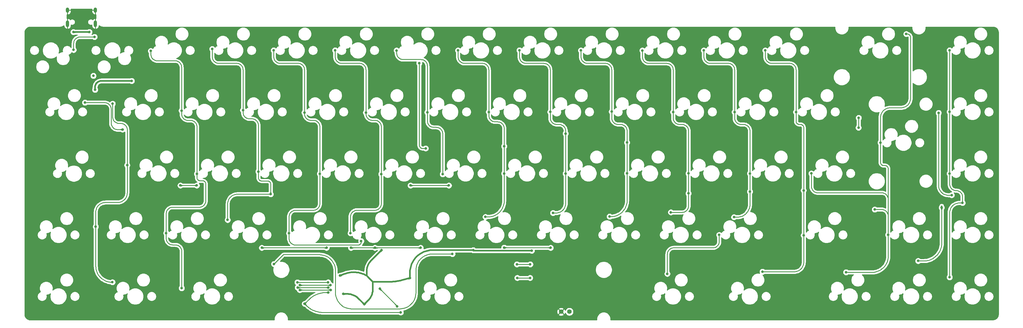
<source format=gtl>
%TF.GenerationSoftware,KiCad,Pcbnew,(5.1.6)-1*%
%TF.CreationDate,2021-08-22T23:35:52+02:00*%
%TF.ProjectId,67_E,36375f45-2e6b-4696-9361-645f70636258,rev?*%
%TF.SameCoordinates,Original*%
%TF.FileFunction,Copper,L1,Top*%
%TF.FilePolarity,Positive*%
%FSLAX46Y46*%
G04 Gerber Fmt 4.6, Leading zero omitted, Abs format (unit mm)*
G04 Created by KiCad (PCBNEW (5.1.6)-1) date 2021-08-22 23:35:52*
%MOMM*%
%LPD*%
G01*
G04 APERTURE LIST*
%TA.AperFunction,ComponentPad*%
%ADD10C,1.400000*%
%TD*%
%TA.AperFunction,ComponentPad*%
%ADD11O,1.000000X2.100000*%
%TD*%
%TA.AperFunction,ComponentPad*%
%ADD12O,1.000000X1.600000*%
%TD*%
%TA.AperFunction,ViaPad*%
%ADD13C,0.800000*%
%TD*%
%TA.AperFunction,Conductor*%
%ADD14C,0.500000*%
%TD*%
%TA.AperFunction,Conductor*%
%ADD15C,0.250000*%
%TD*%
%TA.AperFunction,Conductor*%
%ADD16C,0.025400*%
%TD*%
G04 APERTURE END LIST*
D10*
X228244400Y-169024300D03*
X225704400Y-169024300D03*
D11*
X81297240Y-79822760D03*
X72657240Y-79822760D03*
D12*
X72657240Y-75642760D03*
X81297240Y-75642760D03*
D13*
X78041500Y-87236300D03*
X321500500Y-139065000D03*
X216052400Y-160502600D03*
X212102700Y-160502600D03*
X206425800Y-118300500D03*
X205066900Y-94399100D03*
X258648200Y-93675200D03*
X303999900Y-93281500D03*
X352844100Y-94919800D03*
X142722600Y-94043500D03*
X243928900Y-157861000D03*
X80759300Y-85369400D03*
X340360000Y-90919300D03*
X133032500Y-89217500D03*
X172237400Y-89496900D03*
X210324700Y-90462100D03*
X248475500Y-90868500D03*
X286537400Y-90424000D03*
X202133200Y-114109500D03*
X360083100Y-116636800D03*
X99872800Y-121500900D03*
X176161700Y-121704100D03*
X116459000Y-159740600D03*
X128384300Y-140677900D03*
X223774000Y-141020800D03*
X242811300Y-140881100D03*
X164655500Y-166751000D03*
X157162500Y-157861000D03*
X169989500Y-149987000D03*
X178816000Y-158623000D03*
X158178500Y-163512500D03*
X198461800Y-149948900D03*
X216573100Y-150114000D03*
X81191100Y-100266500D03*
X92557800Y-97523100D03*
X346773500Y-132905500D03*
X342712000Y-107431800D03*
X160528000Y-149225000D03*
X182118000Y-149225000D03*
X132905500Y-149225000D03*
X152971500Y-149225000D03*
X208026000Y-149161500D03*
X222440500Y-149225000D03*
X167957500Y-149225000D03*
X146177000Y-166560500D03*
X153543000Y-163068000D03*
X175958500Y-169227500D03*
X79427240Y-82394600D03*
X74485500Y-82397600D03*
X314032900Y-156794200D03*
X327076130Y-145224170D03*
X303263630Y-126186870D03*
X322922900Y-137350500D03*
X324694880Y-116642820D03*
X332690470Y-82995770D03*
X81013300Y-83896200D03*
X74546130Y-87924970D03*
X154207365Y-160796589D03*
X144690674Y-160804059D03*
X153543000Y-161544000D03*
X144018000Y-161544000D03*
X86569880Y-159873620D03*
X81394300Y-142684500D03*
X91160600Y-123635770D03*
X80669130Y-95935800D03*
X86626700Y-104585770D03*
X108051600Y-161735770D03*
X144690674Y-162283941D03*
X154250108Y-162269000D03*
X103238630Y-144665370D03*
X112763630Y-126313870D03*
X108001130Y-106731130D03*
X98476130Y-88251970D03*
X135636000Y-132613400D03*
X122288630Y-140589330D03*
X131813630Y-125615370D03*
X127051130Y-106590770D03*
X117526130Y-87643030D03*
X163703000Y-147129500D03*
X141338630Y-144703470D03*
X150863630Y-126288470D03*
X146101130Y-107340070D03*
X136576130Y-88061470D03*
X155626130Y-88061470D03*
X160388630Y-144703470D03*
X169913630Y-126415470D03*
X165151130Y-107340070D03*
X188963630Y-126428170D03*
X184201130Y-107251170D03*
X174676130Y-88112270D03*
X208013300Y-117792500D03*
X202222100Y-139649200D03*
X208013630Y-126199570D03*
X203251130Y-107149570D03*
X193726130Y-88086870D03*
X223164400Y-138430000D03*
X212776130Y-88036070D03*
X222301130Y-107136870D03*
X227063630Y-126224970D03*
X227063630Y-113842470D03*
X246113300Y-116624100D03*
X231826130Y-88086870D03*
X241351130Y-107047970D03*
X240715800Y-139534900D03*
X246113630Y-126174170D03*
X250876130Y-88099570D03*
X259702300Y-138226800D03*
X265163630Y-126186870D03*
X265163300Y-132359400D03*
X260401130Y-107174970D03*
X269926130Y-88086870D03*
X279451130Y-107174970D03*
X258610100Y-157276800D03*
X274688630Y-145224170D03*
X284213630Y-126199570D03*
X279285700Y-139725400D03*
X284213630Y-131812970D03*
X298501130Y-107174970D03*
X288976130Y-88086870D03*
X288112200Y-156629100D03*
X300882380Y-145370220D03*
X300882380Y-131463720D03*
X343662000Y-136779000D03*
X336383000Y-153289000D03*
X350139000Y-135318500D03*
X346126130Y-158331230D03*
X346126130Y-126224970D03*
X346126130Y-107124170D03*
X346126130Y-88061470D03*
X317931800Y-108978700D03*
X317893700Y-112014000D03*
X89725500Y-112585500D03*
X78065630Y-104241600D03*
X216052400Y-158546800D03*
X212102700Y-158546800D03*
X169481500Y-161925000D03*
X174879000Y-167386000D03*
X183705500Y-118427500D03*
X181711600Y-92036900D03*
X107657900Y-129921000D03*
X112725200Y-129921000D03*
X179006500Y-129921000D03*
X190881000Y-129921000D03*
X143928674Y-159915059D03*
X153445365Y-159907589D03*
X136677600Y-154241300D03*
X191985700Y-151142900D03*
X211975700Y-154343100D03*
X216103200Y-154343100D03*
D14*
X216052400Y-160502600D02*
X212102700Y-160502600D01*
X165417500Y-157861000D02*
X165893750Y-158337250D01*
X165893750Y-158337250D02*
X167322500Y-159766000D01*
X166831713Y-153144786D02*
X169989500Y-149987000D01*
X166831713Y-153144786D02*
X166668297Y-153316425D01*
X166668297Y-153316425D02*
X166513501Y-153495877D01*
X166513501Y-153495877D02*
X166367697Y-153682708D01*
X166367697Y-153682708D02*
X166231236Y-153876469D01*
X166231236Y-153876469D02*
X166104446Y-154076692D01*
X166104446Y-154076692D02*
X165987633Y-154282894D01*
X165987633Y-154282894D02*
X165881080Y-154494581D01*
X165881080Y-154494581D02*
X165785041Y-154711240D01*
X165785041Y-154711240D02*
X165699749Y-154932351D01*
X165699749Y-154932351D02*
X165625409Y-155157381D01*
X165625409Y-155157381D02*
X165562201Y-155385787D01*
X165562201Y-155385787D02*
X165510276Y-155617020D01*
X165510276Y-155617020D02*
X165469759Y-155850522D01*
X165469759Y-155850522D02*
X165440749Y-156085731D01*
X165440749Y-156085731D02*
X165423315Y-156322080D01*
X165423315Y-156322080D02*
X165417500Y-156559000D01*
X165417500Y-156559000D02*
X165417500Y-157861000D01*
X176246168Y-159274506D02*
X178816000Y-158623000D01*
X176246168Y-159274506D02*
X176004616Y-159333753D01*
X176004616Y-159333753D02*
X175762174Y-159389245D01*
X175762174Y-159389245D02*
X175518899Y-159440969D01*
X175518899Y-159440969D02*
X175274852Y-159488911D01*
X175274852Y-159488911D02*
X175030090Y-159533061D01*
X175030090Y-159533061D02*
X174784673Y-159573407D01*
X174784673Y-159573407D02*
X174538659Y-159609940D01*
X174538659Y-159609940D02*
X174292107Y-159642651D01*
X174292107Y-159642651D02*
X174045078Y-159671532D01*
X174045078Y-159671532D02*
X173797630Y-159696577D01*
X173797630Y-159696577D02*
X173549824Y-159717779D01*
X173549824Y-159717779D02*
X173301718Y-159735133D01*
X173301718Y-159735133D02*
X173053373Y-159748634D01*
X173053373Y-159748634D02*
X172804848Y-159758281D01*
X172804848Y-159758281D02*
X172556204Y-159764070D01*
X172556204Y-159764070D02*
X172307500Y-159766000D01*
X172307500Y-159766000D02*
X167322500Y-159766000D01*
X165908286Y-165498213D02*
X164655500Y-166751000D01*
X165908286Y-165498213D02*
X166071700Y-165326572D01*
X166071700Y-165326572D02*
X166226496Y-165147121D01*
X166226496Y-165147121D02*
X166372301Y-164960290D01*
X166372301Y-164960290D02*
X166508762Y-164766529D01*
X166508762Y-164766529D02*
X166635552Y-164566307D01*
X166635552Y-164566307D02*
X166752364Y-164360104D01*
X166752364Y-164360104D02*
X166858918Y-164148418D01*
X166858918Y-164148418D02*
X166954957Y-163931758D01*
X166954957Y-163931758D02*
X167040249Y-163710647D01*
X167040249Y-163710647D02*
X167114589Y-163485618D01*
X167114589Y-163485618D02*
X167177797Y-163257211D01*
X167177797Y-163257211D02*
X167229722Y-163025979D01*
X167229722Y-163025979D02*
X167270239Y-162792477D01*
X167270239Y-162792477D02*
X167299249Y-162557268D01*
X167299249Y-162557268D02*
X167316683Y-162320919D01*
X167316683Y-162320919D02*
X167322500Y-162084000D01*
X167322500Y-162084000D02*
X167322500Y-159766000D01*
X162831213Y-164926713D02*
X164655500Y-166751000D01*
X162831213Y-164926713D02*
X162659572Y-164763298D01*
X162659572Y-164763298D02*
X162480121Y-164608501D01*
X162480121Y-164608501D02*
X162293290Y-164462697D01*
X162293290Y-164462697D02*
X162099529Y-164326236D01*
X162099529Y-164326236D02*
X161899307Y-164199446D01*
X161899307Y-164199446D02*
X161693104Y-164082634D01*
X161693104Y-164082634D02*
X161481418Y-163976080D01*
X161481418Y-163976080D02*
X161264758Y-163880041D01*
X161264758Y-163880041D02*
X161043647Y-163794749D01*
X161043647Y-163794749D02*
X160818618Y-163720410D01*
X160818618Y-163720410D02*
X160590211Y-163657201D01*
X160590211Y-163657201D02*
X160358979Y-163605276D01*
X160358979Y-163605276D02*
X160125477Y-163564760D01*
X160125477Y-163564760D02*
X159890268Y-163535749D01*
X159890268Y-163535749D02*
X159653919Y-163518315D01*
X159653919Y-163518315D02*
X159417000Y-163512500D01*
X159417000Y-163512500D02*
X158178500Y-163512500D01*
X165358976Y-157827873D02*
X165417500Y-157861000D01*
X165358976Y-157827873D02*
X164967189Y-157620221D01*
X164967189Y-157620221D02*
X164564503Y-157434587D01*
X164564503Y-157434587D02*
X164152154Y-157271541D01*
X164152154Y-157271541D02*
X163731408Y-157131581D01*
X163731408Y-157131581D02*
X163303557Y-157015140D01*
X163303557Y-157015140D02*
X162869913Y-156922572D01*
X162869913Y-156922572D02*
X162431808Y-156854164D01*
X162431808Y-156854164D02*
X161990587Y-156810124D01*
X161990587Y-156810124D02*
X161547603Y-156790588D01*
X161547603Y-156790588D02*
X161104218Y-156795617D01*
X161104218Y-156795617D02*
X160661792Y-156825194D01*
X160661792Y-156825194D02*
X160221683Y-156879228D01*
X160221683Y-156879228D02*
X159785242Y-156957555D01*
X159785242Y-156957555D02*
X159353809Y-157059932D01*
X159353809Y-157059932D02*
X158928708Y-157186047D01*
X158928708Y-157186047D02*
X158511245Y-157335514D01*
X158511245Y-157335514D02*
X157162500Y-157861000D01*
X198501000Y-149948900D02*
X198501000Y-149948900D01*
X178816000Y-156948900D02*
X178816000Y-158623000D01*
X178816000Y-156948900D02*
X178849706Y-156262780D01*
X178849706Y-156262780D02*
X178950503Y-155583267D01*
X178950503Y-155583267D02*
X179117417Y-154916907D01*
X179117417Y-154916907D02*
X179348843Y-154270115D01*
X179348843Y-154270115D02*
X179642551Y-153649122D01*
X179642551Y-153649122D02*
X179995712Y-153059908D01*
X179995712Y-153059908D02*
X180404926Y-152508147D01*
X180404926Y-152508147D02*
X180866252Y-151999152D01*
X180866252Y-151999152D02*
X181375247Y-151537826D01*
X181375247Y-151537826D02*
X181927008Y-151128612D01*
X181927008Y-151128612D02*
X182516222Y-150775451D01*
X182516222Y-150775451D02*
X183137215Y-150481743D01*
X183137215Y-150481743D02*
X183784007Y-150250317D01*
X183784007Y-150250317D02*
X184450367Y-150083403D01*
X184450367Y-150083403D02*
X185129880Y-149982606D01*
X185129880Y-149982606D02*
X185816000Y-149948900D01*
X185816000Y-149948900D02*
X198501000Y-149948900D01*
X198626900Y-150114000D02*
X198461800Y-149948900D01*
X216573100Y-150114000D02*
X198626900Y-150114000D01*
X83191100Y-97523100D02*
X92557800Y-97523100D01*
X83191100Y-97523100D02*
X82995065Y-97532730D01*
X82995065Y-97532730D02*
X82800919Y-97561529D01*
X82800919Y-97561529D02*
X82610530Y-97609219D01*
X82610530Y-97609219D02*
X82425733Y-97675340D01*
X82425733Y-97675340D02*
X82248306Y-97759257D01*
X82248306Y-97759257D02*
X82079959Y-97860160D01*
X82079959Y-97860160D02*
X81922313Y-97977079D01*
X81922313Y-97977079D02*
X81776886Y-98108886D01*
X81776886Y-98108886D02*
X81645079Y-98254313D01*
X81645079Y-98254313D02*
X81528160Y-98411959D01*
X81528160Y-98411959D02*
X81427257Y-98580306D01*
X81427257Y-98580306D02*
X81343340Y-98757733D01*
X81343340Y-98757733D02*
X81277219Y-98942530D01*
X81277219Y-98942530D02*
X81229529Y-99132919D01*
X81229529Y-99132919D02*
X81200730Y-99327065D01*
X81200730Y-99327065D02*
X81191100Y-99523100D01*
X81191100Y-99523100D02*
X81191100Y-100266500D01*
D15*
X345712000Y-132905500D02*
X346773500Y-132905500D01*
X345712000Y-132905500D02*
X345417948Y-132891054D01*
X345417948Y-132891054D02*
X345126729Y-132847855D01*
X345126729Y-132847855D02*
X344841145Y-132776321D01*
X344841145Y-132776321D02*
X344563949Y-132677138D01*
X344563949Y-132677138D02*
X344297809Y-132551263D01*
X344297809Y-132551263D02*
X344045289Y-132399908D01*
X344045289Y-132399908D02*
X343808820Y-132224531D01*
X343808820Y-132224531D02*
X343590679Y-132026820D01*
X343590679Y-132026820D02*
X343392968Y-131808679D01*
X343392968Y-131808679D02*
X343217591Y-131572210D01*
X343217591Y-131572210D02*
X343066236Y-131319690D01*
X343066236Y-131319690D02*
X342940361Y-131053550D01*
X342940361Y-131053550D02*
X342841178Y-130776354D01*
X342841178Y-130776354D02*
X342769644Y-130490770D01*
X342769644Y-130490770D02*
X342726445Y-130199551D01*
X342726445Y-130199551D02*
X342712000Y-129905500D01*
X342712000Y-129905500D02*
X342712000Y-107431800D01*
X132905500Y-149225000D02*
X152971500Y-149225000D01*
X168211500Y-149225000D02*
X182118000Y-149225000D01*
X160528000Y-149225000D02*
X166814500Y-149225000D01*
X222377000Y-149161500D02*
X222440500Y-149225000D01*
X208026000Y-149161500D02*
X222377000Y-149161500D01*
X167957500Y-149225000D02*
X168211500Y-149225000D01*
X166814500Y-149225000D02*
X167957500Y-149225000D01*
X146727483Y-167110983D02*
X146177000Y-166560500D01*
X146727483Y-167110983D02*
X146984942Y-167356105D01*
X146984942Y-167356105D02*
X147254120Y-167588300D01*
X147254120Y-167588300D02*
X147534367Y-167807006D01*
X147534367Y-167807006D02*
X147825007Y-168011698D01*
X147825007Y-168011698D02*
X148125341Y-168201883D01*
X148125341Y-168201883D02*
X148434646Y-168377102D01*
X148434646Y-168377102D02*
X148752175Y-168536932D01*
X148752175Y-168536932D02*
X149077164Y-168680990D01*
X149077164Y-168680990D02*
X149408831Y-168808928D01*
X149408831Y-168808928D02*
X149746375Y-168920438D01*
X149746375Y-168920438D02*
X150088985Y-169015250D01*
X150088985Y-169015250D02*
X150435834Y-169093138D01*
X150435834Y-169093138D02*
X150786087Y-169153913D01*
X150786087Y-169153913D02*
X151138900Y-169197428D01*
X151138900Y-169197428D02*
X151493424Y-169223579D01*
X151493424Y-169223579D02*
X151848804Y-169232304D01*
X147548179Y-165189320D02*
X146177000Y-166560500D01*
X147548179Y-165189320D02*
X147805639Y-164944197D01*
X147805639Y-164944197D02*
X148074816Y-164712003D01*
X148074816Y-164712003D02*
X148355063Y-164493296D01*
X148355063Y-164493296D02*
X148645703Y-164288604D01*
X148645703Y-164288604D02*
X148946038Y-164098420D01*
X148946038Y-164098420D02*
X149255342Y-163923201D01*
X149255342Y-163923201D02*
X149572871Y-163763370D01*
X149572871Y-163763370D02*
X149897861Y-163619312D01*
X149897861Y-163619312D02*
X150229527Y-163491374D01*
X150229527Y-163491374D02*
X150567072Y-163379865D01*
X150567072Y-163379865D02*
X150909681Y-163285052D01*
X150909681Y-163285052D02*
X151256530Y-163207164D01*
X151256530Y-163207164D02*
X151606783Y-163146390D01*
X151606783Y-163146390D02*
X151959596Y-163102874D01*
X151959596Y-163102874D02*
X152314120Y-163076723D01*
X152314120Y-163076723D02*
X152669500Y-163068000D01*
X152669500Y-163068000D02*
X153543000Y-163068000D01*
X151848804Y-169232304D02*
X175958500Y-169227500D01*
D14*
X74488500Y-82394600D02*
X74485500Y-82397600D01*
X79499000Y-82394600D02*
X74488500Y-82394600D01*
D15*
X327076130Y-151794200D02*
X327076130Y-145224170D01*
X327076130Y-151794200D02*
X327052053Y-152284285D01*
X327052053Y-152284285D02*
X326980056Y-152769651D01*
X326980056Y-152769651D02*
X326860831Y-153245623D01*
X326860831Y-153245623D02*
X326695527Y-153707617D01*
X326695527Y-153707617D02*
X326485736Y-154151183D01*
X326485736Y-154151183D02*
X326233478Y-154572051D01*
X326233478Y-154572051D02*
X325941182Y-154966166D01*
X325941182Y-154966166D02*
X325611663Y-155329733D01*
X325611663Y-155329733D02*
X325248096Y-155659252D01*
X325248096Y-155659252D02*
X324853981Y-155951548D01*
X324853981Y-155951548D02*
X324433113Y-156203806D01*
X324433113Y-156203806D02*
X323989547Y-156413597D01*
X323989547Y-156413597D02*
X323527553Y-156578901D01*
X323527553Y-156578901D02*
X323051581Y-156698126D01*
X323051581Y-156698126D02*
X322566215Y-156770123D01*
X322566215Y-156770123D02*
X322076130Y-156794200D01*
X322076130Y-156794200D02*
X314032900Y-156794200D01*
X305263630Y-132168900D02*
X305067595Y-132159269D01*
X305067595Y-132159269D02*
X304873449Y-132130470D01*
X304873449Y-132130470D02*
X304683060Y-132082780D01*
X304683060Y-132082780D02*
X304498263Y-132016659D01*
X304498263Y-132016659D02*
X304320836Y-131932742D01*
X304320836Y-131932742D02*
X304152489Y-131831839D01*
X304152489Y-131831839D02*
X303994843Y-131714920D01*
X303994843Y-131714920D02*
X303849416Y-131583113D01*
X303849416Y-131583113D02*
X303717609Y-131437686D01*
X303717609Y-131437686D02*
X303600690Y-131280040D01*
X303600690Y-131280040D02*
X303499787Y-131111693D01*
X303499787Y-131111693D02*
X303415870Y-130934266D01*
X303415870Y-130934266D02*
X303349749Y-130749469D01*
X303349749Y-130749469D02*
X303302059Y-130559080D01*
X303302059Y-130559080D02*
X303273260Y-130364934D01*
X303273260Y-130364934D02*
X303263630Y-130168900D01*
X303263630Y-130168900D02*
X303263630Y-126186870D01*
X327076130Y-134168900D02*
X327066499Y-133972865D01*
X327066499Y-133972865D02*
X327037700Y-133778719D01*
X327037700Y-133778719D02*
X326990010Y-133588330D01*
X326990010Y-133588330D02*
X326923889Y-133403533D01*
X326923889Y-133403533D02*
X326839972Y-133226106D01*
X326839972Y-133226106D02*
X326739069Y-133057759D01*
X326739069Y-133057759D02*
X326622150Y-132900113D01*
X326622150Y-132900113D02*
X326490343Y-132754686D01*
X326490343Y-132754686D02*
X326344916Y-132622879D01*
X326344916Y-132622879D02*
X326187270Y-132505960D01*
X326187270Y-132505960D02*
X326018923Y-132405057D01*
X326018923Y-132405057D02*
X325841496Y-132321140D01*
X325841496Y-132321140D02*
X325656699Y-132255019D01*
X325656699Y-132255019D02*
X325466310Y-132207329D01*
X325466310Y-132207329D02*
X325272164Y-132178530D01*
X325272164Y-132178530D02*
X325076130Y-132168900D01*
X325076130Y-132168900D02*
X305263630Y-132168900D01*
X325076130Y-137350500D02*
X322922900Y-137350500D01*
X325076130Y-137350500D02*
X325272164Y-137360130D01*
X325272164Y-137360130D02*
X325466310Y-137388929D01*
X325466310Y-137388929D02*
X325656699Y-137436619D01*
X325656699Y-137436619D02*
X325841496Y-137502740D01*
X325841496Y-137502740D02*
X326018923Y-137586657D01*
X326018923Y-137586657D02*
X326187270Y-137687560D01*
X326187270Y-137687560D02*
X326344916Y-137804479D01*
X326344916Y-137804479D02*
X326490343Y-137936286D01*
X326490343Y-137936286D02*
X326622150Y-138081713D01*
X326622150Y-138081713D02*
X326739069Y-138239359D01*
X326739069Y-138239359D02*
X326839972Y-138407706D01*
X326839972Y-138407706D02*
X326923889Y-138585133D01*
X326923889Y-138585133D02*
X326990010Y-138769930D01*
X326990010Y-138769930D02*
X327037700Y-138960319D01*
X327037700Y-138960319D02*
X327066499Y-139154465D01*
X327066499Y-139154465D02*
X327076130Y-139350500D01*
X327076130Y-137160330D02*
X327076130Y-140004470D01*
X327076130Y-139350500D02*
X327076130Y-140004470D01*
X327076130Y-140004470D02*
X327076130Y-145224170D01*
X327076130Y-134696530D02*
X327076130Y-137160330D01*
X327076130Y-134168900D02*
X327076130Y-134696530D01*
X327076130Y-124723400D02*
X327076130Y-134696530D01*
X327076130Y-124723400D02*
X327071314Y-124625382D01*
X327071314Y-124625382D02*
X327056915Y-124528309D01*
X327056915Y-124528309D02*
X327033070Y-124433115D01*
X327033070Y-124433115D02*
X327000009Y-124340716D01*
X327000009Y-124340716D02*
X326958051Y-124252003D01*
X326958051Y-124252003D02*
X326907599Y-124167829D01*
X326907599Y-124167829D02*
X326849140Y-124089006D01*
X326849140Y-124089006D02*
X326783236Y-124016293D01*
X326783236Y-124016293D02*
X326710523Y-123950389D01*
X326710523Y-123950389D02*
X326631700Y-123891930D01*
X326631700Y-123891930D02*
X326547526Y-123841478D01*
X326547526Y-123841478D02*
X326458813Y-123799520D01*
X326458813Y-123799520D02*
X326366414Y-123766459D01*
X326366414Y-123766459D02*
X326271220Y-123742614D01*
X326271220Y-123742614D02*
X326174147Y-123728215D01*
X326174147Y-123728215D02*
X326076130Y-123723400D01*
X324694880Y-122723400D02*
X324694880Y-116642820D01*
X324694880Y-122723400D02*
X324699695Y-122821417D01*
X324699695Y-122821417D02*
X324714094Y-122918490D01*
X324714094Y-122918490D02*
X324737939Y-123013684D01*
X324737939Y-123013684D02*
X324771000Y-123106083D01*
X324771000Y-123106083D02*
X324812958Y-123194796D01*
X324812958Y-123194796D02*
X324863410Y-123278970D01*
X324863410Y-123278970D02*
X324921869Y-123357793D01*
X324921869Y-123357793D02*
X324987773Y-123430506D01*
X324987773Y-123430506D02*
X325060486Y-123496410D01*
X325060486Y-123496410D02*
X325139309Y-123554869D01*
X325139309Y-123554869D02*
X325223483Y-123605321D01*
X325223483Y-123605321D02*
X325312196Y-123647279D01*
X325312196Y-123647279D02*
X325404595Y-123680340D01*
X325404595Y-123680340D02*
X325499789Y-123704185D01*
X325499789Y-123704185D02*
X325596862Y-123718584D01*
X325596862Y-123718584D02*
X325694880Y-123723400D01*
X325694880Y-123723400D02*
X326076130Y-123723400D01*
X334010000Y-83995770D02*
X334005184Y-83897752D01*
X334005184Y-83897752D02*
X333990785Y-83800679D01*
X333990785Y-83800679D02*
X333966940Y-83705485D01*
X333966940Y-83705485D02*
X333933879Y-83613086D01*
X333933879Y-83613086D02*
X333891921Y-83524373D01*
X333891921Y-83524373D02*
X333841469Y-83440199D01*
X333841469Y-83440199D02*
X333783010Y-83361376D01*
X333783010Y-83361376D02*
X333717106Y-83288663D01*
X333717106Y-83288663D02*
X333644393Y-83222759D01*
X333644393Y-83222759D02*
X333565570Y-83164300D01*
X333565570Y-83164300D02*
X333481396Y-83113848D01*
X333481396Y-83113848D02*
X333392683Y-83071890D01*
X333392683Y-83071890D02*
X333300284Y-83038829D01*
X333300284Y-83038829D02*
X333205090Y-83014984D01*
X333205090Y-83014984D02*
X333108017Y-83000585D01*
X333108017Y-83000585D02*
X333010000Y-82995770D01*
X333010000Y-82995770D02*
X332690470Y-82995770D01*
X324694880Y-108829100D02*
X324694880Y-116642820D01*
X324694880Y-108829100D02*
X324709325Y-108535048D01*
X324709325Y-108535048D02*
X324752524Y-108243829D01*
X324752524Y-108243829D02*
X324824058Y-107958245D01*
X324824058Y-107958245D02*
X324923241Y-107681049D01*
X324923241Y-107681049D02*
X325049116Y-107414909D01*
X325049116Y-107414909D02*
X325200471Y-107162389D01*
X325200471Y-107162389D02*
X325375848Y-106925920D01*
X325375848Y-106925920D02*
X325573559Y-106707779D01*
X325573559Y-106707779D02*
X325791700Y-106510068D01*
X325791700Y-106510068D02*
X326028169Y-106334691D01*
X326028169Y-106334691D02*
X326280689Y-106183336D01*
X326280689Y-106183336D02*
X326546829Y-106057461D01*
X326546829Y-106057461D02*
X326824025Y-105958278D01*
X326824025Y-105958278D02*
X327109609Y-105886744D01*
X327109609Y-105886744D02*
X327400828Y-105843545D01*
X327400828Y-105843545D02*
X327694880Y-105829100D01*
X334010000Y-102829100D02*
X334010000Y-83995770D01*
X334010000Y-102829100D02*
X333995554Y-103123151D01*
X333995554Y-103123151D02*
X333952355Y-103414370D01*
X333952355Y-103414370D02*
X333880821Y-103699954D01*
X333880821Y-103699954D02*
X333781638Y-103977150D01*
X333781638Y-103977150D02*
X333655763Y-104243290D01*
X333655763Y-104243290D02*
X333504408Y-104495810D01*
X333504408Y-104495810D02*
X333329031Y-104732279D01*
X333329031Y-104732279D02*
X333131320Y-104950420D01*
X333131320Y-104950420D02*
X332913179Y-105148131D01*
X332913179Y-105148131D02*
X332676710Y-105323508D01*
X332676710Y-105323508D02*
X332424190Y-105474863D01*
X332424190Y-105474863D02*
X332158050Y-105600738D01*
X332158050Y-105600738D02*
X331880854Y-105699921D01*
X331880854Y-105699921D02*
X331595270Y-105771455D01*
X331595270Y-105771455D02*
X331304051Y-105814654D01*
X331304051Y-105814654D02*
X331010000Y-105829100D01*
X331010000Y-105829100D02*
X327694880Y-105829100D01*
X76546130Y-83896200D02*
X81013300Y-83896200D01*
X76546130Y-83896200D02*
X76350095Y-83905830D01*
X76350095Y-83905830D02*
X76155949Y-83934629D01*
X76155949Y-83934629D02*
X75965560Y-83982319D01*
X75965560Y-83982319D02*
X75780763Y-84048440D01*
X75780763Y-84048440D02*
X75603336Y-84132357D01*
X75603336Y-84132357D02*
X75434989Y-84233260D01*
X75434989Y-84233260D02*
X75277343Y-84350179D01*
X75277343Y-84350179D02*
X75131916Y-84481986D01*
X75131916Y-84481986D02*
X75000109Y-84627413D01*
X75000109Y-84627413D02*
X74883190Y-84785059D01*
X74883190Y-84785059D02*
X74782287Y-84953406D01*
X74782287Y-84953406D02*
X74698370Y-85130833D01*
X74698370Y-85130833D02*
X74632249Y-85315630D01*
X74632249Y-85315630D02*
X74584559Y-85506019D01*
X74584559Y-85506019D02*
X74555760Y-85700165D01*
X74555760Y-85700165D02*
X74546130Y-85896200D01*
X74546130Y-85896200D02*
X74546130Y-87924970D01*
X144698144Y-160796589D02*
X144690674Y-160804059D01*
X154207365Y-160796589D02*
X144698144Y-160796589D01*
X153543000Y-161544000D02*
X144018000Y-161544000D01*
X89160600Y-110680500D02*
X89356634Y-110690130D01*
X89356634Y-110690130D02*
X89550780Y-110718929D01*
X89550780Y-110718929D02*
X89741169Y-110766619D01*
X89741169Y-110766619D02*
X89925966Y-110832740D01*
X89925966Y-110832740D02*
X90103393Y-110916657D01*
X90103393Y-110916657D02*
X90271740Y-111017560D01*
X90271740Y-111017560D02*
X90429386Y-111134479D01*
X90429386Y-111134479D02*
X90574813Y-111266286D01*
X90574813Y-111266286D02*
X90706620Y-111411713D01*
X90706620Y-111411713D02*
X90823539Y-111569359D01*
X90823539Y-111569359D02*
X90924442Y-111737706D01*
X90924442Y-111737706D02*
X91008359Y-111915133D01*
X91008359Y-111915133D02*
X91074480Y-112099930D01*
X91074480Y-112099930D02*
X91122170Y-112290319D01*
X91122170Y-112290319D02*
X91150969Y-112484465D01*
X91150969Y-112484465D02*
X91160600Y-112680500D01*
X91160600Y-112680500D02*
X91160600Y-123545600D01*
X86626700Y-108680500D02*
X86626700Y-104457500D01*
X86626700Y-108680500D02*
X86636330Y-108876534D01*
X86636330Y-108876534D02*
X86665129Y-109070680D01*
X86665129Y-109070680D02*
X86712819Y-109261069D01*
X86712819Y-109261069D02*
X86778940Y-109445866D01*
X86778940Y-109445866D02*
X86862857Y-109623293D01*
X86862857Y-109623293D02*
X86963760Y-109791640D01*
X86963760Y-109791640D02*
X87080679Y-109949286D01*
X87080679Y-109949286D02*
X87212486Y-110094713D01*
X87212486Y-110094713D02*
X87357913Y-110226520D01*
X87357913Y-110226520D02*
X87515559Y-110343439D01*
X87515559Y-110343439D02*
X87683906Y-110444342D01*
X87683906Y-110444342D02*
X87861333Y-110528259D01*
X87861333Y-110528259D02*
X88046130Y-110594380D01*
X88046130Y-110594380D02*
X88236519Y-110642070D01*
X88236519Y-110642070D02*
X88430665Y-110670869D01*
X88430665Y-110670869D02*
X88626700Y-110680500D01*
X88626700Y-110680500D02*
X89160600Y-110680500D01*
X86394300Y-159873620D02*
X86569880Y-159873620D01*
X86394300Y-159873620D02*
X85904214Y-159849543D01*
X85904214Y-159849543D02*
X85418848Y-159777546D01*
X85418848Y-159777546D02*
X84942876Y-159658321D01*
X84942876Y-159658321D02*
X84480882Y-159493017D01*
X84480882Y-159493017D02*
X84037316Y-159283226D01*
X84037316Y-159283226D02*
X83616448Y-159030968D01*
X83616448Y-159030968D02*
X83222333Y-158738672D01*
X83222333Y-158738672D02*
X82858766Y-158409153D01*
X82858766Y-158409153D02*
X82529247Y-158045586D01*
X82529247Y-158045586D02*
X82236951Y-157651471D01*
X82236951Y-157651471D02*
X81984693Y-157230603D01*
X81984693Y-157230603D02*
X81774902Y-156787037D01*
X81774902Y-156787037D02*
X81609598Y-156325043D01*
X81609598Y-156325043D02*
X81490373Y-155849071D01*
X81490373Y-155849071D02*
X81418376Y-155363705D01*
X81418376Y-155363705D02*
X81394300Y-154873620D01*
X81394300Y-154873620D02*
X81394300Y-142684500D01*
X84394300Y-135166100D02*
X84100248Y-135180545D01*
X84100248Y-135180545D02*
X83809029Y-135223744D01*
X83809029Y-135223744D02*
X83523445Y-135295278D01*
X83523445Y-135295278D02*
X83246249Y-135394461D01*
X83246249Y-135394461D02*
X82980109Y-135520336D01*
X82980109Y-135520336D02*
X82727589Y-135671691D01*
X82727589Y-135671691D02*
X82491120Y-135847068D01*
X82491120Y-135847068D02*
X82272979Y-136044779D01*
X82272979Y-136044779D02*
X82075268Y-136262920D01*
X82075268Y-136262920D02*
X81899891Y-136499389D01*
X81899891Y-136499389D02*
X81748536Y-136751909D01*
X81748536Y-136751909D02*
X81622661Y-137018049D01*
X81622661Y-137018049D02*
X81523478Y-137295245D01*
X81523478Y-137295245D02*
X81451944Y-137580829D01*
X81451944Y-137580829D02*
X81408745Y-137872048D01*
X81408745Y-137872048D02*
X81394300Y-138166100D01*
X81394300Y-138166100D02*
X81394300Y-142684500D01*
X91160600Y-132166100D02*
X91160600Y-123545600D01*
X91160600Y-132166100D02*
X91146154Y-132460151D01*
X91146154Y-132460151D02*
X91102955Y-132751370D01*
X91102955Y-132751370D02*
X91031421Y-133036954D01*
X91031421Y-133036954D02*
X90932238Y-133314150D01*
X90932238Y-133314150D02*
X90806363Y-133580290D01*
X90806363Y-133580290D02*
X90655008Y-133832810D01*
X90655008Y-133832810D02*
X90479631Y-134069279D01*
X90479631Y-134069279D02*
X90281920Y-134287420D01*
X90281920Y-134287420D02*
X90063779Y-134485131D01*
X90063779Y-134485131D02*
X89827310Y-134660508D01*
X89827310Y-134660508D02*
X89574790Y-134811863D01*
X89574790Y-134811863D02*
X89308650Y-134937738D01*
X89308650Y-134937738D02*
X89031454Y-135036921D01*
X89031454Y-135036921D02*
X88745870Y-135108455D01*
X88745870Y-135108455D02*
X88454651Y-135151654D01*
X88454651Y-135151654D02*
X88160600Y-135166100D01*
X88160600Y-135166100D02*
X84394300Y-135166100D01*
X154250108Y-162269000D02*
X144705615Y-162269000D01*
X144705615Y-162269000D02*
X144690674Y-162283941D01*
X108051600Y-150297900D02*
X108051600Y-161721800D01*
X108051600Y-150297900D02*
X108041969Y-150101865D01*
X108041969Y-150101865D02*
X108013170Y-149907719D01*
X108013170Y-149907719D02*
X107965480Y-149717330D01*
X107965480Y-149717330D02*
X107899359Y-149532533D01*
X107899359Y-149532533D02*
X107815442Y-149355106D01*
X107815442Y-149355106D02*
X107714539Y-149186759D01*
X107714539Y-149186759D02*
X107597620Y-149029113D01*
X107597620Y-149029113D02*
X107465813Y-148883686D01*
X107465813Y-148883686D02*
X107320386Y-148751879D01*
X107320386Y-148751879D02*
X107162740Y-148634960D01*
X107162740Y-148634960D02*
X106994393Y-148534057D01*
X106994393Y-148534057D02*
X106816966Y-148450140D01*
X106816966Y-148450140D02*
X106632169Y-148384019D01*
X106632169Y-148384019D02*
X106441780Y-148336329D01*
X106441780Y-148336329D02*
X106247634Y-148307530D01*
X106247634Y-148307530D02*
X106051600Y-148297900D01*
X103238630Y-146297900D02*
X103238630Y-144665370D01*
X103238630Y-146297900D02*
X103248260Y-146493934D01*
X103248260Y-146493934D02*
X103277059Y-146688080D01*
X103277059Y-146688080D02*
X103324749Y-146878469D01*
X103324749Y-146878469D02*
X103390870Y-147063266D01*
X103390870Y-147063266D02*
X103474787Y-147240693D01*
X103474787Y-147240693D02*
X103575690Y-147409040D01*
X103575690Y-147409040D02*
X103692609Y-147566686D01*
X103692609Y-147566686D02*
X103824416Y-147712113D01*
X103824416Y-147712113D02*
X103969843Y-147843920D01*
X103969843Y-147843920D02*
X104127489Y-147960839D01*
X104127489Y-147960839D02*
X104295836Y-148061742D01*
X104295836Y-148061742D02*
X104473263Y-148145659D01*
X104473263Y-148145659D02*
X104658060Y-148211780D01*
X104658060Y-148211780D02*
X104848449Y-148259470D01*
X104848449Y-148259470D02*
X105042595Y-148288269D01*
X105042595Y-148288269D02*
X105238630Y-148297900D01*
X105238630Y-148297900D02*
X106051600Y-148297900D01*
X103238630Y-138626600D02*
X103238630Y-144665370D01*
X103238630Y-138626600D02*
X103248260Y-138430565D01*
X103248260Y-138430565D02*
X103277059Y-138236419D01*
X103277059Y-138236419D02*
X103324749Y-138046030D01*
X103324749Y-138046030D02*
X103390870Y-137861233D01*
X103390870Y-137861233D02*
X103474787Y-137683806D01*
X103474787Y-137683806D02*
X103575690Y-137515459D01*
X103575690Y-137515459D02*
X103692609Y-137357813D01*
X103692609Y-137357813D02*
X103824416Y-137212386D01*
X103824416Y-137212386D02*
X103969843Y-137080579D01*
X103969843Y-137080579D02*
X104127489Y-136963660D01*
X104127489Y-136963660D02*
X104295836Y-136862757D01*
X104295836Y-136862757D02*
X104473263Y-136778840D01*
X104473263Y-136778840D02*
X104658060Y-136712719D01*
X104658060Y-136712719D02*
X104848449Y-136665029D01*
X104848449Y-136665029D02*
X105042595Y-136636230D01*
X105042595Y-136636230D02*
X105238630Y-136626600D01*
X115493800Y-134626600D02*
X115484169Y-134822634D01*
X115484169Y-134822634D02*
X115455370Y-135016780D01*
X115455370Y-135016780D02*
X115407680Y-135207169D01*
X115407680Y-135207169D02*
X115341559Y-135391966D01*
X115341559Y-135391966D02*
X115257642Y-135569393D01*
X115257642Y-135569393D02*
X115156739Y-135737740D01*
X115156739Y-135737740D02*
X115039820Y-135895386D01*
X115039820Y-135895386D02*
X114908013Y-136040813D01*
X114908013Y-136040813D02*
X114762586Y-136172620D01*
X114762586Y-136172620D02*
X114604940Y-136289539D01*
X114604940Y-136289539D02*
X114436593Y-136390442D01*
X114436593Y-136390442D02*
X114259166Y-136474359D01*
X114259166Y-136474359D02*
X114074369Y-136540480D01*
X114074369Y-136540480D02*
X113883980Y-136588170D01*
X113883980Y-136588170D02*
X113689834Y-136616969D01*
X113689834Y-136616969D02*
X113493800Y-136626600D01*
X113493800Y-136626600D02*
X105238630Y-136626600D01*
X114493800Y-128435100D02*
X114591817Y-128439915D01*
X114591817Y-128439915D02*
X114688890Y-128454314D01*
X114688890Y-128454314D02*
X114784084Y-128478159D01*
X114784084Y-128478159D02*
X114876483Y-128511220D01*
X114876483Y-128511220D02*
X114965196Y-128553178D01*
X114965196Y-128553178D02*
X115049370Y-128603630D01*
X115049370Y-128603630D02*
X115128193Y-128662089D01*
X115128193Y-128662089D02*
X115200906Y-128727993D01*
X115200906Y-128727993D02*
X115266810Y-128800706D01*
X115266810Y-128800706D02*
X115325269Y-128879529D01*
X115325269Y-128879529D02*
X115375721Y-128963703D01*
X115375721Y-128963703D02*
X115417679Y-129052416D01*
X115417679Y-129052416D02*
X115450740Y-129144815D01*
X115450740Y-129144815D02*
X115474585Y-129240009D01*
X115474585Y-129240009D02*
X115488984Y-129337082D01*
X115488984Y-129337082D02*
X115493800Y-129435100D01*
X115493800Y-129435100D02*
X115493800Y-134626600D01*
X112763630Y-127435100D02*
X112763630Y-126313870D01*
X112763630Y-127435100D02*
X112768445Y-127533117D01*
X112768445Y-127533117D02*
X112782844Y-127630190D01*
X112782844Y-127630190D02*
X112806689Y-127725384D01*
X112806689Y-127725384D02*
X112839750Y-127817783D01*
X112839750Y-127817783D02*
X112881708Y-127906496D01*
X112881708Y-127906496D02*
X112932160Y-127990670D01*
X112932160Y-127990670D02*
X112990619Y-128069493D01*
X112990619Y-128069493D02*
X113056523Y-128142206D01*
X113056523Y-128142206D02*
X113129236Y-128208110D01*
X113129236Y-128208110D02*
X113208059Y-128266569D01*
X113208059Y-128266569D02*
X113292233Y-128317021D01*
X113292233Y-128317021D02*
X113380946Y-128358979D01*
X113380946Y-128358979D02*
X113473345Y-128392040D01*
X113473345Y-128392040D02*
X113568539Y-128415885D01*
X113568539Y-128415885D02*
X113665612Y-128430284D01*
X113665612Y-128430284D02*
X113763630Y-128435100D01*
X113763630Y-128435100D02*
X114493800Y-128435100D01*
X110001130Y-109728000D02*
X109805095Y-109718369D01*
X109805095Y-109718369D02*
X109610949Y-109689570D01*
X109610949Y-109689570D02*
X109420560Y-109641880D01*
X109420560Y-109641880D02*
X109235763Y-109575759D01*
X109235763Y-109575759D02*
X109058336Y-109491842D01*
X109058336Y-109491842D02*
X108889989Y-109390939D01*
X108889989Y-109390939D02*
X108732343Y-109274020D01*
X108732343Y-109274020D02*
X108586916Y-109142213D01*
X108586916Y-109142213D02*
X108455109Y-108996786D01*
X108455109Y-108996786D02*
X108338190Y-108839140D01*
X108338190Y-108839140D02*
X108237287Y-108670793D01*
X108237287Y-108670793D02*
X108153370Y-108493366D01*
X108153370Y-108493366D02*
X108087249Y-108308569D01*
X108087249Y-108308569D02*
X108039559Y-108118180D01*
X108039559Y-108118180D02*
X108010760Y-107924034D01*
X108010760Y-107924034D02*
X108001130Y-107728000D01*
X108001130Y-107728000D02*
X108001130Y-106731130D01*
X112763630Y-111728000D02*
X112763630Y-126313870D01*
X112763630Y-111728000D02*
X112753999Y-111531965D01*
X112753999Y-111531965D02*
X112725200Y-111337819D01*
X112725200Y-111337819D02*
X112677510Y-111147430D01*
X112677510Y-111147430D02*
X112611389Y-110962633D01*
X112611389Y-110962633D02*
X112527472Y-110785206D01*
X112527472Y-110785206D02*
X112426569Y-110616859D01*
X112426569Y-110616859D02*
X112309650Y-110459213D01*
X112309650Y-110459213D02*
X112177843Y-110313786D01*
X112177843Y-110313786D02*
X112032416Y-110181979D01*
X112032416Y-110181979D02*
X111874770Y-110065060D01*
X111874770Y-110065060D02*
X111706423Y-109964157D01*
X111706423Y-109964157D02*
X111528996Y-109880240D01*
X111528996Y-109880240D02*
X111344199Y-109814119D01*
X111344199Y-109814119D02*
X111153810Y-109766429D01*
X111153810Y-109766429D02*
X110959664Y-109737630D01*
X110959664Y-109737630D02*
X110763630Y-109728000D01*
X110763630Y-109728000D02*
X110001130Y-109728000D01*
X100476130Y-91274900D02*
X100280095Y-91265269D01*
X100280095Y-91265269D02*
X100085949Y-91236470D01*
X100085949Y-91236470D02*
X99895560Y-91188780D01*
X99895560Y-91188780D02*
X99710763Y-91122659D01*
X99710763Y-91122659D02*
X99533336Y-91038742D01*
X99533336Y-91038742D02*
X99364989Y-90937839D01*
X99364989Y-90937839D02*
X99207343Y-90820920D01*
X99207343Y-90820920D02*
X99061916Y-90689113D01*
X99061916Y-90689113D02*
X98930109Y-90543686D01*
X98930109Y-90543686D02*
X98813190Y-90386040D01*
X98813190Y-90386040D02*
X98712287Y-90217693D01*
X98712287Y-90217693D02*
X98628370Y-90040266D01*
X98628370Y-90040266D02*
X98562249Y-89855469D01*
X98562249Y-89855469D02*
X98514559Y-89665080D01*
X98514559Y-89665080D02*
X98485760Y-89470934D01*
X98485760Y-89470934D02*
X98476130Y-89274900D01*
X98476130Y-89274900D02*
X98476130Y-88251970D01*
X108001130Y-93274900D02*
X108001130Y-106731130D01*
X108001130Y-93274900D02*
X107991498Y-93078865D01*
X107991498Y-93078865D02*
X107962699Y-92884719D01*
X107962699Y-92884719D02*
X107915009Y-92694330D01*
X107915009Y-92694330D02*
X107848888Y-92509533D01*
X107848888Y-92509533D02*
X107764971Y-92332106D01*
X107764971Y-92332106D02*
X107664068Y-92163759D01*
X107664068Y-92163759D02*
X107547150Y-92006113D01*
X107547150Y-92006113D02*
X107415342Y-91860686D01*
X107415342Y-91860686D02*
X107269916Y-91728879D01*
X107269916Y-91728879D02*
X107112269Y-91611961D01*
X107112269Y-91611961D02*
X106943923Y-91511057D01*
X106943923Y-91511057D02*
X106766496Y-91427141D01*
X106766496Y-91427141D02*
X106581699Y-91361019D01*
X106581699Y-91361019D02*
X106391310Y-91313329D01*
X106391310Y-91313329D02*
X106197164Y-91284530D01*
X106197164Y-91284530D02*
X106001130Y-91274900D01*
X106001130Y-91274900D02*
X100476130Y-91274900D01*
X125288630Y-132613400D02*
X135636000Y-132613400D01*
X125288630Y-132613400D02*
X124994578Y-132627845D01*
X124994578Y-132627845D02*
X124703359Y-132671044D01*
X124703359Y-132671044D02*
X124417775Y-132742578D01*
X124417775Y-132742578D02*
X124140579Y-132841761D01*
X124140579Y-132841761D02*
X123874439Y-132967636D01*
X123874439Y-132967636D02*
X123621919Y-133118991D01*
X123621919Y-133118991D02*
X123385450Y-133294368D01*
X123385450Y-133294368D02*
X123167309Y-133492079D01*
X123167309Y-133492079D02*
X122969598Y-133710220D01*
X122969598Y-133710220D02*
X122794221Y-133946689D01*
X122794221Y-133946689D02*
X122642866Y-134199209D01*
X122642866Y-134199209D02*
X122516991Y-134465349D01*
X122516991Y-134465349D02*
X122417808Y-134742545D01*
X122417808Y-134742545D02*
X122346274Y-135028129D01*
X122346274Y-135028129D02*
X122303075Y-135319348D01*
X122303075Y-135319348D02*
X122288630Y-135613400D01*
X122288630Y-135613400D02*
X122288630Y-140589330D01*
X135636000Y-129498600D02*
X135636000Y-132613400D01*
X135636000Y-129498600D02*
X135631184Y-129400582D01*
X135631184Y-129400582D02*
X135616785Y-129303509D01*
X135616785Y-129303509D02*
X135592940Y-129208315D01*
X135592940Y-129208315D02*
X135559879Y-129115916D01*
X135559879Y-129115916D02*
X135517921Y-129027203D01*
X135517921Y-129027203D02*
X135467469Y-128943029D01*
X135467469Y-128943029D02*
X135409010Y-128864206D01*
X135409010Y-128864206D02*
X135343106Y-128791493D01*
X135343106Y-128791493D02*
X135270393Y-128725589D01*
X135270393Y-128725589D02*
X135191570Y-128667130D01*
X135191570Y-128667130D02*
X135107396Y-128616678D01*
X135107396Y-128616678D02*
X135018683Y-128574720D01*
X135018683Y-128574720D02*
X134926284Y-128541659D01*
X134926284Y-128541659D02*
X134831090Y-128517814D01*
X134831090Y-128517814D02*
X134734017Y-128503415D01*
X134734017Y-128503415D02*
X134636000Y-128498600D01*
X131813630Y-127498600D02*
X131813630Y-125615370D01*
X131813630Y-127498600D02*
X131818445Y-127596617D01*
X131818445Y-127596617D02*
X131832844Y-127693690D01*
X131832844Y-127693690D02*
X131856689Y-127788884D01*
X131856689Y-127788884D02*
X131889750Y-127881283D01*
X131889750Y-127881283D02*
X131931708Y-127969996D01*
X131931708Y-127969996D02*
X131982160Y-128054170D01*
X131982160Y-128054170D02*
X132040619Y-128132993D01*
X132040619Y-128132993D02*
X132106523Y-128205706D01*
X132106523Y-128205706D02*
X132179236Y-128271610D01*
X132179236Y-128271610D02*
X132258059Y-128330069D01*
X132258059Y-128330069D02*
X132342233Y-128380521D01*
X132342233Y-128380521D02*
X132430946Y-128422479D01*
X132430946Y-128422479D02*
X132523345Y-128455540D01*
X132523345Y-128455540D02*
X132618539Y-128479385D01*
X132618539Y-128479385D02*
X132715612Y-128493784D01*
X132715612Y-128493784D02*
X132813630Y-128498600D01*
X132813630Y-128498600D02*
X134636000Y-128498600D01*
X129051130Y-109245400D02*
X128855095Y-109235769D01*
X128855095Y-109235769D02*
X128660949Y-109206970D01*
X128660949Y-109206970D02*
X128470560Y-109159280D01*
X128470560Y-109159280D02*
X128285763Y-109093159D01*
X128285763Y-109093159D02*
X128108336Y-109009242D01*
X128108336Y-109009242D02*
X127939989Y-108908339D01*
X127939989Y-108908339D02*
X127782343Y-108791420D01*
X127782343Y-108791420D02*
X127636916Y-108659613D01*
X127636916Y-108659613D02*
X127505109Y-108514186D01*
X127505109Y-108514186D02*
X127388190Y-108356540D01*
X127388190Y-108356540D02*
X127287287Y-108188193D01*
X127287287Y-108188193D02*
X127203370Y-108010766D01*
X127203370Y-108010766D02*
X127137249Y-107825969D01*
X127137249Y-107825969D02*
X127089559Y-107635580D01*
X127089559Y-107635580D02*
X127060760Y-107441434D01*
X127060760Y-107441434D02*
X127051130Y-107245400D01*
X127051130Y-107245400D02*
X127051130Y-106590770D01*
X131813630Y-111245400D02*
X131813630Y-125615370D01*
X131813630Y-111245400D02*
X131803999Y-111049365D01*
X131803999Y-111049365D02*
X131775200Y-110855219D01*
X131775200Y-110855219D02*
X131727510Y-110664830D01*
X131727510Y-110664830D02*
X131661389Y-110480033D01*
X131661389Y-110480033D02*
X131577472Y-110302606D01*
X131577472Y-110302606D02*
X131476569Y-110134259D01*
X131476569Y-110134259D02*
X131359650Y-109976613D01*
X131359650Y-109976613D02*
X131227843Y-109831186D01*
X131227843Y-109831186D02*
X131082416Y-109699379D01*
X131082416Y-109699379D02*
X130924770Y-109582460D01*
X130924770Y-109582460D02*
X130756423Y-109481557D01*
X130756423Y-109481557D02*
X130578996Y-109397640D01*
X130578996Y-109397640D02*
X130394199Y-109331519D01*
X130394199Y-109331519D02*
X130203810Y-109283829D01*
X130203810Y-109283829D02*
X130009664Y-109255030D01*
X130009664Y-109255030D02*
X129813630Y-109245400D01*
X129813630Y-109245400D02*
X129051130Y-109245400D01*
X119526130Y-92062300D02*
X119330095Y-92052669D01*
X119330095Y-92052669D02*
X119135949Y-92023870D01*
X119135949Y-92023870D02*
X118945560Y-91976180D01*
X118945560Y-91976180D02*
X118760763Y-91910059D01*
X118760763Y-91910059D02*
X118583336Y-91826142D01*
X118583336Y-91826142D02*
X118414989Y-91725239D01*
X118414989Y-91725239D02*
X118257343Y-91608320D01*
X118257343Y-91608320D02*
X118111916Y-91476513D01*
X118111916Y-91476513D02*
X117980109Y-91331086D01*
X117980109Y-91331086D02*
X117863190Y-91173440D01*
X117863190Y-91173440D02*
X117762287Y-91005093D01*
X117762287Y-91005093D02*
X117678370Y-90827666D01*
X117678370Y-90827666D02*
X117612249Y-90642869D01*
X117612249Y-90642869D02*
X117564559Y-90452480D01*
X117564559Y-90452480D02*
X117535760Y-90258334D01*
X117535760Y-90258334D02*
X117526130Y-90062300D01*
X117526130Y-90062300D02*
X117526130Y-87643030D01*
X127051130Y-94062300D02*
X127051130Y-106590770D01*
X127051130Y-94062300D02*
X127041498Y-93866265D01*
X127041498Y-93866265D02*
X127012699Y-93672119D01*
X127012699Y-93672119D02*
X126965009Y-93481730D01*
X126965009Y-93481730D02*
X126898888Y-93296933D01*
X126898888Y-93296933D02*
X126814971Y-93119506D01*
X126814971Y-93119506D02*
X126714068Y-92951159D01*
X126714068Y-92951159D02*
X126597150Y-92793513D01*
X126597150Y-92793513D02*
X126465342Y-92648086D01*
X126465342Y-92648086D02*
X126319916Y-92516279D01*
X126319916Y-92516279D02*
X126162269Y-92399361D01*
X126162269Y-92399361D02*
X125993923Y-92298457D01*
X125993923Y-92298457D02*
X125816496Y-92214541D01*
X125816496Y-92214541D02*
X125631699Y-92148419D01*
X125631699Y-92148419D02*
X125441310Y-92100729D01*
X125441310Y-92100729D02*
X125247164Y-92071930D01*
X125247164Y-92071930D02*
X125051130Y-92062300D01*
X125051130Y-92062300D02*
X119526130Y-92062300D01*
X146438190Y-108813740D02*
X146337287Y-108645393D01*
X149253810Y-109741029D02*
X149059664Y-109712230D01*
X148863630Y-109702600D02*
X148101130Y-109702600D01*
X149059664Y-109712230D02*
X148863630Y-109702600D01*
X150409650Y-110433813D02*
X150277843Y-110288386D01*
X150526569Y-110591459D02*
X150409650Y-110433813D01*
X150627472Y-110759806D02*
X150526569Y-110591459D01*
X150711389Y-110937233D02*
X150627472Y-110759806D01*
X150777510Y-111122030D02*
X150711389Y-110937233D01*
X150853999Y-111506565D02*
X150825200Y-111312419D01*
X150863630Y-111702600D02*
X150863630Y-126288470D01*
X150825200Y-111312419D02*
X150777510Y-111122030D01*
X150863630Y-111702600D02*
X150853999Y-111506565D01*
X149444199Y-109788719D02*
X149253810Y-109741029D01*
X149628996Y-109854840D02*
X149444199Y-109788719D01*
X149806423Y-109938757D02*
X149628996Y-109854840D01*
X149974770Y-110039660D02*
X149806423Y-109938757D01*
X150132416Y-110156579D02*
X149974770Y-110039660D01*
X150277843Y-110288386D02*
X150132416Y-110156579D01*
X146110760Y-107898634D02*
X146101130Y-107702600D01*
X146139559Y-108092780D02*
X146110760Y-107898634D01*
X146187249Y-108283169D02*
X146139559Y-108092780D01*
X146253370Y-108467966D02*
X146187249Y-108283169D01*
X147710949Y-109664170D02*
X147520560Y-109616480D01*
X148101130Y-109702600D02*
X147905095Y-109692969D01*
X146555109Y-108971386D02*
X146438190Y-108813740D01*
X146686916Y-109116813D02*
X146555109Y-108971386D01*
X147905095Y-109692969D02*
X147710949Y-109664170D01*
X147335763Y-109550359D02*
X147158336Y-109466442D01*
X147520560Y-109616480D02*
X147335763Y-109550359D01*
X146337287Y-108645393D02*
X146253370Y-108467966D01*
X146832343Y-109248620D02*
X146686916Y-109116813D01*
X146989989Y-109365539D02*
X146832343Y-109248620D01*
X147158336Y-109466442D02*
X146989989Y-109365539D01*
X141424749Y-146929269D02*
X141377059Y-146738880D01*
X141490870Y-147114066D02*
X141424749Y-146929269D01*
X141792609Y-147617486D02*
X141675690Y-147459840D01*
X141377059Y-146738880D02*
X141348260Y-146544734D01*
X143338630Y-148348700D02*
X143142595Y-148339069D01*
X141924416Y-147762913D02*
X141792609Y-147617486D01*
X142948449Y-148310270D02*
X142758060Y-148262580D01*
X141348260Y-146544734D02*
X141338630Y-146348700D01*
X143142595Y-148339069D02*
X142948449Y-148310270D01*
X142573263Y-148196459D02*
X142395836Y-148112542D01*
X141675690Y-147459840D02*
X141574787Y-147291493D01*
X142758060Y-148262580D02*
X142573263Y-148196459D01*
X141338630Y-146348700D02*
X141338630Y-144703470D01*
X141574787Y-147291493D02*
X141490870Y-147114066D01*
X142395836Y-148112542D02*
X142227489Y-148011639D01*
X142069843Y-147894720D02*
X141924416Y-147762913D01*
X142227489Y-148011639D02*
X142069843Y-147894720D01*
X163698184Y-147446717D02*
X163683785Y-147543790D01*
X163683785Y-147543790D02*
X163659940Y-147638984D01*
X163659940Y-147638984D02*
X163626879Y-147731383D01*
X163626879Y-147731383D02*
X163584921Y-147820096D01*
X163584921Y-147820096D02*
X163534469Y-147904270D01*
X163534469Y-147904270D02*
X163476010Y-147983093D01*
X163476010Y-147983093D02*
X163410106Y-148055806D01*
X163410106Y-148055806D02*
X163337393Y-148121710D01*
X163337393Y-148121710D02*
X163258570Y-148180169D01*
X163258570Y-148180169D02*
X163174396Y-148230621D01*
X163174396Y-148230621D02*
X163085683Y-148272579D01*
X163085683Y-148272579D02*
X162993284Y-148305640D01*
X162993284Y-148305640D02*
X162898090Y-148329485D01*
X162898090Y-148329485D02*
X162801017Y-148343884D01*
X162801017Y-148343884D02*
X162703000Y-148348700D01*
X162703000Y-148348700D02*
X143338630Y-148348700D01*
X141338630Y-139566400D02*
X141338630Y-144703470D01*
X141338630Y-139566400D02*
X141348260Y-139370365D01*
X141348260Y-139370365D02*
X141377059Y-139176219D01*
X141377059Y-139176219D02*
X141424749Y-138985830D01*
X141424749Y-138985830D02*
X141490870Y-138801033D01*
X141490870Y-138801033D02*
X141574787Y-138623606D01*
X141574787Y-138623606D02*
X141675690Y-138455259D01*
X141675690Y-138455259D02*
X141792609Y-138297613D01*
X141792609Y-138297613D02*
X141924416Y-138152186D01*
X141924416Y-138152186D02*
X142069843Y-138020379D01*
X142069843Y-138020379D02*
X142227489Y-137903460D01*
X142227489Y-137903460D02*
X142395836Y-137802557D01*
X142395836Y-137802557D02*
X142573263Y-137718640D01*
X142573263Y-137718640D02*
X142758060Y-137652519D01*
X142758060Y-137652519D02*
X142948449Y-137604829D01*
X142948449Y-137604829D02*
X143142595Y-137576030D01*
X143142595Y-137576030D02*
X143338630Y-137566400D01*
X150863630Y-135566400D02*
X150863630Y-126288470D01*
X150863630Y-135566400D02*
X150853999Y-135762434D01*
X150853999Y-135762434D02*
X150825200Y-135956580D01*
X150825200Y-135956580D02*
X150777510Y-136146969D01*
X150777510Y-136146969D02*
X150711389Y-136331766D01*
X150711389Y-136331766D02*
X150627472Y-136509193D01*
X150627472Y-136509193D02*
X150526569Y-136677540D01*
X150526569Y-136677540D02*
X150409650Y-136835186D01*
X150409650Y-136835186D02*
X150277843Y-136980613D01*
X150277843Y-136980613D02*
X150132416Y-137112420D01*
X150132416Y-137112420D02*
X149974770Y-137229339D01*
X149974770Y-137229339D02*
X149806423Y-137330242D01*
X149806423Y-137330242D02*
X149628996Y-137414159D01*
X149628996Y-137414159D02*
X149444199Y-137480280D01*
X149444199Y-137480280D02*
X149253810Y-137527970D01*
X149253810Y-137527970D02*
X149059664Y-137556769D01*
X149059664Y-137556769D02*
X148863630Y-137566400D01*
X148863630Y-137566400D02*
X143338630Y-137566400D01*
X146101130Y-107340070D02*
X146075730Y-107340070D01*
X144101130Y-92062300D02*
X138576130Y-92062300D01*
X144297164Y-92071930D02*
X144101130Y-92062300D01*
X144491310Y-92100729D02*
X144297164Y-92071930D01*
X144681699Y-92148419D02*
X144491310Y-92100729D01*
X144866496Y-92214540D02*
X144681699Y-92148419D01*
X145043923Y-92298457D02*
X144866496Y-92214540D01*
X145212270Y-92399360D02*
X145043923Y-92298457D01*
X145369916Y-92516279D02*
X145212270Y-92399360D01*
X145515343Y-92648086D02*
X145369916Y-92516279D01*
X145647150Y-92793513D02*
X145515343Y-92648086D01*
X145764069Y-92951159D02*
X145647150Y-92793513D01*
X145864972Y-93119506D02*
X145764069Y-92951159D01*
X145948889Y-93296933D02*
X145864972Y-93119506D01*
X146015010Y-93481730D02*
X145948889Y-93296933D01*
X146062700Y-93672119D02*
X146015010Y-93481730D01*
X146091499Y-93866265D02*
X146062700Y-93672119D01*
X146101130Y-94062300D02*
X146091499Y-93866265D01*
X146101130Y-94062300D02*
X146101130Y-107340070D01*
X136576130Y-90062300D02*
X136576130Y-88061470D01*
X136585760Y-90258334D02*
X136576130Y-90062300D01*
X136614559Y-90452480D02*
X136585760Y-90258334D01*
X136662249Y-90642869D02*
X136614559Y-90452480D01*
X136728370Y-90827666D02*
X136662249Y-90642869D01*
X136812287Y-91005093D02*
X136728370Y-90827666D01*
X136913190Y-91173440D02*
X136812287Y-91005093D01*
X137030109Y-91331086D02*
X136913190Y-91173440D01*
X137161916Y-91476513D02*
X137030109Y-91331086D01*
X137307343Y-91608320D02*
X137161916Y-91476513D01*
X137464989Y-91725239D02*
X137307343Y-91608320D01*
X137633336Y-91826142D02*
X137464989Y-91725239D01*
X137810763Y-91910059D02*
X137633336Y-91826142D01*
X137995560Y-91976180D02*
X137810763Y-91910059D01*
X138185949Y-92023870D02*
X137995560Y-91976180D01*
X138380095Y-92052669D02*
X138185949Y-92023870D01*
X138576130Y-92062300D02*
X138380095Y-92052669D01*
X160388630Y-139566400D02*
X160388630Y-144703470D01*
X161277489Y-137903460D02*
X161445836Y-137802557D01*
X162192595Y-137576030D02*
X162388630Y-137566400D01*
X161623263Y-137718640D02*
X161808060Y-137652519D01*
X160427059Y-139176219D02*
X160474749Y-138985830D01*
X161119843Y-138020379D02*
X161277489Y-137903460D01*
X160474749Y-138985830D02*
X160540870Y-138801033D01*
X161445836Y-137802557D02*
X161623263Y-137718640D01*
X161998449Y-137604829D02*
X162192595Y-137576030D01*
X160624787Y-138623606D02*
X160725690Y-138455259D01*
X160540870Y-138801033D02*
X160624787Y-138623606D01*
X160842609Y-138297613D02*
X160974416Y-138152186D01*
X160388630Y-139566400D02*
X160398260Y-139370365D01*
X160974416Y-138152186D02*
X161119843Y-138020379D01*
X161808060Y-137652519D02*
X161998449Y-137604829D01*
X160398260Y-139370365D02*
X160427059Y-139176219D01*
X160725690Y-138455259D02*
X160842609Y-138297613D01*
X156211916Y-91476513D02*
X156080109Y-91331086D01*
X155963190Y-91173440D02*
X155862287Y-91005093D01*
X156860763Y-91910059D02*
X156683336Y-91826142D01*
X155712249Y-90642869D02*
X155664559Y-90452480D01*
X157045560Y-91976180D02*
X156860763Y-91910059D01*
X156514989Y-91725239D02*
X156357343Y-91608320D01*
X155778370Y-90827666D02*
X155712249Y-90642869D01*
X157235949Y-92023870D02*
X157045560Y-91976180D01*
X156683336Y-91826142D02*
X156514989Y-91725239D01*
X157626130Y-92062300D02*
X157430095Y-92052669D01*
X157430095Y-92052669D02*
X157235949Y-92023870D01*
X156357343Y-91608320D02*
X156211916Y-91476513D01*
X156080109Y-91331086D02*
X155963190Y-91173440D01*
X155862287Y-91005093D02*
X155778370Y-90827666D01*
X155664559Y-90452480D02*
X155635760Y-90258334D01*
X155626130Y-90062300D02*
X155626130Y-88061470D01*
X155635760Y-90258334D02*
X155626130Y-90062300D01*
X169903999Y-135762434D02*
X169875200Y-135956580D01*
X169182416Y-137112420D02*
X169024770Y-137229339D01*
X169761389Y-136331766D02*
X169677472Y-136509193D01*
X169024770Y-137229339D02*
X168856423Y-137330242D01*
X168678996Y-137414159D02*
X168494199Y-137480280D01*
X169677472Y-136509193D02*
X169576569Y-136677540D01*
X169327843Y-136980613D02*
X169182416Y-137112420D01*
X169913630Y-135566400D02*
X169913630Y-126415470D01*
X169913630Y-135566400D02*
X169903999Y-135762434D01*
X169875200Y-135956580D02*
X169827510Y-136146969D01*
X169576569Y-136677540D02*
X169459650Y-136835186D01*
X169827510Y-136146969D02*
X169761389Y-136331766D01*
X169459650Y-136835186D02*
X169327843Y-136980613D01*
X168303810Y-137527970D02*
X168109664Y-137556769D01*
X168109664Y-137556769D02*
X167913630Y-137566400D01*
X167913630Y-137566400D02*
X162388630Y-137566400D01*
X168856423Y-137330242D02*
X168678996Y-137414159D01*
X168494199Y-137480280D02*
X168303810Y-137527970D01*
X165488190Y-108813740D02*
X165387287Y-108645393D01*
X165605109Y-108971386D02*
X165488190Y-108813740D01*
X168856423Y-109938757D02*
X168678996Y-109854840D01*
X169024770Y-110039660D02*
X168856423Y-109938757D01*
X165736916Y-109116813D02*
X165605109Y-108971386D01*
X168678996Y-109854840D02*
X168494199Y-109788719D01*
X168303810Y-109741029D02*
X168109664Y-109712230D01*
X169459650Y-110433813D02*
X169327843Y-110288386D01*
X166385763Y-109550359D02*
X166208336Y-109466442D01*
X168494199Y-109788719D02*
X168303810Y-109741029D01*
X165189559Y-108092780D02*
X165160760Y-107898634D01*
X169913630Y-111702600D02*
X169913630Y-126288470D01*
X169903999Y-111506565D02*
X169875200Y-111312419D01*
X167151130Y-109702600D02*
X166955095Y-109692969D01*
X166039989Y-109365539D02*
X165882343Y-109248620D01*
X165160760Y-107898634D02*
X165151130Y-107702600D01*
X168109664Y-109712230D02*
X167913630Y-109702600D01*
X165882343Y-109248620D02*
X165736916Y-109116813D01*
X166955095Y-109692969D02*
X166760949Y-109664170D01*
X169761389Y-110937233D02*
X169677472Y-110759806D01*
X169182416Y-110156579D02*
X169024770Y-110039660D01*
X166208336Y-109466442D02*
X166039989Y-109365539D01*
X165387287Y-108645393D02*
X165303370Y-108467966D01*
X167913630Y-109702600D02*
X167151130Y-109702600D01*
X169576569Y-110591459D02*
X169459650Y-110433813D01*
X165237249Y-108283169D02*
X165189559Y-108092780D01*
X169677472Y-110759806D02*
X169576569Y-110591459D01*
X165303370Y-108467966D02*
X165237249Y-108283169D01*
X169327843Y-110288386D02*
X169182416Y-110156579D01*
X169875200Y-111312419D02*
X169827510Y-111122030D01*
X166570560Y-109616480D02*
X166385763Y-109550359D01*
X169827510Y-111122030D02*
X169761389Y-110937233D01*
X169913630Y-111702600D02*
X169903999Y-111506565D01*
X166760949Y-109664170D02*
X166570560Y-109616480D01*
X160388630Y-144703470D02*
X160388630Y-144703470D01*
X164814069Y-92951159D02*
X164697150Y-92793513D01*
X163347164Y-92071930D02*
X163151130Y-92062300D01*
X163731699Y-92148419D02*
X163541310Y-92100729D01*
X165112700Y-93672119D02*
X165065010Y-93481730D01*
X164697150Y-92793513D02*
X164565343Y-92648086D01*
X165141499Y-93866265D02*
X165112700Y-93672119D01*
X164093923Y-92298457D02*
X163916496Y-92214540D01*
X165065010Y-93481730D02*
X164998889Y-93296933D01*
X163541310Y-92100729D02*
X163347164Y-92071930D01*
X165151130Y-94062300D02*
X165151130Y-107340070D01*
X164914972Y-93119506D02*
X164814069Y-92951159D01*
X164262270Y-92399360D02*
X164093923Y-92298457D01*
X163916496Y-92214540D02*
X163731699Y-92148419D01*
X164419916Y-92516279D02*
X164262270Y-92399360D01*
X163151130Y-92062300D02*
X157626130Y-92062300D01*
X164565343Y-92648086D02*
X164419916Y-92516279D01*
X165151130Y-94062300D02*
X165141499Y-93866265D01*
X164998889Y-93296933D02*
X164914972Y-93119506D01*
X169913630Y-126415470D02*
X169913630Y-126288470D01*
X165151130Y-107340070D02*
X165151130Y-107340070D01*
X188963630Y-113887000D02*
X188963630Y-126428170D01*
X188963630Y-113887000D02*
X188953999Y-113690965D01*
X188953999Y-113690965D02*
X188925200Y-113496819D01*
X188925200Y-113496819D02*
X188877510Y-113306430D01*
X188877510Y-113306430D02*
X188811389Y-113121633D01*
X188811389Y-113121633D02*
X188727472Y-112944206D01*
X188727472Y-112944206D02*
X188626569Y-112775859D01*
X188626569Y-112775859D02*
X188509650Y-112618213D01*
X188509650Y-112618213D02*
X188377843Y-112472786D01*
X188377843Y-112472786D02*
X188232416Y-112340979D01*
X188232416Y-112340979D02*
X188074770Y-112224060D01*
X188074770Y-112224060D02*
X187906423Y-112123157D01*
X187906423Y-112123157D02*
X187728996Y-112039240D01*
X187728996Y-112039240D02*
X187544199Y-111973119D01*
X187544199Y-111973119D02*
X187353810Y-111925429D01*
X187353810Y-111925429D02*
X187159664Y-111896630D01*
X187159664Y-111896630D02*
X186963630Y-111887000D01*
X184201130Y-109887000D02*
X184201130Y-107251170D01*
X184201130Y-109887000D02*
X184210760Y-110083034D01*
X184210760Y-110083034D02*
X184239559Y-110277180D01*
X184239559Y-110277180D02*
X184287249Y-110467569D01*
X184287249Y-110467569D02*
X184353370Y-110652366D01*
X184353370Y-110652366D02*
X184437287Y-110829793D01*
X184437287Y-110829793D02*
X184538190Y-110998140D01*
X184538190Y-110998140D02*
X184655109Y-111155786D01*
X184655109Y-111155786D02*
X184786916Y-111301213D01*
X184786916Y-111301213D02*
X184932343Y-111433020D01*
X184932343Y-111433020D02*
X185089989Y-111549939D01*
X185089989Y-111549939D02*
X185258336Y-111650842D01*
X185258336Y-111650842D02*
X185435763Y-111734759D01*
X185435763Y-111734759D02*
X185620560Y-111800880D01*
X185620560Y-111800880D02*
X185810949Y-111848570D01*
X185810949Y-111848570D02*
X186005095Y-111877369D01*
X186005095Y-111877369D02*
X186201130Y-111887000D01*
X186201130Y-111887000D02*
X186963630Y-111887000D01*
X184201130Y-92881200D02*
X184201130Y-107251170D01*
X184201130Y-92881200D02*
X184191499Y-92685165D01*
X184191499Y-92685165D02*
X184162700Y-92491019D01*
X184162700Y-92491019D02*
X184115010Y-92300630D01*
X184115010Y-92300630D02*
X184048889Y-92115833D01*
X184048889Y-92115833D02*
X183964972Y-91938406D01*
X183964972Y-91938406D02*
X183864069Y-91770059D01*
X183864069Y-91770059D02*
X183747150Y-91612413D01*
X183747150Y-91612413D02*
X183615343Y-91466986D01*
X183615343Y-91466986D02*
X183469916Y-91335179D01*
X183469916Y-91335179D02*
X183312270Y-91218260D01*
X183312270Y-91218260D02*
X183143923Y-91117357D01*
X183143923Y-91117357D02*
X182966496Y-91033440D01*
X182966496Y-91033440D02*
X182781699Y-90967319D01*
X182781699Y-90967319D02*
X182591310Y-90919629D01*
X182591310Y-90919629D02*
X182397164Y-90890830D01*
X182397164Y-90890830D02*
X182201130Y-90881200D01*
X174676130Y-88881200D02*
X174676130Y-88112270D01*
X174676130Y-88881200D02*
X174685760Y-89077234D01*
X174685760Y-89077234D02*
X174714559Y-89271380D01*
X174714559Y-89271380D02*
X174762249Y-89461769D01*
X174762249Y-89461769D02*
X174828370Y-89646566D01*
X174828370Y-89646566D02*
X174912287Y-89823993D01*
X174912287Y-89823993D02*
X175013190Y-89992340D01*
X175013190Y-89992340D02*
X175130109Y-90149986D01*
X175130109Y-90149986D02*
X175261916Y-90295413D01*
X175261916Y-90295413D02*
X175407343Y-90427220D01*
X175407343Y-90427220D02*
X175564989Y-90544139D01*
X175564989Y-90544139D02*
X175733336Y-90645042D01*
X175733336Y-90645042D02*
X175910763Y-90728959D01*
X175910763Y-90728959D02*
X176095560Y-90795080D01*
X176095560Y-90795080D02*
X176285949Y-90842770D01*
X176285949Y-90842770D02*
X176480095Y-90871569D01*
X176480095Y-90871569D02*
X176676130Y-90881200D01*
X176676130Y-90881200D02*
X182201130Y-90881200D01*
X203013630Y-139649200D02*
X202222100Y-139649200D01*
X203013630Y-139649200D02*
X203503715Y-139625123D01*
X203503715Y-139625123D02*
X203989081Y-139553126D01*
X203989081Y-139553126D02*
X204465053Y-139433901D01*
X204465053Y-139433901D02*
X204927047Y-139268597D01*
X204927047Y-139268597D02*
X205370613Y-139058806D01*
X205370613Y-139058806D02*
X205791481Y-138806548D01*
X205791481Y-138806548D02*
X206185596Y-138514252D01*
X206185596Y-138514252D02*
X206549163Y-138184733D01*
X206549163Y-138184733D02*
X206878682Y-137821166D01*
X206878682Y-137821166D02*
X207170978Y-137427051D01*
X207170978Y-137427051D02*
X207423236Y-137006183D01*
X207423236Y-137006183D02*
X207633027Y-136562617D01*
X207633027Y-136562617D02*
X207798331Y-136100623D01*
X207798331Y-136100623D02*
X207917556Y-135624651D01*
X207917556Y-135624651D02*
X207989553Y-135139285D01*
X207989553Y-135139285D02*
X208013630Y-134649200D01*
X208013630Y-134649200D02*
X208013630Y-126199570D01*
X208013630Y-112185200D02*
X208013630Y-126199570D01*
X208013630Y-112185200D02*
X208003999Y-111989165D01*
X208003999Y-111989165D02*
X207975200Y-111795019D01*
X207975200Y-111795019D02*
X207927510Y-111604630D01*
X207927510Y-111604630D02*
X207861389Y-111419833D01*
X207861389Y-111419833D02*
X207777472Y-111242406D01*
X207777472Y-111242406D02*
X207676569Y-111074059D01*
X207676569Y-111074059D02*
X207559650Y-110916413D01*
X207559650Y-110916413D02*
X207427843Y-110770986D01*
X207427843Y-110770986D02*
X207282416Y-110639179D01*
X207282416Y-110639179D02*
X207124770Y-110522260D01*
X207124770Y-110522260D02*
X206956423Y-110421357D01*
X206956423Y-110421357D02*
X206778996Y-110337440D01*
X206778996Y-110337440D02*
X206594199Y-110271319D01*
X206594199Y-110271319D02*
X206403810Y-110223629D01*
X206403810Y-110223629D02*
X206209664Y-110194830D01*
X206209664Y-110194830D02*
X206013630Y-110185200D01*
X203251130Y-108185200D02*
X203251130Y-107149570D01*
X203251130Y-108185200D02*
X203260760Y-108381234D01*
X203260760Y-108381234D02*
X203289559Y-108575380D01*
X203289559Y-108575380D02*
X203337249Y-108765769D01*
X203337249Y-108765769D02*
X203403370Y-108950566D01*
X203403370Y-108950566D02*
X203487287Y-109127993D01*
X203487287Y-109127993D02*
X203588190Y-109296340D01*
X203588190Y-109296340D02*
X203705109Y-109453986D01*
X203705109Y-109453986D02*
X203836916Y-109599413D01*
X203836916Y-109599413D02*
X203982343Y-109731220D01*
X203982343Y-109731220D02*
X204139989Y-109848139D01*
X204139989Y-109848139D02*
X204308336Y-109949042D01*
X204308336Y-109949042D02*
X204485763Y-110032959D01*
X204485763Y-110032959D02*
X204670560Y-110099080D01*
X204670560Y-110099080D02*
X204860949Y-110146770D01*
X204860949Y-110146770D02*
X205055095Y-110175569D01*
X205055095Y-110175569D02*
X205251130Y-110185200D01*
X205251130Y-110185200D02*
X206013630Y-110185200D01*
X201251130Y-92062300D02*
X195726130Y-92062300D01*
X201447164Y-92071930D02*
X201251130Y-92062300D01*
X201641310Y-92100729D02*
X201447164Y-92071930D01*
X201831699Y-92148419D02*
X201641310Y-92100729D01*
X202016496Y-92214540D02*
X201831699Y-92148419D01*
X202193923Y-92298457D02*
X202016496Y-92214540D01*
X202362270Y-92399360D02*
X202193923Y-92298457D01*
X202519916Y-92516279D02*
X202362270Y-92399360D01*
X202665343Y-92648086D02*
X202519916Y-92516279D01*
X202797150Y-92793513D02*
X202665343Y-92648086D01*
X202914069Y-92951159D02*
X202797150Y-92793513D01*
X203014972Y-93119506D02*
X202914069Y-92951159D01*
X203098889Y-93296933D02*
X203014972Y-93119506D01*
X203165010Y-93481730D02*
X203098889Y-93296933D01*
X203212700Y-93672119D02*
X203165010Y-93481730D01*
X203241499Y-93866265D02*
X203212700Y-93672119D01*
X203251130Y-94062300D02*
X203241499Y-93866265D01*
X203251130Y-94062300D02*
X203251130Y-107149570D01*
X193726130Y-90062300D02*
X193726130Y-88086870D01*
X193735760Y-90258334D02*
X193726130Y-90062300D01*
X193764559Y-90452480D02*
X193735760Y-90258334D01*
X193812249Y-90642869D02*
X193764559Y-90452480D01*
X193878370Y-90827666D02*
X193812249Y-90642869D01*
X193962287Y-91005093D02*
X193878370Y-90827666D01*
X194063190Y-91173440D02*
X193962287Y-91005093D01*
X194180109Y-91331086D02*
X194063190Y-91173440D01*
X194311916Y-91476513D02*
X194180109Y-91331086D01*
X194457343Y-91608320D02*
X194311916Y-91476513D01*
X194614989Y-91725239D02*
X194457343Y-91608320D01*
X194783336Y-91826142D02*
X194614989Y-91725239D01*
X194960763Y-91910059D02*
X194783336Y-91826142D01*
X195145560Y-91976180D02*
X194960763Y-91910059D01*
X195335949Y-92023870D02*
X195145560Y-91976180D01*
X195530095Y-92052669D02*
X195335949Y-92023870D01*
X195726130Y-92062300D02*
X195530095Y-92052669D01*
X213833336Y-91838842D02*
X213664989Y-91737939D01*
X213664989Y-91737939D02*
X213507343Y-91621020D01*
X213507343Y-91621020D02*
X213361916Y-91489213D01*
X213361916Y-91489213D02*
X213230109Y-91343786D01*
X213230109Y-91343786D02*
X213113190Y-91186140D01*
X213012287Y-91017793D02*
X212928370Y-90840366D01*
X212928370Y-90840366D02*
X212862249Y-90655569D01*
X212814559Y-90465180D02*
X212785760Y-90271034D01*
X212785760Y-90271034D02*
X212776130Y-90075000D01*
X212776130Y-90075000D02*
X212776130Y-88099570D01*
X214010763Y-91922759D02*
X213833336Y-91838842D01*
X212862249Y-90655569D02*
X212814559Y-90465180D01*
X213113190Y-91186140D02*
X213012287Y-91017793D01*
X214385949Y-92036570D02*
X214195560Y-91988880D01*
X214776130Y-92075000D02*
X214580095Y-92065369D01*
X214580095Y-92065369D02*
X214385949Y-92036570D01*
X214195560Y-91988880D02*
X214010763Y-91922759D01*
X222148889Y-93309633D02*
X222064972Y-93132206D01*
X222064972Y-93132206D02*
X221964069Y-92963859D01*
X222301130Y-94075000D02*
X222301130Y-107162270D01*
X222301130Y-94075000D02*
X222291499Y-93878965D01*
X222215010Y-93494430D02*
X222148889Y-93309633D01*
X221847150Y-92806213D02*
X221715343Y-92660786D01*
X221715343Y-92660786D02*
X221569916Y-92528979D01*
X221569916Y-92528979D02*
X221412270Y-92412060D01*
X221412270Y-92412060D02*
X221243923Y-92311157D01*
X221066496Y-92227240D02*
X220881699Y-92161119D01*
X221243923Y-92311157D02*
X221066496Y-92227240D01*
X220881699Y-92161119D02*
X220691310Y-92113429D01*
X222262700Y-93684819D02*
X222215010Y-93494430D01*
X221964069Y-92963859D02*
X221847150Y-92806213D01*
X220691310Y-92113429D02*
X220497164Y-92084630D01*
X220497164Y-92084630D02*
X220301130Y-92075000D01*
X220301130Y-92075000D02*
X214776130Y-92075000D01*
X222291499Y-93878965D02*
X222262700Y-93684819D01*
X224063630Y-138430000D02*
X223164400Y-138430000D01*
X224063630Y-138430000D02*
X224357681Y-138415554D01*
X224357681Y-138415554D02*
X224648900Y-138372355D01*
X224648900Y-138372355D02*
X224934484Y-138300821D01*
X224934484Y-138300821D02*
X225211680Y-138201638D01*
X225211680Y-138201638D02*
X225477820Y-138075763D01*
X225477820Y-138075763D02*
X225730340Y-137924408D01*
X225730340Y-137924408D02*
X225966809Y-137749031D01*
X225966809Y-137749031D02*
X226184950Y-137551320D01*
X226184950Y-137551320D02*
X226382661Y-137333179D01*
X226382661Y-137333179D02*
X226558038Y-137096710D01*
X226558038Y-137096710D02*
X226709393Y-136844190D01*
X226709393Y-136844190D02*
X226835268Y-136578050D01*
X226835268Y-136578050D02*
X226934451Y-136300854D01*
X226934451Y-136300854D02*
X227005985Y-136015270D01*
X227005985Y-136015270D02*
X227049184Y-135724051D01*
X227049184Y-135724051D02*
X227063630Y-135430000D01*
X227063630Y-135430000D02*
X227063630Y-126224970D01*
X227063630Y-126224970D02*
X227063630Y-113842470D01*
X225063630Y-110985300D02*
X225259664Y-110994930D01*
X225259664Y-110994930D02*
X225453810Y-111023729D01*
X225453810Y-111023729D02*
X225644199Y-111071419D01*
X225644199Y-111071419D02*
X225828996Y-111137540D01*
X225828996Y-111137540D02*
X226006423Y-111221457D01*
X226006423Y-111221457D02*
X226174770Y-111322360D01*
X226174770Y-111322360D02*
X226332416Y-111439279D01*
X226332416Y-111439279D02*
X226477843Y-111571086D01*
X226477843Y-111571086D02*
X226609650Y-111716513D01*
X226609650Y-111716513D02*
X226726569Y-111874159D01*
X226726569Y-111874159D02*
X226827472Y-112042506D01*
X226827472Y-112042506D02*
X226911389Y-112219933D01*
X226911389Y-112219933D02*
X226977510Y-112404730D01*
X226977510Y-112404730D02*
X227025200Y-112595119D01*
X227025200Y-112595119D02*
X227053999Y-112789265D01*
X227053999Y-112789265D02*
X227063630Y-112985300D01*
X227063630Y-112985300D02*
X227063630Y-113842470D01*
X222301130Y-108985300D02*
X222301130Y-107136870D01*
X222301130Y-108985300D02*
X222310760Y-109181334D01*
X222310760Y-109181334D02*
X222339559Y-109375480D01*
X222339559Y-109375480D02*
X222387249Y-109565869D01*
X222387249Y-109565869D02*
X222453370Y-109750666D01*
X222453370Y-109750666D02*
X222537287Y-109928093D01*
X222537287Y-109928093D02*
X222638190Y-110096440D01*
X222638190Y-110096440D02*
X222755109Y-110254086D01*
X222755109Y-110254086D02*
X222886916Y-110399513D01*
X222886916Y-110399513D02*
X223032343Y-110531320D01*
X223032343Y-110531320D02*
X223189989Y-110648239D01*
X223189989Y-110648239D02*
X223358336Y-110749142D01*
X223358336Y-110749142D02*
X223535763Y-110833059D01*
X223535763Y-110833059D02*
X223720560Y-110899180D01*
X223720560Y-110899180D02*
X223910949Y-110946870D01*
X223910949Y-110946870D02*
X224105095Y-110975669D01*
X224105095Y-110975669D02*
X224301130Y-110985300D01*
X224301130Y-110985300D02*
X225063630Y-110985300D01*
X232883336Y-91826142D02*
X232714989Y-91725239D01*
X232714989Y-91725239D02*
X232557343Y-91608320D01*
X232557343Y-91608320D02*
X232411916Y-91476513D01*
X232411916Y-91476513D02*
X232280109Y-91331086D01*
X232280109Y-91331086D02*
X232163190Y-91173440D01*
X232062287Y-91005093D02*
X231978370Y-90827666D01*
X231978370Y-90827666D02*
X231912249Y-90642869D01*
X231864559Y-90452480D02*
X231835760Y-90258334D01*
X231835760Y-90258334D02*
X231826130Y-90062300D01*
X231826130Y-90062300D02*
X231826130Y-88086870D01*
X233060763Y-91910059D02*
X232883336Y-91826142D01*
X231912249Y-90642869D02*
X231864559Y-90452480D01*
X232163190Y-91173440D02*
X232062287Y-91005093D01*
X233435949Y-92023870D02*
X233245560Y-91976180D01*
X233826130Y-92062300D02*
X233630095Y-92052669D01*
X233630095Y-92052669D02*
X233435949Y-92023870D01*
X233245560Y-91976180D02*
X233060763Y-91910059D01*
X241198889Y-93296933D02*
X241114972Y-93119506D01*
X241114972Y-93119506D02*
X241014069Y-92951159D01*
X241351130Y-94062300D02*
X241351130Y-107149570D01*
X241351130Y-94062300D02*
X241341499Y-93866265D01*
X241265010Y-93481730D02*
X241198889Y-93296933D01*
X240897150Y-92793513D02*
X240765343Y-92648086D01*
X240765343Y-92648086D02*
X240619916Y-92516279D01*
X240619916Y-92516279D02*
X240462270Y-92399360D01*
X240462270Y-92399360D02*
X240293923Y-92298457D01*
X240116496Y-92214540D02*
X239931699Y-92148419D01*
X240293923Y-92298457D02*
X240116496Y-92214540D01*
X239931699Y-92148419D02*
X239741310Y-92100729D01*
X241312700Y-93672119D02*
X241265010Y-93481730D01*
X241014069Y-92951159D02*
X240897150Y-92793513D01*
X239741310Y-92100729D02*
X239547164Y-92071930D01*
X239547164Y-92071930D02*
X239351130Y-92062300D01*
X239351130Y-92062300D02*
X233826130Y-92062300D01*
X241341499Y-93866265D02*
X241312700Y-93672119D01*
X241113630Y-139534900D02*
X240715800Y-139534900D01*
X241113630Y-139534900D02*
X241603715Y-139510823D01*
X241603715Y-139510823D02*
X242089081Y-139438826D01*
X242089081Y-139438826D02*
X242565053Y-139319601D01*
X242565053Y-139319601D02*
X243027047Y-139154297D01*
X243027047Y-139154297D02*
X243470613Y-138944506D01*
X243470613Y-138944506D02*
X243891481Y-138692248D01*
X243891481Y-138692248D02*
X244285596Y-138399952D01*
X244285596Y-138399952D02*
X244649163Y-138070433D01*
X244649163Y-138070433D02*
X244978682Y-137706866D01*
X244978682Y-137706866D02*
X245270978Y-137312751D01*
X245270978Y-137312751D02*
X245523236Y-136891883D01*
X245523236Y-136891883D02*
X245733027Y-136448317D01*
X245733027Y-136448317D02*
X245898331Y-135986323D01*
X245898331Y-135986323D02*
X246017556Y-135510351D01*
X246017556Y-135510351D02*
X246089553Y-135024985D01*
X246089553Y-135024985D02*
X246113630Y-134534900D01*
X246113630Y-134534900D02*
X246113630Y-126174170D01*
X246113630Y-112985300D02*
X246113630Y-126174170D01*
X246113630Y-112985300D02*
X246103999Y-112789265D01*
X246103999Y-112789265D02*
X246075200Y-112595119D01*
X246075200Y-112595119D02*
X246027510Y-112404730D01*
X246027510Y-112404730D02*
X245961389Y-112219933D01*
X245961389Y-112219933D02*
X245877472Y-112042506D01*
X245877472Y-112042506D02*
X245776569Y-111874159D01*
X245776569Y-111874159D02*
X245659650Y-111716513D01*
X245659650Y-111716513D02*
X245527843Y-111571086D01*
X245527843Y-111571086D02*
X245382416Y-111439279D01*
X245382416Y-111439279D02*
X245224770Y-111322360D01*
X245224770Y-111322360D02*
X245056423Y-111221457D01*
X245056423Y-111221457D02*
X244878996Y-111137540D01*
X244878996Y-111137540D02*
X244694199Y-111071419D01*
X244694199Y-111071419D02*
X244503810Y-111023729D01*
X244503810Y-111023729D02*
X244309664Y-110994930D01*
X244309664Y-110994930D02*
X244113630Y-110985300D01*
X241351130Y-108985300D02*
X241351130Y-107047970D01*
X241351130Y-108985300D02*
X241360760Y-109181334D01*
X241360760Y-109181334D02*
X241389559Y-109375480D01*
X241389559Y-109375480D02*
X241437249Y-109565869D01*
X241437249Y-109565869D02*
X241503370Y-109750666D01*
X241503370Y-109750666D02*
X241587287Y-109928093D01*
X241587287Y-109928093D02*
X241688190Y-110096440D01*
X241688190Y-110096440D02*
X241805109Y-110254086D01*
X241805109Y-110254086D02*
X241936916Y-110399513D01*
X241936916Y-110399513D02*
X242082343Y-110531320D01*
X242082343Y-110531320D02*
X242239989Y-110648239D01*
X242239989Y-110648239D02*
X242408336Y-110749142D01*
X242408336Y-110749142D02*
X242585763Y-110833059D01*
X242585763Y-110833059D02*
X242770560Y-110899180D01*
X242770560Y-110899180D02*
X242960949Y-110946870D01*
X242960949Y-110946870D02*
X243155095Y-110975669D01*
X243155095Y-110975669D02*
X243351130Y-110985300D01*
X243351130Y-110985300D02*
X244113630Y-110985300D01*
X260391499Y-93878965D02*
X260362700Y-93684819D01*
X258401130Y-92075000D02*
X252876130Y-92075000D01*
X258597164Y-92084630D02*
X258401130Y-92075000D01*
X258791310Y-92113429D02*
X258597164Y-92084630D01*
X260064069Y-92963859D02*
X259947150Y-92806213D01*
X260362700Y-93684819D02*
X260315010Y-93494430D01*
X258981699Y-92161119D02*
X258791310Y-92113429D01*
X259343923Y-92311157D02*
X259166496Y-92227240D01*
X259166496Y-92227240D02*
X258981699Y-92161119D01*
X259512270Y-92412060D02*
X259343923Y-92311157D01*
X259669916Y-92528979D02*
X259512270Y-92412060D01*
X259815343Y-92660786D02*
X259669916Y-92528979D01*
X259947150Y-92806213D02*
X259815343Y-92660786D01*
X260315010Y-93494430D02*
X260248889Y-93309633D01*
X260401130Y-94075000D02*
X260391499Y-93878965D01*
X260401130Y-94075000D02*
X260401130Y-107162270D01*
X260164972Y-93132206D02*
X260064069Y-92963859D01*
X260248889Y-93309633D02*
X260164972Y-93132206D01*
X252295560Y-91988880D02*
X252110763Y-91922759D01*
X252680095Y-92065369D02*
X252485949Y-92036570D01*
X252876130Y-92075000D02*
X252680095Y-92065369D01*
X252485949Y-92036570D02*
X252295560Y-91988880D01*
X251213190Y-91186140D02*
X251112287Y-91017793D01*
X250962249Y-90655569D02*
X250914559Y-90465180D01*
X252110763Y-91922759D02*
X251933336Y-91838842D01*
X250876130Y-90075000D02*
X250876130Y-88099570D01*
X250885760Y-90271034D02*
X250876130Y-90075000D01*
X250914559Y-90465180D02*
X250885760Y-90271034D01*
X251028370Y-90840366D02*
X250962249Y-90655569D01*
X251112287Y-91017793D02*
X251028370Y-90840366D01*
X251330109Y-91343786D02*
X251213190Y-91186140D01*
X251461916Y-91489213D02*
X251330109Y-91343786D01*
X251607343Y-91621020D02*
X251461916Y-91489213D01*
X251764989Y-91737939D02*
X251607343Y-91621020D01*
X251933336Y-91838842D02*
X251764989Y-91737939D01*
X265163630Y-136226800D02*
X265163630Y-131406570D01*
X265163630Y-136226800D02*
X265153999Y-136422834D01*
X265153999Y-136422834D02*
X265125200Y-136616980D01*
X265125200Y-136616980D02*
X265077510Y-136807369D01*
X265077510Y-136807369D02*
X265011389Y-136992166D01*
X265011389Y-136992166D02*
X264927472Y-137169593D01*
X264927472Y-137169593D02*
X264826569Y-137337940D01*
X264826569Y-137337940D02*
X264709650Y-137495586D01*
X264709650Y-137495586D02*
X264577843Y-137641013D01*
X264577843Y-137641013D02*
X264432416Y-137772820D01*
X264432416Y-137772820D02*
X264274770Y-137889739D01*
X264274770Y-137889739D02*
X264106423Y-137990642D01*
X264106423Y-137990642D02*
X263928996Y-138074559D01*
X263928996Y-138074559D02*
X263744199Y-138140680D01*
X263744199Y-138140680D02*
X263553810Y-138188370D01*
X263553810Y-138188370D02*
X263359664Y-138217169D01*
X263359664Y-138217169D02*
X263163630Y-138226800D01*
X263163630Y-138226800D02*
X259702300Y-138226800D01*
X265163630Y-131406570D02*
X265163630Y-126186870D01*
X265163630Y-112985300D02*
X265163630Y-126186870D01*
X265163630Y-112985300D02*
X265153999Y-112789265D01*
X265153999Y-112789265D02*
X265125200Y-112595119D01*
X265125200Y-112595119D02*
X265077510Y-112404730D01*
X265077510Y-112404730D02*
X265011389Y-112219933D01*
X265011389Y-112219933D02*
X264927472Y-112042506D01*
X264927472Y-112042506D02*
X264826569Y-111874159D01*
X264826569Y-111874159D02*
X264709650Y-111716513D01*
X264709650Y-111716513D02*
X264577843Y-111571086D01*
X264577843Y-111571086D02*
X264432416Y-111439279D01*
X264432416Y-111439279D02*
X264274770Y-111322360D01*
X264274770Y-111322360D02*
X264106423Y-111221457D01*
X264106423Y-111221457D02*
X263928996Y-111137540D01*
X263928996Y-111137540D02*
X263744199Y-111071419D01*
X263744199Y-111071419D02*
X263553810Y-111023729D01*
X263553810Y-111023729D02*
X263359664Y-110994930D01*
X263359664Y-110994930D02*
X263163630Y-110985300D01*
X260401130Y-108985300D02*
X260401130Y-107174970D01*
X260401130Y-108985300D02*
X260410760Y-109181334D01*
X260410760Y-109181334D02*
X260439559Y-109375480D01*
X260439559Y-109375480D02*
X260487249Y-109565869D01*
X260487249Y-109565869D02*
X260553370Y-109750666D01*
X260553370Y-109750666D02*
X260637287Y-109928093D01*
X260637287Y-109928093D02*
X260738190Y-110096440D01*
X260738190Y-110096440D02*
X260855109Y-110254086D01*
X260855109Y-110254086D02*
X260986916Y-110399513D01*
X260986916Y-110399513D02*
X261132343Y-110531320D01*
X261132343Y-110531320D02*
X261289989Y-110648239D01*
X261289989Y-110648239D02*
X261458336Y-110749142D01*
X261458336Y-110749142D02*
X261635763Y-110833059D01*
X261635763Y-110833059D02*
X261820560Y-110899180D01*
X261820560Y-110899180D02*
X262010949Y-110946870D01*
X262010949Y-110946870D02*
X262205095Y-110975669D01*
X262205095Y-110975669D02*
X262401130Y-110985300D01*
X262401130Y-110985300D02*
X263163630Y-110985300D01*
X270263190Y-91173440D02*
X270162287Y-91005093D01*
X279298889Y-93296933D02*
X279214972Y-93119506D01*
X278997150Y-92793513D02*
X278865343Y-92648086D01*
X277841310Y-92100729D02*
X277647164Y-92071930D01*
X270511916Y-91476513D02*
X270380109Y-91331086D01*
X279214972Y-93119506D02*
X279114069Y-92951159D01*
X270012249Y-90642869D02*
X269964559Y-90452480D01*
X279114069Y-92951159D02*
X278997150Y-92793513D01*
X279451130Y-94062300D02*
X279451130Y-107149570D01*
X271345560Y-91976180D02*
X271160763Y-91910059D01*
X270814989Y-91725239D02*
X270657343Y-91608320D01*
X270983336Y-91826142D02*
X270814989Y-91725239D01*
X271535949Y-92023870D02*
X271345560Y-91976180D01*
X278562270Y-92399360D02*
X278393923Y-92298457D01*
X270657343Y-91608320D02*
X270511916Y-91476513D01*
X279441499Y-93866265D02*
X279412700Y-93672119D01*
X278865343Y-92648086D02*
X278719916Y-92516279D01*
X279412700Y-93672119D02*
X279365010Y-93481730D01*
X271730095Y-92052669D02*
X271535949Y-92023870D01*
X271160763Y-91910059D02*
X270983336Y-91826142D01*
X278393923Y-92298457D02*
X278216496Y-92214540D01*
X279451130Y-94062300D02*
X279441499Y-93866265D01*
X270162287Y-91005093D02*
X270078370Y-90827666D01*
X278216496Y-92214540D02*
X278031699Y-92148419D01*
X278031699Y-92148419D02*
X277841310Y-92100729D01*
X269935760Y-90258334D02*
X269926130Y-90062300D01*
X279365010Y-93481730D02*
X279298889Y-93296933D01*
X269926130Y-90062300D02*
X269926130Y-88086870D01*
X270078370Y-90827666D02*
X270012249Y-90642869D01*
X270380109Y-91331086D02*
X270263190Y-91173440D01*
X278719916Y-92516279D02*
X278562270Y-92399360D01*
X277451130Y-92062300D02*
X271926130Y-92062300D01*
X277647164Y-92071930D02*
X277451130Y-92062300D01*
X271926130Y-92062300D02*
X271730095Y-92052669D01*
X269964559Y-90452480D02*
X269935760Y-90258334D01*
X272688630Y-149212300D02*
X272884664Y-149202669D01*
X272884664Y-149202669D02*
X273078810Y-149173870D01*
X273078810Y-149173870D02*
X273269199Y-149126180D01*
X273269199Y-149126180D02*
X273453996Y-149060059D01*
X273453996Y-149060059D02*
X273631423Y-148976142D01*
X273631423Y-148976142D02*
X273799770Y-148875239D01*
X273799770Y-148875239D02*
X273957416Y-148758320D01*
X273957416Y-148758320D02*
X274102843Y-148626513D01*
X274102843Y-148626513D02*
X274234650Y-148481086D01*
X274234650Y-148481086D02*
X274351569Y-148323440D01*
X274351569Y-148323440D02*
X274452472Y-148155093D01*
X274452472Y-148155093D02*
X274536389Y-147977666D01*
X274536389Y-147977666D02*
X274602510Y-147792869D01*
X274602510Y-147792869D02*
X274650200Y-147602480D01*
X274650200Y-147602480D02*
X274678999Y-147408334D01*
X274678999Y-147408334D02*
X274688630Y-147212300D01*
X274688630Y-147212300D02*
X274688630Y-145224170D01*
X258610100Y-151212300D02*
X258610100Y-157276800D01*
X258610100Y-151212300D02*
X258619729Y-151016265D01*
X258619729Y-151016265D02*
X258648528Y-150822119D01*
X258648528Y-150822119D02*
X258696218Y-150631730D01*
X258696218Y-150631730D02*
X258762340Y-150446932D01*
X258762340Y-150446932D02*
X258846256Y-150269506D01*
X258846256Y-150269506D02*
X258947159Y-150101159D01*
X258947159Y-150101159D02*
X259064078Y-149943513D01*
X259064078Y-149943513D02*
X259195885Y-149798086D01*
X259195885Y-149798086D02*
X259341312Y-149666278D01*
X259341312Y-149666278D02*
X259498959Y-149549360D01*
X259498959Y-149549360D02*
X259667306Y-149448457D01*
X259667306Y-149448457D02*
X259844732Y-149364540D01*
X259844732Y-149364540D02*
X260029530Y-149298419D01*
X260029530Y-149298419D02*
X260219919Y-149250729D01*
X260219919Y-149250729D02*
X260414065Y-149221930D01*
X260414065Y-149221930D02*
X260610100Y-149212300D01*
X260610100Y-149212300D02*
X272688630Y-149212300D01*
X280213630Y-139725400D02*
X279285700Y-139725400D01*
X280213630Y-139725400D02*
X280605698Y-139706138D01*
X280605698Y-139706138D02*
X280993991Y-139648541D01*
X280993991Y-139648541D02*
X281374768Y-139553161D01*
X281374768Y-139553161D02*
X281744363Y-139420918D01*
X281744363Y-139420918D02*
X282099216Y-139253085D01*
X282099216Y-139253085D02*
X282435910Y-139051278D01*
X282435910Y-139051278D02*
X282751203Y-138817441D01*
X282751203Y-138817441D02*
X283042057Y-138553827D01*
X283042057Y-138553827D02*
X283305671Y-138262973D01*
X283305671Y-138262973D02*
X283539508Y-137947680D01*
X283539508Y-137947680D02*
X283741315Y-137610986D01*
X283741315Y-137610986D02*
X283909148Y-137256133D01*
X283909148Y-137256133D02*
X284041391Y-136886538D01*
X284041391Y-136886538D02*
X284136771Y-136505761D01*
X284136771Y-136505761D02*
X284194368Y-136117468D01*
X284194368Y-136117468D02*
X284213630Y-135725400D01*
X284213630Y-135725400D02*
X284213630Y-131812970D01*
X284213630Y-131812970D02*
X284213630Y-126199570D01*
X281451130Y-110985300D02*
X281255095Y-110975669D01*
X281255095Y-110975669D02*
X281060949Y-110946870D01*
X281060949Y-110946870D02*
X280870560Y-110899180D01*
X280870560Y-110899180D02*
X280685763Y-110833059D01*
X280685763Y-110833059D02*
X280508336Y-110749142D01*
X280508336Y-110749142D02*
X280339989Y-110648239D01*
X280339989Y-110648239D02*
X280182343Y-110531320D01*
X280182343Y-110531320D02*
X280036916Y-110399513D01*
X280036916Y-110399513D02*
X279905109Y-110254086D01*
X279905109Y-110254086D02*
X279788190Y-110096440D01*
X279788190Y-110096440D02*
X279687287Y-109928093D01*
X279687287Y-109928093D02*
X279603370Y-109750666D01*
X279603370Y-109750666D02*
X279537249Y-109565869D01*
X279537249Y-109565869D02*
X279489559Y-109375480D01*
X279489559Y-109375480D02*
X279460760Y-109181334D01*
X279460760Y-109181334D02*
X279451130Y-108985300D01*
X279451130Y-108985300D02*
X279451130Y-107174970D01*
X284213630Y-112985300D02*
X284213630Y-126199570D01*
X284213630Y-112985300D02*
X284203999Y-112789265D01*
X284203999Y-112789265D02*
X284175200Y-112595119D01*
X284175200Y-112595119D02*
X284127510Y-112404730D01*
X284127510Y-112404730D02*
X284061389Y-112219933D01*
X284061389Y-112219933D02*
X283977472Y-112042506D01*
X283977472Y-112042506D02*
X283876569Y-111874159D01*
X283876569Y-111874159D02*
X283759650Y-111716513D01*
X283759650Y-111716513D02*
X283627843Y-111571086D01*
X283627843Y-111571086D02*
X283482416Y-111439279D01*
X283482416Y-111439279D02*
X283324770Y-111322360D01*
X283324770Y-111322360D02*
X283156423Y-111221457D01*
X283156423Y-111221457D02*
X282978996Y-111137540D01*
X282978996Y-111137540D02*
X282794199Y-111071419D01*
X282794199Y-111071419D02*
X282603810Y-111023729D01*
X282603810Y-111023729D02*
X282409664Y-110994930D01*
X282409664Y-110994930D02*
X282213630Y-110985300D01*
X282213630Y-110985300D02*
X281451130Y-110985300D01*
X279451130Y-107174970D02*
X279451130Y-107136870D01*
X289014559Y-90452480D02*
X288985760Y-90258334D01*
X290210763Y-91910059D02*
X290033336Y-91826142D01*
X298462700Y-93672119D02*
X298415010Y-93481730D01*
X288985760Y-90258334D02*
X288976130Y-90062300D01*
X297915343Y-92648086D02*
X297769916Y-92516279D01*
X290976130Y-92062300D02*
X290780095Y-92052669D01*
X289430109Y-91331086D02*
X289313190Y-91173440D01*
X296697164Y-92071930D02*
X296501130Y-92062300D01*
X289128370Y-90827666D02*
X289062249Y-90642869D01*
X288976130Y-90062300D02*
X288976130Y-88086870D01*
X290780095Y-92052669D02*
X290585949Y-92023870D01*
X296501130Y-92062300D02*
X290976130Y-92062300D01*
X298415010Y-93481730D02*
X298348889Y-93296933D01*
X297081699Y-92148419D02*
X296891310Y-92100729D01*
X297266496Y-92214540D02*
X297081699Y-92148419D01*
X298501130Y-94062300D02*
X298491499Y-93866265D01*
X297769916Y-92516279D02*
X297612270Y-92399360D01*
X297443923Y-92298457D02*
X297266496Y-92214540D01*
X289212287Y-91005093D02*
X289128370Y-90827666D01*
X289864989Y-91725239D02*
X289707343Y-91608320D01*
X290585949Y-92023870D02*
X290395560Y-91976180D01*
X290033336Y-91826142D02*
X289864989Y-91725239D01*
X298491499Y-93866265D02*
X298462700Y-93672119D01*
X289561916Y-91476513D02*
X289430109Y-91331086D01*
X298501130Y-94062300D02*
X298501130Y-107149570D01*
X297612270Y-92399360D02*
X297443923Y-92298457D01*
X298348889Y-93296933D02*
X298264972Y-93119506D01*
X298047150Y-92793513D02*
X297915343Y-92648086D01*
X298164069Y-92951159D02*
X298047150Y-92793513D01*
X289062249Y-90642869D02*
X289014559Y-90452480D01*
X298264972Y-93119506D02*
X298164069Y-92951159D01*
X296891310Y-92100729D02*
X296697164Y-92071930D01*
X289313190Y-91173440D02*
X289212287Y-91005093D01*
X290395560Y-91976180D02*
X290210763Y-91910059D01*
X289707343Y-91608320D02*
X289561916Y-91476513D01*
X297882380Y-156629100D02*
X288112200Y-156629100D01*
X297882380Y-156629100D02*
X298176431Y-156614654D01*
X298176431Y-156614654D02*
X298467650Y-156571455D01*
X298467650Y-156571455D02*
X298753234Y-156499921D01*
X298753234Y-156499921D02*
X299030430Y-156400738D01*
X299030430Y-156400738D02*
X299296570Y-156274863D01*
X299296570Y-156274863D02*
X299549090Y-156123508D01*
X299549090Y-156123508D02*
X299785559Y-155948131D01*
X299785559Y-155948131D02*
X300003700Y-155750420D01*
X300003700Y-155750420D02*
X300201411Y-155532279D01*
X300201411Y-155532279D02*
X300376788Y-155295810D01*
X300376788Y-155295810D02*
X300528143Y-155043290D01*
X300528143Y-155043290D02*
X300654018Y-154777150D01*
X300654018Y-154777150D02*
X300753201Y-154499954D01*
X300753201Y-154499954D02*
X300824735Y-154214370D01*
X300824735Y-154214370D02*
X300867934Y-153923151D01*
X300867934Y-153923151D02*
X300882380Y-153629100D01*
X300882380Y-153629100D02*
X300882380Y-145370220D01*
X300882380Y-111985300D02*
X300882380Y-131463720D01*
X300882380Y-111985300D02*
X300877564Y-111887282D01*
X300877564Y-111887282D02*
X300863165Y-111790209D01*
X300863165Y-111790209D02*
X300839320Y-111695015D01*
X300839320Y-111695015D02*
X300806259Y-111602616D01*
X300806259Y-111602616D02*
X300764301Y-111513903D01*
X300764301Y-111513903D02*
X300713849Y-111429729D01*
X300713849Y-111429729D02*
X300655390Y-111350906D01*
X300655390Y-111350906D02*
X300589486Y-111278193D01*
X300589486Y-111278193D02*
X300516773Y-111212289D01*
X300516773Y-111212289D02*
X300437950Y-111153830D01*
X300437950Y-111153830D02*
X300353776Y-111103378D01*
X300353776Y-111103378D02*
X300265063Y-111061420D01*
X300265063Y-111061420D02*
X300172664Y-111028359D01*
X300172664Y-111028359D02*
X300077470Y-111004514D01*
X300077470Y-111004514D02*
X299980397Y-110990115D01*
X299980397Y-110990115D02*
X299882380Y-110985300D01*
X298501130Y-109985300D02*
X298501130Y-107174970D01*
X298501130Y-109985300D02*
X298505945Y-110083317D01*
X298505945Y-110083317D02*
X298520344Y-110180390D01*
X298520344Y-110180390D02*
X298544189Y-110275584D01*
X298544189Y-110275584D02*
X298577250Y-110367983D01*
X298577250Y-110367983D02*
X298619208Y-110456696D01*
X298619208Y-110456696D02*
X298669660Y-110540870D01*
X298669660Y-110540870D02*
X298728119Y-110619693D01*
X298728119Y-110619693D02*
X298794023Y-110692406D01*
X298794023Y-110692406D02*
X298866736Y-110758310D01*
X298866736Y-110758310D02*
X298945559Y-110816769D01*
X298945559Y-110816769D02*
X299029733Y-110867221D01*
X299029733Y-110867221D02*
X299118446Y-110909179D01*
X299118446Y-110909179D02*
X299210845Y-110942240D01*
X299210845Y-110942240D02*
X299306039Y-110966085D01*
X299306039Y-110966085D02*
X299403112Y-110980484D01*
X299403112Y-110980484D02*
X299501130Y-110985300D01*
X299501130Y-110985300D02*
X299882380Y-110985300D01*
X300882380Y-131463720D02*
X300882380Y-145370220D01*
X342106365Y-151542634D02*
X342286121Y-151353829D01*
X342286121Y-151353829D02*
X342456396Y-151156432D01*
X342456396Y-151156432D02*
X342616781Y-150950918D01*
X342616781Y-150950918D02*
X342766889Y-150737782D01*
X342766889Y-150737782D02*
X342906358Y-150517537D01*
X342906358Y-150517537D02*
X343034851Y-150290714D01*
X343034851Y-150290714D02*
X343152061Y-150057859D01*
X343152061Y-150057859D02*
X343257703Y-149819534D01*
X343257703Y-149819534D02*
X343351524Y-149576312D01*
X343351524Y-149576312D02*
X343433298Y-149328779D01*
X343433298Y-149328779D02*
X343502827Y-149077532D01*
X343502827Y-149077532D02*
X343559945Y-148823177D01*
X343559945Y-148823177D02*
X343604513Y-148566324D01*
X343604513Y-148566324D02*
X343636424Y-148307595D01*
X343636424Y-148307595D02*
X343655602Y-148047611D01*
X343655602Y-148047611D02*
X343662000Y-147787000D01*
X343662000Y-147787000D02*
X343662000Y-136779000D01*
X338160000Y-153289000D02*
X338420611Y-153282601D01*
X338420611Y-153282601D02*
X338680595Y-153263423D01*
X338680595Y-153263423D02*
X338939324Y-153231512D01*
X338939324Y-153231512D02*
X339196177Y-153186944D01*
X339196177Y-153186944D02*
X339450533Y-153129826D01*
X339450533Y-153129826D02*
X339701779Y-153060297D01*
X339701779Y-153060297D02*
X339949312Y-152978523D01*
X339949312Y-152978523D02*
X340192534Y-152884702D01*
X340192534Y-152884702D02*
X340430859Y-152779060D01*
X340430859Y-152779060D02*
X340663714Y-152661850D01*
X340663714Y-152661850D02*
X340890537Y-152533357D01*
X340890537Y-152533357D02*
X341110782Y-152393888D01*
X341110782Y-152393888D02*
X341323918Y-152243780D01*
X341323918Y-152243780D02*
X341529432Y-152083395D01*
X341529432Y-152083395D02*
X341726829Y-151913120D01*
X341726829Y-151913120D02*
X341915634Y-151733364D01*
X341915634Y-151733364D02*
X342106365Y-151542634D01*
X336383000Y-153289000D02*
X336383000Y-153289000D01*
X336383000Y-153289000D02*
X338160000Y-153289000D01*
X350139000Y-135382000D02*
X350139000Y-135318500D01*
X349126130Y-135318500D02*
X350139000Y-135318500D01*
X349126130Y-135318500D02*
X348832078Y-135332945D01*
X348832078Y-135332945D02*
X348540859Y-135376144D01*
X348540859Y-135376144D02*
X348255275Y-135447678D01*
X348255275Y-135447678D02*
X347978079Y-135546861D01*
X347978079Y-135546861D02*
X347711939Y-135672736D01*
X347711939Y-135672736D02*
X347459419Y-135824091D01*
X347459419Y-135824091D02*
X347222950Y-135999468D01*
X347222950Y-135999468D02*
X347004809Y-136197179D01*
X347004809Y-136197179D02*
X346807098Y-136415320D01*
X346807098Y-136415320D02*
X346631721Y-136651789D01*
X346631721Y-136651789D02*
X346480366Y-136904309D01*
X346480366Y-136904309D02*
X346354491Y-137170449D01*
X346354491Y-137170449D02*
X346255308Y-137447645D01*
X346255308Y-137447645D02*
X346183774Y-137733229D01*
X346183774Y-137733229D02*
X346140575Y-138024448D01*
X346140575Y-138024448D02*
X346126130Y-138318500D01*
X346126130Y-138318500D02*
X346126130Y-158331230D01*
X348126130Y-131483100D02*
X347930095Y-131473469D01*
X347930095Y-131473469D02*
X347735949Y-131444670D01*
X347735949Y-131444670D02*
X347545560Y-131396980D01*
X347545560Y-131396980D02*
X347360763Y-131330859D01*
X347360763Y-131330859D02*
X347183336Y-131246942D01*
X347183336Y-131246942D02*
X347014989Y-131146039D01*
X347014989Y-131146039D02*
X346857343Y-131029120D01*
X346857343Y-131029120D02*
X346711916Y-130897313D01*
X346711916Y-130897313D02*
X346580109Y-130751886D01*
X346580109Y-130751886D02*
X346463190Y-130594240D01*
X346463190Y-130594240D02*
X346362287Y-130425893D01*
X346362287Y-130425893D02*
X346278370Y-130248466D01*
X346278370Y-130248466D02*
X346212249Y-130063669D01*
X346212249Y-130063669D02*
X346164559Y-129873280D01*
X346164559Y-129873280D02*
X346135760Y-129679134D01*
X346135760Y-129679134D02*
X346126130Y-129483100D01*
X346126130Y-129483100D02*
X346126130Y-126224970D01*
X350139000Y-133483100D02*
X350139000Y-135318500D01*
X350139000Y-133483100D02*
X350129369Y-133287065D01*
X350129369Y-133287065D02*
X350100570Y-133092919D01*
X350100570Y-133092919D02*
X350052880Y-132902530D01*
X350052880Y-132902530D02*
X349986759Y-132717733D01*
X349986759Y-132717733D02*
X349902842Y-132540306D01*
X349902842Y-132540306D02*
X349801939Y-132371959D01*
X349801939Y-132371959D02*
X349685020Y-132214313D01*
X349685020Y-132214313D02*
X349553213Y-132068886D01*
X349553213Y-132068886D02*
X349407786Y-131937079D01*
X349407786Y-131937079D02*
X349250140Y-131820160D01*
X349250140Y-131820160D02*
X349081793Y-131719257D01*
X349081793Y-131719257D02*
X348904366Y-131635340D01*
X348904366Y-131635340D02*
X348719569Y-131569219D01*
X348719569Y-131569219D02*
X348529180Y-131521529D01*
X348529180Y-131521529D02*
X348335034Y-131492730D01*
X348335034Y-131492730D02*
X348139000Y-131483100D01*
X348139000Y-131483100D02*
X348126130Y-131483100D01*
X346126130Y-126224970D02*
X346126130Y-107124170D01*
X346126130Y-107124170D02*
X346126130Y-88061470D01*
X317931800Y-108978700D02*
X317931800Y-111975900D01*
X317931800Y-111975900D02*
X317893700Y-112014000D01*
X86176690Y-110585500D02*
X86186319Y-110781534D01*
X86186319Y-110781534D02*
X86215118Y-110975680D01*
X86215118Y-110975680D02*
X86262808Y-111166069D01*
X86262808Y-111166069D02*
X86328930Y-111350867D01*
X86328930Y-111350867D02*
X86412846Y-111528293D01*
X86412846Y-111528293D02*
X86513749Y-111696640D01*
X86513749Y-111696640D02*
X86630668Y-111854286D01*
X86630668Y-111854286D02*
X86762475Y-111999713D01*
X86762475Y-111999713D02*
X86907902Y-112131521D01*
X86907902Y-112131521D02*
X87065549Y-112248439D01*
X87065549Y-112248439D02*
X87233896Y-112349342D01*
X87233896Y-112349342D02*
X87411322Y-112433259D01*
X87411322Y-112433259D02*
X87596120Y-112499380D01*
X87596120Y-112499380D02*
X87786509Y-112547070D01*
X87786509Y-112547070D02*
X87980655Y-112575869D01*
X87980655Y-112575869D02*
X88176690Y-112585500D01*
X88176690Y-112585500D02*
X89725500Y-112585500D01*
X84176690Y-104241600D02*
X77800200Y-104241600D01*
X84176690Y-104241600D02*
X84372724Y-104251230D01*
X84372724Y-104251230D02*
X84566870Y-104280029D01*
X84566870Y-104280029D02*
X84757259Y-104327719D01*
X84757259Y-104327719D02*
X84942056Y-104393840D01*
X84942056Y-104393840D02*
X85119483Y-104477757D01*
X85119483Y-104477757D02*
X85287830Y-104578660D01*
X85287830Y-104578660D02*
X85445476Y-104695579D01*
X85445476Y-104695579D02*
X85590903Y-104827386D01*
X85590903Y-104827386D02*
X85722710Y-104972813D01*
X85722710Y-104972813D02*
X85839629Y-105130459D01*
X85839629Y-105130459D02*
X85940532Y-105298806D01*
X85940532Y-105298806D02*
X86024449Y-105476233D01*
X86024449Y-105476233D02*
X86090570Y-105661030D01*
X86090570Y-105661030D02*
X86138260Y-105851419D01*
X86138260Y-105851419D02*
X86167059Y-106045565D01*
X86167059Y-106045565D02*
X86176690Y-106241600D01*
X86176690Y-106241600D02*
X86176690Y-110585500D01*
X216052400Y-158546800D02*
X212102700Y-158546800D01*
X169481500Y-161925000D02*
X174879000Y-167322500D01*
X182711600Y-118427500D02*
X183705500Y-118427500D01*
X182711600Y-118427500D02*
X182613582Y-118422684D01*
X182613582Y-118422684D02*
X182516509Y-118408285D01*
X182516509Y-118408285D02*
X182421315Y-118384440D01*
X182421315Y-118384440D02*
X182328916Y-118351379D01*
X182328916Y-118351379D02*
X182240203Y-118309421D01*
X182240203Y-118309421D02*
X182156029Y-118258969D01*
X182156029Y-118258969D02*
X182077206Y-118200510D01*
X182077206Y-118200510D02*
X182004493Y-118134606D01*
X182004493Y-118134606D02*
X181938589Y-118061893D01*
X181938589Y-118061893D02*
X181880130Y-117983070D01*
X181880130Y-117983070D02*
X181829678Y-117898896D01*
X181829678Y-117898896D02*
X181787720Y-117810183D01*
X181787720Y-117810183D02*
X181754659Y-117717784D01*
X181754659Y-117717784D02*
X181730814Y-117622590D01*
X181730814Y-117622590D02*
X181716415Y-117525517D01*
X181716415Y-117525517D02*
X181711600Y-117427500D01*
X181711600Y-117427500D02*
X181711600Y-92036900D01*
X179006500Y-129921000D02*
X190881000Y-129921000D01*
X107657900Y-129921000D02*
X112725200Y-129921000D01*
X153445365Y-159907589D02*
X143936144Y-159907589D01*
X143936144Y-159907589D02*
X143928674Y-159915059D01*
X136677600Y-154241300D02*
X139585700Y-151333200D01*
X150714700Y-151333200D02*
X139585700Y-151333200D01*
X150714700Y-151333200D02*
X151204785Y-151357276D01*
X151204785Y-151357276D02*
X151690151Y-151429273D01*
X151690151Y-151429273D02*
X152166123Y-151548498D01*
X152166123Y-151548498D02*
X152628117Y-151713802D01*
X152628117Y-151713802D02*
X153071683Y-151923593D01*
X153071683Y-151923593D02*
X153492551Y-152175851D01*
X153492551Y-152175851D02*
X153886666Y-152468147D01*
X153886666Y-152468147D02*
X154250233Y-152797666D01*
X154250233Y-152797666D02*
X154579752Y-153161233D01*
X154579752Y-153161233D02*
X154872048Y-153555348D01*
X154872048Y-153555348D02*
X155124306Y-153976216D01*
X155124306Y-153976216D02*
X155334097Y-154419782D01*
X155334097Y-154419782D02*
X155499401Y-154881776D01*
X155499401Y-154881776D02*
X155618626Y-155357748D01*
X155618626Y-155357748D02*
X155690623Y-155843114D01*
X155690623Y-155843114D02*
X155714700Y-156333200D01*
X160714700Y-168111001D02*
X160224614Y-168086924D01*
X160224614Y-168086924D02*
X159739248Y-168014927D01*
X159739248Y-168014927D02*
X159263276Y-167895702D01*
X159263276Y-167895702D02*
X158801282Y-167730398D01*
X158801282Y-167730398D02*
X158357716Y-167520607D01*
X158357716Y-167520607D02*
X157936848Y-167268349D01*
X157936848Y-167268349D02*
X157542733Y-166976053D01*
X157542733Y-166976053D02*
X157179166Y-166646534D01*
X157179166Y-166646534D02*
X156849647Y-166282967D01*
X156849647Y-166282967D02*
X156557351Y-165888852D01*
X156557351Y-165888852D02*
X156305093Y-165467984D01*
X156305093Y-165467984D02*
X156095302Y-165024418D01*
X156095302Y-165024418D02*
X155929998Y-164562424D01*
X155929998Y-164562424D02*
X155810773Y-164086452D01*
X155810773Y-164086452D02*
X155738776Y-163601086D01*
X155738776Y-163601086D02*
X155714700Y-163111001D01*
X155714700Y-163111001D02*
X155714700Y-156333200D01*
X180644800Y-163111001D02*
X180620723Y-163601086D01*
X180620723Y-163601086D02*
X180548726Y-164086452D01*
X180548726Y-164086452D02*
X180429501Y-164562424D01*
X180429501Y-164562424D02*
X180264197Y-165024418D01*
X180264197Y-165024418D02*
X180054406Y-165467984D01*
X180054406Y-165467984D02*
X179802148Y-165888852D01*
X179802148Y-165888852D02*
X179509852Y-166282967D01*
X179509852Y-166282967D02*
X179180333Y-166646534D01*
X179180333Y-166646534D02*
X178816766Y-166976053D01*
X178816766Y-166976053D02*
X178422651Y-167268349D01*
X178422651Y-167268349D02*
X178001783Y-167520607D01*
X178001783Y-167520607D02*
X177558217Y-167730398D01*
X177558217Y-167730398D02*
X177096223Y-167895702D01*
X177096223Y-167895702D02*
X176620251Y-168014927D01*
X176620251Y-168014927D02*
X176134885Y-168086924D01*
X176134885Y-168086924D02*
X175644800Y-168111001D01*
X175644800Y-168111001D02*
X160714700Y-168111001D01*
X185644800Y-151142900D02*
X191985700Y-151142900D01*
X185644800Y-151142900D02*
X185154714Y-151166976D01*
X185154714Y-151166976D02*
X184669348Y-151238973D01*
X184669348Y-151238973D02*
X184193376Y-151358198D01*
X184193376Y-151358198D02*
X183731382Y-151523502D01*
X183731382Y-151523502D02*
X183287816Y-151733293D01*
X183287816Y-151733293D02*
X182866948Y-151985551D01*
X182866948Y-151985551D02*
X182472833Y-152277847D01*
X182472833Y-152277847D02*
X182109266Y-152607366D01*
X182109266Y-152607366D02*
X181779747Y-152970933D01*
X181779747Y-152970933D02*
X181487451Y-153365048D01*
X181487451Y-153365048D02*
X181235193Y-153785916D01*
X181235193Y-153785916D02*
X181025402Y-154229482D01*
X181025402Y-154229482D02*
X180860098Y-154691476D01*
X180860098Y-154691476D02*
X180740873Y-155167448D01*
X180740873Y-155167448D02*
X180668876Y-155652814D01*
X180668876Y-155652814D02*
X180644800Y-156142900D01*
X180644800Y-156142900D02*
X180644800Y-163111001D01*
X215925400Y-154343100D02*
X211975700Y-154343100D01*
G36*
X80164240Y-75340760D02*
G01*
X80164240Y-75640760D01*
X81295240Y-75640760D01*
X81295240Y-75620760D01*
X81299240Y-75620760D01*
X81299240Y-75640760D01*
X81319240Y-75640760D01*
X81319240Y-75644760D01*
X81299240Y-75644760D01*
X81299240Y-76917508D01*
X81463956Y-77051341D01*
X81463957Y-78164179D01*
X81299240Y-78298012D01*
X81299240Y-79820760D01*
X81319240Y-79820760D01*
X81319240Y-79824760D01*
X81299240Y-79824760D01*
X81299240Y-81347508D01*
X81476455Y-81491496D01*
X81516316Y-81484380D01*
X81728973Y-81420281D01*
X81925039Y-81315926D01*
X82096979Y-81175326D01*
X82238185Y-81003884D01*
X82343231Y-80808188D01*
X82408080Y-80595759D01*
X82427393Y-80403151D01*
X82475153Y-80434907D01*
X82526237Y-80469913D01*
X82534623Y-80474452D01*
X82808145Y-80620017D01*
X82865366Y-80643626D01*
X82922257Y-80668035D01*
X82931366Y-80670858D01*
X83227953Y-80760524D01*
X83288635Y-80772563D01*
X83349221Y-80785464D01*
X83358705Y-80786465D01*
X83667060Y-80816815D01*
X83667072Y-80816815D01*
X83700415Y-80820099D01*
X310552712Y-80820099D01*
X310541130Y-80878324D01*
X310541130Y-81303216D01*
X310624022Y-81719944D01*
X310786621Y-82112493D01*
X311022679Y-82465777D01*
X311323123Y-82766221D01*
X311676407Y-83002279D01*
X312068956Y-83164878D01*
X312485684Y-83247770D01*
X312910576Y-83247770D01*
X313327304Y-83164878D01*
X313719853Y-83002279D01*
X314044002Y-82785688D01*
X325043130Y-82785688D01*
X325043130Y-83205852D01*
X325125100Y-83617943D01*
X325285890Y-84006125D01*
X325519320Y-84355478D01*
X325816422Y-84652580D01*
X326165775Y-84886010D01*
X326553957Y-85046800D01*
X326966048Y-85128770D01*
X327386212Y-85128770D01*
X327798303Y-85046800D01*
X328186485Y-84886010D01*
X328535838Y-84652580D01*
X328832940Y-84355478D01*
X329066370Y-84006125D01*
X329227160Y-83617943D01*
X329309130Y-83205852D01*
X329309130Y-82785688D01*
X329227160Y-82373597D01*
X329066370Y-81985415D01*
X328832940Y-81636062D01*
X328535838Y-81338960D01*
X328186485Y-81105530D01*
X327798303Y-80944740D01*
X327386212Y-80862770D01*
X326966048Y-80862770D01*
X326553957Y-80944740D01*
X326165775Y-81105530D01*
X325816422Y-81338960D01*
X325519320Y-81636062D01*
X325285890Y-81985415D01*
X325125100Y-82373597D01*
X325043130Y-82785688D01*
X314044002Y-82785688D01*
X314073137Y-82766221D01*
X314373581Y-82465777D01*
X314609639Y-82112493D01*
X314772238Y-81719944D01*
X314855130Y-81303216D01*
X314855130Y-80878324D01*
X314843548Y-80820099D01*
X334428712Y-80820099D01*
X334417130Y-80878324D01*
X334417130Y-81303216D01*
X334500022Y-81719944D01*
X334662621Y-82112493D01*
X334898679Y-82465777D01*
X335199123Y-82766221D01*
X335552407Y-83002279D01*
X335944956Y-83164878D01*
X336361684Y-83247770D01*
X336786576Y-83247770D01*
X337203304Y-83164878D01*
X337595853Y-83002279D01*
X337920002Y-82785688D01*
X353618130Y-82785688D01*
X353618130Y-83205852D01*
X353700100Y-83617943D01*
X353860890Y-84006125D01*
X354094320Y-84355478D01*
X354391422Y-84652580D01*
X354740775Y-84886010D01*
X355128957Y-85046800D01*
X355541048Y-85128770D01*
X355961212Y-85128770D01*
X356373303Y-85046800D01*
X356761485Y-84886010D01*
X357110838Y-84652580D01*
X357407940Y-84355478D01*
X357641370Y-84006125D01*
X357802160Y-83617943D01*
X357884130Y-83205852D01*
X357884130Y-82785688D01*
X357802160Y-82373597D01*
X357641370Y-81985415D01*
X357407940Y-81636062D01*
X357110838Y-81338960D01*
X356761485Y-81105530D01*
X356373303Y-80944740D01*
X355961212Y-80862770D01*
X355541048Y-80862770D01*
X355128957Y-80944740D01*
X354740775Y-81105530D01*
X354391422Y-81338960D01*
X354094320Y-81636062D01*
X353860890Y-81985415D01*
X353700100Y-82373597D01*
X353618130Y-82785688D01*
X337920002Y-82785688D01*
X337949137Y-82766221D01*
X338249581Y-82465777D01*
X338485639Y-82112493D01*
X338648238Y-81719944D01*
X338731130Y-81303216D01*
X338731130Y-80878324D01*
X338719548Y-80820099D01*
X359529736Y-80820099D01*
X359892259Y-80855446D01*
X360208710Y-80950800D01*
X360500607Y-81105802D01*
X360756837Y-81314547D01*
X360967646Y-81569089D01*
X361124997Y-81859726D01*
X361222899Y-82175388D01*
X361260949Y-82535526D01*
X361260948Y-169797885D01*
X361225601Y-170160412D01*
X361130248Y-170476857D01*
X360975244Y-170768761D01*
X360766499Y-171024992D01*
X360511961Y-171235796D01*
X360221318Y-171393151D01*
X359905658Y-171491052D01*
X359545519Y-171529102D01*
X241050664Y-171529102D01*
X241061780Y-171473216D01*
X241061780Y-171048324D01*
X240978888Y-170631596D01*
X240816289Y-170239047D01*
X240580231Y-169885763D01*
X240279787Y-169585319D01*
X239926503Y-169349261D01*
X239533954Y-169186662D01*
X239117226Y-169103770D01*
X238692334Y-169103770D01*
X238275606Y-169186662D01*
X237883057Y-169349261D01*
X237529773Y-169585319D01*
X237229329Y-169885763D01*
X236993271Y-170239047D01*
X236830672Y-170631596D01*
X236747780Y-171048324D01*
X236747780Y-171473216D01*
X236758896Y-171529102D01*
X141050864Y-171529102D01*
X141061980Y-171473216D01*
X141061980Y-171048324D01*
X140979088Y-170631596D01*
X140816489Y-170239047D01*
X140580431Y-169885763D01*
X140279987Y-169585319D01*
X139926703Y-169349261D01*
X139534154Y-169186662D01*
X139117426Y-169103770D01*
X138692534Y-169103770D01*
X138275806Y-169186662D01*
X137883257Y-169349261D01*
X137529973Y-169585319D01*
X137229529Y-169885763D01*
X136993471Y-170239047D01*
X136830872Y-170631596D01*
X136747980Y-171048324D01*
X136747980Y-171473216D01*
X136759096Y-171529102D01*
X61145412Y-171529102D01*
X60782819Y-171493488D01*
X60466123Y-171397814D01*
X60174040Y-171242449D01*
X59917698Y-171033309D01*
X59706861Y-170778365D01*
X59549558Y-170487322D01*
X59451780Y-170171266D01*
X59413940Y-169810669D01*
X59413940Y-164127245D01*
X63254380Y-164127245D01*
X63254380Y-164424295D01*
X63312331Y-164715638D01*
X63426007Y-164990076D01*
X63591040Y-165237064D01*
X63801086Y-165447110D01*
X64048074Y-165612143D01*
X64322512Y-165725819D01*
X64613855Y-165783770D01*
X64910905Y-165783770D01*
X65202248Y-165725819D01*
X65476686Y-165612143D01*
X65723674Y-165447110D01*
X65933720Y-165237064D01*
X66098753Y-164990076D01*
X66212429Y-164715638D01*
X66270380Y-164424295D01*
X66270380Y-164127245D01*
X66218967Y-163868770D01*
X66242462Y-163868770D01*
X66654553Y-163786800D01*
X67042735Y-163626010D01*
X67354460Y-163417722D01*
X67316431Y-163509532D01*
X67215480Y-164017043D01*
X67215480Y-164534497D01*
X67316431Y-165042008D01*
X67514452Y-165520074D01*
X67801934Y-165950321D01*
X68167829Y-166316216D01*
X68598076Y-166603698D01*
X69076142Y-166801719D01*
X69583653Y-166902670D01*
X70101107Y-166902670D01*
X70608618Y-166801719D01*
X71086684Y-166603698D01*
X71516931Y-166316216D01*
X71882826Y-165950321D01*
X72170308Y-165520074D01*
X72368329Y-165042008D01*
X72469280Y-164534497D01*
X72469280Y-164127245D01*
X73414380Y-164127245D01*
X73414380Y-164424295D01*
X73472331Y-164715638D01*
X73586007Y-164990076D01*
X73751040Y-165237064D01*
X73961086Y-165447110D01*
X74208074Y-165612143D01*
X74482512Y-165725819D01*
X74773855Y-165783770D01*
X75070905Y-165783770D01*
X75362248Y-165725819D01*
X75636686Y-165612143D01*
X75883674Y-165447110D01*
X76093720Y-165237064D01*
X76258753Y-164990076D01*
X76372429Y-164715638D01*
X76430380Y-164424295D01*
X76430380Y-164127245D01*
X87066880Y-164127245D01*
X87066880Y-164424295D01*
X87124831Y-164715638D01*
X87238507Y-164990076D01*
X87403540Y-165237064D01*
X87613586Y-165447110D01*
X87860574Y-165612143D01*
X88135012Y-165725819D01*
X88426355Y-165783770D01*
X88723405Y-165783770D01*
X89014748Y-165725819D01*
X89289186Y-165612143D01*
X89536174Y-165447110D01*
X89746220Y-165237064D01*
X89911253Y-164990076D01*
X90024929Y-164715638D01*
X90082880Y-164424295D01*
X90082880Y-164127245D01*
X90031467Y-163868770D01*
X90054962Y-163868770D01*
X90467053Y-163786800D01*
X90855235Y-163626010D01*
X91166960Y-163417722D01*
X91128931Y-163509532D01*
X91027980Y-164017043D01*
X91027980Y-164534497D01*
X91128931Y-165042008D01*
X91326952Y-165520074D01*
X91614434Y-165950321D01*
X91980329Y-166316216D01*
X92410576Y-166603698D01*
X92888642Y-166801719D01*
X93396153Y-166902670D01*
X93913607Y-166902670D01*
X94421118Y-166801719D01*
X94899184Y-166603698D01*
X95329431Y-166316216D01*
X95695326Y-165950321D01*
X95982808Y-165520074D01*
X96180829Y-165042008D01*
X96281780Y-164534497D01*
X96281780Y-164127245D01*
X97226880Y-164127245D01*
X97226880Y-164424295D01*
X97284831Y-164715638D01*
X97398507Y-164990076D01*
X97563540Y-165237064D01*
X97773586Y-165447110D01*
X98020574Y-165612143D01*
X98295012Y-165725819D01*
X98586355Y-165783770D01*
X98883405Y-165783770D01*
X99174748Y-165725819D01*
X99449186Y-165612143D01*
X99696174Y-165447110D01*
X99906220Y-165237064D01*
X100071253Y-164990076D01*
X100184929Y-164715638D01*
X100242880Y-164424295D01*
X100242880Y-164127245D01*
X110879380Y-164127245D01*
X110879380Y-164424295D01*
X110937331Y-164715638D01*
X111051007Y-164990076D01*
X111216040Y-165237064D01*
X111426086Y-165447110D01*
X111673074Y-165612143D01*
X111947512Y-165725819D01*
X112238855Y-165783770D01*
X112535905Y-165783770D01*
X112827248Y-165725819D01*
X113101686Y-165612143D01*
X113348674Y-165447110D01*
X113558720Y-165237064D01*
X113723753Y-164990076D01*
X113837429Y-164715638D01*
X113895380Y-164424295D01*
X113895380Y-164127245D01*
X113843967Y-163868770D01*
X113867462Y-163868770D01*
X114279553Y-163786800D01*
X114667735Y-163626010D01*
X114979460Y-163417722D01*
X114941431Y-163509532D01*
X114840480Y-164017043D01*
X114840480Y-164534497D01*
X114941431Y-165042008D01*
X115139452Y-165520074D01*
X115426934Y-165950321D01*
X115792829Y-166316216D01*
X116223076Y-166603698D01*
X116701142Y-166801719D01*
X117208653Y-166902670D01*
X117726107Y-166902670D01*
X118233618Y-166801719D01*
X118711684Y-166603698D01*
X119141931Y-166316216D01*
X119507826Y-165950321D01*
X119795308Y-165520074D01*
X119993329Y-165042008D01*
X120094280Y-164534497D01*
X120094280Y-164127245D01*
X121039380Y-164127245D01*
X121039380Y-164424295D01*
X121097331Y-164715638D01*
X121211007Y-164990076D01*
X121376040Y-165237064D01*
X121586086Y-165447110D01*
X121833074Y-165612143D01*
X122107512Y-165725819D01*
X122398855Y-165783770D01*
X122695905Y-165783770D01*
X122987248Y-165725819D01*
X123261686Y-165612143D01*
X123508674Y-165447110D01*
X123718720Y-165237064D01*
X123883753Y-164990076D01*
X123997429Y-164715638D01*
X124055380Y-164424295D01*
X124055380Y-164127245D01*
X123997429Y-163835902D01*
X123883753Y-163561464D01*
X123718720Y-163314476D01*
X123508674Y-163104430D01*
X123261686Y-162939397D01*
X122987248Y-162825721D01*
X122695905Y-162767770D01*
X122398855Y-162767770D01*
X122107512Y-162825721D01*
X121833074Y-162939397D01*
X121586086Y-163104430D01*
X121376040Y-163314476D01*
X121211007Y-163561464D01*
X121097331Y-163835902D01*
X121039380Y-164127245D01*
X120094280Y-164127245D01*
X120094280Y-164017043D01*
X119993329Y-163509532D01*
X119795308Y-163031466D01*
X119507826Y-162601219D01*
X119141931Y-162235324D01*
X118711684Y-161947842D01*
X118233618Y-161749821D01*
X117726107Y-161648870D01*
X117208653Y-161648870D01*
X116701142Y-161749821D01*
X116223076Y-161947842D01*
X115792829Y-162235324D01*
X115717895Y-162310258D01*
X115790380Y-161945852D01*
X115790380Y-161525688D01*
X115708410Y-161113597D01*
X115547620Y-160725415D01*
X115314190Y-160376062D01*
X115017088Y-160078960D01*
X114667735Y-159845530D01*
X114279553Y-159684740D01*
X113867462Y-159602770D01*
X113447298Y-159602770D01*
X113035207Y-159684740D01*
X112647025Y-159845530D01*
X112297672Y-160078960D01*
X112000570Y-160376062D01*
X111767140Y-160725415D01*
X111606350Y-161113597D01*
X111524380Y-161525688D01*
X111524380Y-161945852D01*
X111606350Y-162357943D01*
X111767140Y-162746125D01*
X111847895Y-162866984D01*
X111673074Y-162939397D01*
X111426086Y-163104430D01*
X111216040Y-163314476D01*
X111051007Y-163561464D01*
X110937331Y-163835902D01*
X110879380Y-164127245D01*
X100242880Y-164127245D01*
X100184929Y-163835902D01*
X100071253Y-163561464D01*
X99906220Y-163314476D01*
X99696174Y-163104430D01*
X99449186Y-162939397D01*
X99174748Y-162825721D01*
X98883405Y-162767770D01*
X98586355Y-162767770D01*
X98295012Y-162825721D01*
X98020574Y-162939397D01*
X97773586Y-163104430D01*
X97563540Y-163314476D01*
X97398507Y-163561464D01*
X97284831Y-163835902D01*
X97226880Y-164127245D01*
X96281780Y-164127245D01*
X96281780Y-164017043D01*
X96180829Y-163509532D01*
X95982808Y-163031466D01*
X95695326Y-162601219D01*
X95329431Y-162235324D01*
X94899184Y-161947842D01*
X94421118Y-161749821D01*
X93913607Y-161648870D01*
X93396153Y-161648870D01*
X92888642Y-161749821D01*
X92410576Y-161947842D01*
X91980329Y-162235324D01*
X91905395Y-162310258D01*
X91977880Y-161945852D01*
X91977880Y-161525688D01*
X91895910Y-161113597D01*
X91735120Y-160725415D01*
X91501690Y-160376062D01*
X91204588Y-160078960D01*
X90855235Y-159845530D01*
X90467053Y-159684740D01*
X90054962Y-159602770D01*
X89634798Y-159602770D01*
X89222707Y-159684740D01*
X88834525Y-159845530D01*
X88485172Y-160078960D01*
X88188070Y-160376062D01*
X87954640Y-160725415D01*
X87793850Y-161113597D01*
X87711880Y-161525688D01*
X87711880Y-161945852D01*
X87793850Y-162357943D01*
X87954640Y-162746125D01*
X88035395Y-162866984D01*
X87860574Y-162939397D01*
X87613586Y-163104430D01*
X87403540Y-163314476D01*
X87238507Y-163561464D01*
X87124831Y-163835902D01*
X87066880Y-164127245D01*
X76430380Y-164127245D01*
X76372429Y-163835902D01*
X76258753Y-163561464D01*
X76093720Y-163314476D01*
X75883674Y-163104430D01*
X75636686Y-162939397D01*
X75362248Y-162825721D01*
X75070905Y-162767770D01*
X74773855Y-162767770D01*
X74482512Y-162825721D01*
X74208074Y-162939397D01*
X73961086Y-163104430D01*
X73751040Y-163314476D01*
X73586007Y-163561464D01*
X73472331Y-163835902D01*
X73414380Y-164127245D01*
X72469280Y-164127245D01*
X72469280Y-164017043D01*
X72368329Y-163509532D01*
X72170308Y-163031466D01*
X71882826Y-162601219D01*
X71516931Y-162235324D01*
X71086684Y-161947842D01*
X70608618Y-161749821D01*
X70101107Y-161648870D01*
X69583653Y-161648870D01*
X69076142Y-161749821D01*
X68598076Y-161947842D01*
X68167829Y-162235324D01*
X68092895Y-162310258D01*
X68165380Y-161945852D01*
X68165380Y-161525688D01*
X68083410Y-161113597D01*
X67922620Y-160725415D01*
X67689190Y-160376062D01*
X67392088Y-160078960D01*
X67042735Y-159845530D01*
X66654553Y-159684740D01*
X66242462Y-159602770D01*
X65822298Y-159602770D01*
X65410207Y-159684740D01*
X65022025Y-159845530D01*
X64672672Y-160078960D01*
X64375570Y-160376062D01*
X64142140Y-160725415D01*
X63981350Y-161113597D01*
X63899380Y-161525688D01*
X63899380Y-161945852D01*
X63981350Y-162357943D01*
X64142140Y-162746125D01*
X64222895Y-162866984D01*
X64048074Y-162939397D01*
X63801086Y-163104430D01*
X63591040Y-163314476D01*
X63426007Y-163561464D01*
X63312331Y-163835902D01*
X63254380Y-164127245D01*
X59413940Y-164127245D01*
X59413940Y-158985688D01*
X70249380Y-158985688D01*
X70249380Y-159405852D01*
X70331350Y-159817943D01*
X70492140Y-160206125D01*
X70725570Y-160555478D01*
X71022672Y-160852580D01*
X71372025Y-161086010D01*
X71760207Y-161246800D01*
X72172298Y-161328770D01*
X72592462Y-161328770D01*
X73004553Y-161246800D01*
X73392735Y-161086010D01*
X73742088Y-160852580D01*
X74039190Y-160555478D01*
X74272620Y-160206125D01*
X74433410Y-159817943D01*
X74515380Y-159405852D01*
X74515380Y-158985688D01*
X74433410Y-158573597D01*
X74272620Y-158185415D01*
X74039190Y-157836062D01*
X73742088Y-157538960D01*
X73392735Y-157305530D01*
X73004553Y-157144740D01*
X72592462Y-157062770D01*
X72172298Y-157062770D01*
X71760207Y-157144740D01*
X71372025Y-157305530D01*
X71022672Y-157538960D01*
X70725570Y-157836062D01*
X70492140Y-158185415D01*
X70331350Y-158573597D01*
X70249380Y-158985688D01*
X59413940Y-158985688D01*
X59413940Y-145077245D01*
X63254380Y-145077245D01*
X63254380Y-145374295D01*
X63312331Y-145665638D01*
X63426007Y-145940076D01*
X63591040Y-146187064D01*
X63801086Y-146397110D01*
X64048074Y-146562143D01*
X64322512Y-146675819D01*
X64613855Y-146733770D01*
X64910905Y-146733770D01*
X65202248Y-146675819D01*
X65476686Y-146562143D01*
X65723674Y-146397110D01*
X65933720Y-146187064D01*
X66098753Y-145940076D01*
X66212429Y-145665638D01*
X66270380Y-145374295D01*
X66270380Y-145077245D01*
X66218967Y-144818770D01*
X66242462Y-144818770D01*
X66654553Y-144736800D01*
X67042735Y-144576010D01*
X67354460Y-144367722D01*
X67316431Y-144459532D01*
X67215480Y-144967043D01*
X67215480Y-145484497D01*
X67316431Y-145992008D01*
X67514452Y-146470074D01*
X67801934Y-146900321D01*
X68167829Y-147266216D01*
X68598076Y-147553698D01*
X69076142Y-147751719D01*
X69583653Y-147852670D01*
X70101107Y-147852670D01*
X70608618Y-147751719D01*
X71086684Y-147553698D01*
X71516931Y-147266216D01*
X71882826Y-146900321D01*
X72170308Y-146470074D01*
X72368329Y-145992008D01*
X72469280Y-145484497D01*
X72469280Y-145077245D01*
X73414380Y-145077245D01*
X73414380Y-145374295D01*
X73472331Y-145665638D01*
X73586007Y-145940076D01*
X73751040Y-146187064D01*
X73961086Y-146397110D01*
X74208074Y-146562143D01*
X74482512Y-146675819D01*
X74773855Y-146733770D01*
X75070905Y-146733770D01*
X75362248Y-146675819D01*
X75636686Y-146562143D01*
X75883674Y-146397110D01*
X76093720Y-146187064D01*
X76258753Y-145940076D01*
X76372429Y-145665638D01*
X76430380Y-145374295D01*
X76430380Y-145077245D01*
X76372429Y-144785902D01*
X76258753Y-144511464D01*
X76093720Y-144264476D01*
X75883674Y-144054430D01*
X75636686Y-143889397D01*
X75362248Y-143775721D01*
X75070905Y-143717770D01*
X74773855Y-143717770D01*
X74482512Y-143775721D01*
X74208074Y-143889397D01*
X73961086Y-144054430D01*
X73751040Y-144264476D01*
X73586007Y-144511464D01*
X73472331Y-144785902D01*
X73414380Y-145077245D01*
X72469280Y-145077245D01*
X72469280Y-144967043D01*
X72368329Y-144459532D01*
X72170308Y-143981466D01*
X71882826Y-143551219D01*
X71516931Y-143185324D01*
X71086684Y-142897842D01*
X70608618Y-142699821D01*
X70101107Y-142598870D01*
X69583653Y-142598870D01*
X69076142Y-142699821D01*
X68598076Y-142897842D01*
X68167829Y-143185324D01*
X68092895Y-143260258D01*
X68165380Y-142895852D01*
X68165380Y-142475688D01*
X68083410Y-142063597D01*
X67922620Y-141675415D01*
X67689190Y-141326062D01*
X67392088Y-141028960D01*
X67042735Y-140795530D01*
X66654553Y-140634740D01*
X66242462Y-140552770D01*
X65822298Y-140552770D01*
X65410207Y-140634740D01*
X65022025Y-140795530D01*
X64672672Y-141028960D01*
X64375570Y-141326062D01*
X64142140Y-141675415D01*
X63981350Y-142063597D01*
X63899380Y-142475688D01*
X63899380Y-142895852D01*
X63981350Y-143307943D01*
X64142140Y-143696125D01*
X64222895Y-143816984D01*
X64048074Y-143889397D01*
X63801086Y-144054430D01*
X63591040Y-144264476D01*
X63426007Y-144511464D01*
X63312331Y-144785902D01*
X63254380Y-145077245D01*
X59413940Y-145077245D01*
X59413940Y-139935688D01*
X70249380Y-139935688D01*
X70249380Y-140355852D01*
X70331350Y-140767943D01*
X70492140Y-141156125D01*
X70725570Y-141505478D01*
X71022672Y-141802580D01*
X71372025Y-142036010D01*
X71760207Y-142196800D01*
X72172298Y-142278770D01*
X72592462Y-142278770D01*
X73004553Y-142196800D01*
X73392735Y-142036010D01*
X73742088Y-141802580D01*
X74039190Y-141505478D01*
X74272620Y-141156125D01*
X74433410Y-140767943D01*
X74515380Y-140355852D01*
X74515380Y-139935688D01*
X74433410Y-139523597D01*
X74272620Y-139135415D01*
X74039190Y-138786062D01*
X73742088Y-138488960D01*
X73392735Y-138255530D01*
X73004553Y-138094740D01*
X72592462Y-138012770D01*
X72172298Y-138012770D01*
X71760207Y-138094740D01*
X71372025Y-138255530D01*
X71022672Y-138488960D01*
X70725570Y-138786062D01*
X70492140Y-139135415D01*
X70331350Y-139523597D01*
X70249380Y-139935688D01*
X59413940Y-139935688D01*
X59413940Y-126051375D01*
X68024500Y-126051375D01*
X68024500Y-126348425D01*
X68082451Y-126639768D01*
X68196127Y-126914206D01*
X68361160Y-127161194D01*
X68571206Y-127371240D01*
X68818194Y-127536273D01*
X69092632Y-127649949D01*
X69383975Y-127707900D01*
X69681025Y-127707900D01*
X69972368Y-127649949D01*
X70246806Y-127536273D01*
X70493794Y-127371240D01*
X70703840Y-127161194D01*
X70868873Y-126914206D01*
X70982549Y-126639768D01*
X71040500Y-126348425D01*
X71040500Y-126051375D01*
X70989087Y-125792900D01*
X71012582Y-125792900D01*
X71424673Y-125710930D01*
X71812855Y-125550140D01*
X72124580Y-125341852D01*
X72086551Y-125433662D01*
X71985600Y-125941173D01*
X71985600Y-126458627D01*
X72086551Y-126966138D01*
X72284572Y-127444204D01*
X72572054Y-127874451D01*
X72937949Y-128240346D01*
X73368196Y-128527828D01*
X73846262Y-128725849D01*
X74353773Y-128826800D01*
X74871227Y-128826800D01*
X75378738Y-128725849D01*
X75856804Y-128527828D01*
X76287051Y-128240346D01*
X76652946Y-127874451D01*
X76940428Y-127444204D01*
X77138449Y-126966138D01*
X77239400Y-126458627D01*
X77239400Y-126051375D01*
X78184500Y-126051375D01*
X78184500Y-126348425D01*
X78242451Y-126639768D01*
X78356127Y-126914206D01*
X78521160Y-127161194D01*
X78731206Y-127371240D01*
X78978194Y-127536273D01*
X79252632Y-127649949D01*
X79543975Y-127707900D01*
X79841025Y-127707900D01*
X80132368Y-127649949D01*
X80406806Y-127536273D01*
X80653794Y-127371240D01*
X80863840Y-127161194D01*
X81028873Y-126914206D01*
X81142549Y-126639768D01*
X81200500Y-126348425D01*
X81200500Y-126051375D01*
X81142549Y-125760032D01*
X81028873Y-125485594D01*
X80863840Y-125238606D01*
X80653794Y-125028560D01*
X80406806Y-124863527D01*
X80132368Y-124749851D01*
X79841025Y-124691900D01*
X79543975Y-124691900D01*
X79252632Y-124749851D01*
X78978194Y-124863527D01*
X78731206Y-125028560D01*
X78521160Y-125238606D01*
X78356127Y-125485594D01*
X78242451Y-125760032D01*
X78184500Y-126051375D01*
X77239400Y-126051375D01*
X77239400Y-125941173D01*
X77138449Y-125433662D01*
X76940428Y-124955596D01*
X76652946Y-124525349D01*
X76287051Y-124159454D01*
X75856804Y-123871972D01*
X75378738Y-123673951D01*
X74871227Y-123573000D01*
X74353773Y-123573000D01*
X73846262Y-123673951D01*
X73368196Y-123871972D01*
X72937949Y-124159454D01*
X72863015Y-124234388D01*
X72935500Y-123869982D01*
X72935500Y-123449818D01*
X72853530Y-123037727D01*
X72692740Y-122649545D01*
X72459310Y-122300192D01*
X72162208Y-122003090D01*
X71812855Y-121769660D01*
X71424673Y-121608870D01*
X71012582Y-121526900D01*
X70592418Y-121526900D01*
X70180327Y-121608870D01*
X69792145Y-121769660D01*
X69442792Y-122003090D01*
X69145690Y-122300192D01*
X68912260Y-122649545D01*
X68751470Y-123037727D01*
X68669500Y-123449818D01*
X68669500Y-123869982D01*
X68751470Y-124282073D01*
X68912260Y-124670255D01*
X68993015Y-124791114D01*
X68818194Y-124863527D01*
X68571206Y-125028560D01*
X68361160Y-125238606D01*
X68196127Y-125485594D01*
X68082451Y-125760032D01*
X68024500Y-126051375D01*
X59413940Y-126051375D01*
X59413940Y-120909818D01*
X75019500Y-120909818D01*
X75019500Y-121329982D01*
X75101470Y-121742073D01*
X75262260Y-122130255D01*
X75495690Y-122479608D01*
X75792792Y-122776710D01*
X76142145Y-123010140D01*
X76530327Y-123170930D01*
X76942418Y-123252900D01*
X77362582Y-123252900D01*
X77774673Y-123170930D01*
X78162855Y-123010140D01*
X78512208Y-122776710D01*
X78809310Y-122479608D01*
X79042740Y-122130255D01*
X79203530Y-121742073D01*
X79285500Y-121329982D01*
X79285500Y-120909818D01*
X79203530Y-120497727D01*
X79042740Y-120109545D01*
X78809310Y-119760192D01*
X78512208Y-119463090D01*
X78162855Y-119229660D01*
X77774673Y-119068870D01*
X77362582Y-118986900D01*
X76942418Y-118986900D01*
X76530327Y-119068870D01*
X76142145Y-119229660D01*
X75792792Y-119463090D01*
X75495690Y-119760192D01*
X75262260Y-120109545D01*
X75101470Y-120497727D01*
X75019500Y-120909818D01*
X59413940Y-120909818D01*
X59413940Y-106977245D01*
X65635630Y-106977245D01*
X65635630Y-107274295D01*
X65693581Y-107565638D01*
X65807257Y-107840076D01*
X65972290Y-108087064D01*
X66182336Y-108297110D01*
X66429324Y-108462143D01*
X66703762Y-108575819D01*
X66995105Y-108633770D01*
X67292155Y-108633770D01*
X67583498Y-108575819D01*
X67857936Y-108462143D01*
X68104924Y-108297110D01*
X68314970Y-108087064D01*
X68480003Y-107840076D01*
X68593679Y-107565638D01*
X68651630Y-107274295D01*
X68651630Y-106977245D01*
X68600217Y-106718770D01*
X68623712Y-106718770D01*
X69035803Y-106636800D01*
X69423985Y-106476010D01*
X69735710Y-106267722D01*
X69697681Y-106359532D01*
X69596730Y-106867043D01*
X69596730Y-107384497D01*
X69697681Y-107892008D01*
X69895702Y-108370074D01*
X70183184Y-108800321D01*
X70549079Y-109166216D01*
X70979326Y-109453698D01*
X71457392Y-109651719D01*
X71964903Y-109752670D01*
X72482357Y-109752670D01*
X72989868Y-109651719D01*
X73467934Y-109453698D01*
X73898181Y-109166216D01*
X74264076Y-108800321D01*
X74551558Y-108370074D01*
X74749579Y-107892008D01*
X74850530Y-107384497D01*
X74850530Y-106977245D01*
X75795630Y-106977245D01*
X75795630Y-107274295D01*
X75853581Y-107565638D01*
X75967257Y-107840076D01*
X76132290Y-108087064D01*
X76342336Y-108297110D01*
X76589324Y-108462143D01*
X76863762Y-108575819D01*
X77155105Y-108633770D01*
X77452155Y-108633770D01*
X77743498Y-108575819D01*
X78017936Y-108462143D01*
X78264924Y-108297110D01*
X78474970Y-108087064D01*
X78640003Y-107840076D01*
X78753679Y-107565638D01*
X78811630Y-107274295D01*
X78811630Y-106977245D01*
X78753679Y-106685902D01*
X78640003Y-106411464D01*
X78474970Y-106164476D01*
X78264924Y-105954430D01*
X78017936Y-105789397D01*
X77743498Y-105675721D01*
X77452155Y-105617770D01*
X77155105Y-105617770D01*
X76863762Y-105675721D01*
X76589324Y-105789397D01*
X76342336Y-105954430D01*
X76132290Y-106164476D01*
X75967257Y-106411464D01*
X75853581Y-106685902D01*
X75795630Y-106977245D01*
X74850530Y-106977245D01*
X74850530Y-106867043D01*
X74749579Y-106359532D01*
X74551558Y-105881466D01*
X74264076Y-105451219D01*
X73898181Y-105085324D01*
X73467934Y-104797842D01*
X72989868Y-104599821D01*
X72482357Y-104498870D01*
X71964903Y-104498870D01*
X71457392Y-104599821D01*
X70979326Y-104797842D01*
X70549079Y-105085324D01*
X70474145Y-105160258D01*
X70546630Y-104795852D01*
X70546630Y-104375688D01*
X70464660Y-103963597D01*
X70303870Y-103575415D01*
X70070440Y-103226062D01*
X69773338Y-102928960D01*
X69423985Y-102695530D01*
X69035803Y-102534740D01*
X68623712Y-102452770D01*
X68203548Y-102452770D01*
X67791457Y-102534740D01*
X67403275Y-102695530D01*
X67053922Y-102928960D01*
X66756820Y-103226062D01*
X66523390Y-103575415D01*
X66362600Y-103963597D01*
X66280630Y-104375688D01*
X66280630Y-104795852D01*
X66362600Y-105207943D01*
X66523390Y-105596125D01*
X66604145Y-105716984D01*
X66429324Y-105789397D01*
X66182336Y-105954430D01*
X65972290Y-106164476D01*
X65807257Y-106411464D01*
X65693581Y-106685902D01*
X65635630Y-106977245D01*
X59413940Y-106977245D01*
X59413940Y-101835688D01*
X72630630Y-101835688D01*
X72630630Y-102255852D01*
X72712600Y-102667943D01*
X72873390Y-103056125D01*
X73106820Y-103405478D01*
X73403922Y-103702580D01*
X73753275Y-103936010D01*
X74141457Y-104096800D01*
X74553548Y-104178770D01*
X74973712Y-104178770D01*
X75169335Y-104139858D01*
X77032630Y-104139858D01*
X77032630Y-104343342D01*
X77072328Y-104542915D01*
X77150197Y-104730909D01*
X77263247Y-104900099D01*
X77407131Y-105043983D01*
X77576321Y-105157033D01*
X77764315Y-105234902D01*
X77963888Y-105274600D01*
X78167372Y-105274600D01*
X78366945Y-105234902D01*
X78554939Y-105157033D01*
X78724129Y-105043983D01*
X78768512Y-104999600D01*
X84158091Y-104999600D01*
X84298338Y-105006489D01*
X84418807Y-105024359D01*
X84536967Y-105053957D01*
X84651631Y-105094984D01*
X84761737Y-105147061D01*
X84866202Y-105209674D01*
X84964025Y-105282227D01*
X85054271Y-105364020D01*
X85136060Y-105454260D01*
X85208615Y-105552088D01*
X85271229Y-105656554D01*
X85323305Y-105766658D01*
X85364333Y-105881324D01*
X85393930Y-105999482D01*
X85411800Y-106119954D01*
X85418690Y-106260190D01*
X85418691Y-110566897D01*
X85417777Y-110585500D01*
X85418691Y-110604108D01*
X85418691Y-110622732D01*
X85420516Y-110641261D01*
X85425570Y-110744161D01*
X85425570Y-110744162D01*
X85426168Y-110756332D01*
X85431059Y-110855908D01*
X85431061Y-110855919D01*
X85431061Y-110855927D01*
X85439404Y-110912168D01*
X85447477Y-110966598D01*
X85447478Y-110966601D01*
X85470675Y-111122983D01*
X85470788Y-111123742D01*
X85536571Y-111386364D01*
X85536575Y-111386376D01*
X85627783Y-111641285D01*
X85645053Y-111677799D01*
X85743541Y-111886036D01*
X85743545Y-111886042D01*
X85743547Y-111886047D01*
X85825211Y-112022295D01*
X85825211Y-112022296D01*
X85839902Y-112046806D01*
X85881221Y-112115742D01*
X85882740Y-112118277D01*
X86021363Y-112305186D01*
X86044023Y-112335739D01*
X86150697Y-112453435D01*
X86150697Y-112453436D01*
X86225845Y-112536349D01*
X86426446Y-112718164D01*
X86426456Y-112718172D01*
X86426460Y-112718175D01*
X86643917Y-112879450D01*
X86643922Y-112879453D01*
X86643926Y-112879456D01*
X86876143Y-113018642D01*
X86898380Y-113029159D01*
X87019749Y-113086563D01*
X87019750Y-113086564D01*
X87038513Y-113095438D01*
X87120890Y-113134400D01*
X87120899Y-113134403D01*
X87120907Y-113134407D01*
X87375816Y-113225614D01*
X87375818Y-113225615D01*
X87375825Y-113225617D01*
X87638446Y-113291400D01*
X87638456Y-113291401D01*
X87638458Y-113291402D01*
X87906261Y-113331127D01*
X87906269Y-113331127D01*
X87906273Y-113331128D01*
X88120906Y-113341673D01*
X88139458Y-113343500D01*
X88158097Y-113343500D01*
X88176681Y-113344413D01*
X88195268Y-113343500D01*
X89022618Y-113343500D01*
X89067001Y-113387883D01*
X89236191Y-113500933D01*
X89424185Y-113578802D01*
X89623758Y-113618500D01*
X89827242Y-113618500D01*
X90026815Y-113578802D01*
X90214809Y-113500933D01*
X90383999Y-113387883D01*
X90402600Y-113369282D01*
X90402601Y-122932887D01*
X90358217Y-122977271D01*
X90245167Y-123146461D01*
X90167298Y-123334455D01*
X90127600Y-123534028D01*
X90127600Y-123737512D01*
X90167298Y-123937085D01*
X90245167Y-124125079D01*
X90358217Y-124294269D01*
X90402601Y-124338653D01*
X90402600Y-132147512D01*
X90390895Y-132385759D01*
X90358624Y-132603316D01*
X90305186Y-132816652D01*
X90231094Y-133023725D01*
X90137061Y-133222542D01*
X90023992Y-133411184D01*
X89892983Y-133587829D01*
X89745288Y-133750786D01*
X89582330Y-133898482D01*
X89405683Y-134029493D01*
X89217040Y-134142562D01*
X89018234Y-134236590D01*
X88811151Y-134310687D01*
X88597817Y-134364123D01*
X88380261Y-134396395D01*
X88141996Y-134408100D01*
X84412883Y-134408100D01*
X84394296Y-134407187D01*
X84375710Y-134408100D01*
X84357068Y-134408100D01*
X84338519Y-134409927D01*
X84025870Y-134425285D01*
X84025858Y-134425287D01*
X84025853Y-134425287D01*
X83660977Y-134479412D01*
X83660969Y-134479414D01*
X83411688Y-134541855D01*
X83411683Y-134541855D01*
X83303136Y-134569045D01*
X82955830Y-134693315D01*
X82955826Y-134693317D01*
X82955820Y-134693319D01*
X82723513Y-134803193D01*
X82723511Y-134803193D01*
X82622354Y-134851037D01*
X82344619Y-135017506D01*
X82305955Y-135040680D01*
X82009676Y-135260416D01*
X82009672Y-135260419D01*
X82009666Y-135260424D01*
X81736351Y-135508141D01*
X81674796Y-135576057D01*
X81488623Y-135781467D01*
X81488618Y-135781474D01*
X81488616Y-135781476D01*
X81268881Y-136077755D01*
X81268878Y-136077760D01*
X81268875Y-136077764D01*
X81079237Y-136394154D01*
X81079235Y-136394159D01*
X81079231Y-136394165D01*
X80921519Y-136727620D01*
X80921517Y-136727626D01*
X80921515Y-136727630D01*
X80834938Y-136969592D01*
X80834938Y-136969593D01*
X80833811Y-136972742D01*
X80797245Y-137074937D01*
X80770055Y-137183484D01*
X80770055Y-137183488D01*
X80708706Y-137428409D01*
X80707612Y-137432777D01*
X80669904Y-137686979D01*
X80669904Y-137686980D01*
X80667182Y-137705332D01*
X80653615Y-137796795D01*
X80653485Y-137797670D01*
X80638127Y-138110320D01*
X80636300Y-138128869D01*
X80636300Y-138147511D01*
X80635387Y-138166097D01*
X80636300Y-138184684D01*
X80636301Y-141981617D01*
X80591917Y-142026001D01*
X80478867Y-142195191D01*
X80400998Y-142383185D01*
X80361300Y-142582758D01*
X80361300Y-142786242D01*
X80400998Y-142985815D01*
X80478867Y-143173809D01*
X80591917Y-143342999D01*
X80636301Y-143387383D01*
X80636300Y-154855038D01*
X80635387Y-154873625D01*
X80636300Y-154892210D01*
X80636300Y-154910851D01*
X80638127Y-154929401D01*
X80663116Y-155438084D01*
X80675481Y-155521440D01*
X80745624Y-155994307D01*
X80746043Y-155997134D01*
X80882492Y-156541862D01*
X80883365Y-156545349D01*
X81073755Y-157077454D01*
X81073758Y-157077460D01*
X81073760Y-157077466D01*
X81315388Y-157588346D01*
X81315392Y-157588352D01*
X81315394Y-157588357D01*
X81605934Y-158073095D01*
X81605941Y-158073106D01*
X81875943Y-158437161D01*
X81875944Y-158437162D01*
X81887429Y-158452647D01*
X81942596Y-158527031D01*
X81942599Y-158527035D01*
X81942604Y-158527041D01*
X82322130Y-158945782D01*
X82322134Y-158945785D01*
X82322137Y-158945789D01*
X82657975Y-159250176D01*
X82658906Y-159251020D01*
X82740878Y-159325315D01*
X82740884Y-159325320D01*
X82740888Y-159325323D01*
X82788642Y-159360740D01*
X82826919Y-159389128D01*
X83194813Y-159661978D01*
X83194821Y-159661983D01*
X83194824Y-159661985D01*
X83236507Y-159686969D01*
X83290793Y-159719507D01*
X83290795Y-159719508D01*
X83679561Y-159952525D01*
X83679570Y-159952529D01*
X83679573Y-159952531D01*
X84190452Y-160194159D01*
X84190462Y-160194163D01*
X84190465Y-160194164D01*
X84252538Y-160216374D01*
X84295812Y-160231858D01*
X84295813Y-160231858D01*
X84722569Y-160384554D01*
X84831116Y-160411744D01*
X84831117Y-160411744D01*
X85270784Y-160521876D01*
X85282980Y-160523685D01*
X85829821Y-160604801D01*
X85829829Y-160604801D01*
X85829833Y-160604802D01*
X85840715Y-160605337D01*
X85911381Y-160676003D01*
X86080571Y-160789053D01*
X86268565Y-160866922D01*
X86468138Y-160906620D01*
X86671622Y-160906620D01*
X86871195Y-160866922D01*
X87059189Y-160789053D01*
X87228379Y-160676003D01*
X87372263Y-160532119D01*
X87485313Y-160362929D01*
X87563182Y-160174935D01*
X87602880Y-159975362D01*
X87602880Y-159771878D01*
X87563182Y-159572305D01*
X87485313Y-159384311D01*
X87372263Y-159215121D01*
X87228379Y-159071237D01*
X87100347Y-158985688D01*
X94061880Y-158985688D01*
X94061880Y-159405852D01*
X94143850Y-159817943D01*
X94304640Y-160206125D01*
X94538070Y-160555478D01*
X94835172Y-160852580D01*
X95184525Y-161086010D01*
X95572707Y-161246800D01*
X95984798Y-161328770D01*
X96404962Y-161328770D01*
X96817053Y-161246800D01*
X97205235Y-161086010D01*
X97554588Y-160852580D01*
X97851690Y-160555478D01*
X98085120Y-160206125D01*
X98245910Y-159817943D01*
X98327880Y-159405852D01*
X98327880Y-158985688D01*
X98245910Y-158573597D01*
X98085120Y-158185415D01*
X97851690Y-157836062D01*
X97554588Y-157538960D01*
X97205235Y-157305530D01*
X96817053Y-157144740D01*
X96404962Y-157062770D01*
X95984798Y-157062770D01*
X95572707Y-157144740D01*
X95184525Y-157305530D01*
X94835172Y-157538960D01*
X94538070Y-157836062D01*
X94304640Y-158185415D01*
X94143850Y-158573597D01*
X94061880Y-158985688D01*
X87100347Y-158985688D01*
X87059189Y-158958187D01*
X86871195Y-158880318D01*
X86671622Y-158840620D01*
X86468138Y-158840620D01*
X86268565Y-158880318D01*
X86080571Y-158958187D01*
X85911381Y-159071237D01*
X85899994Y-159082624D01*
X85566904Y-159033215D01*
X85163174Y-158932085D01*
X84771307Y-158791873D01*
X84395065Y-158613924D01*
X84038076Y-158399953D01*
X83703780Y-158152022D01*
X83395399Y-157872520D01*
X83115897Y-157564139D01*
X82867968Y-157229847D01*
X82653996Y-156872856D01*
X82476047Y-156496614D01*
X82335835Y-156104746D01*
X82234704Y-155701016D01*
X82173635Y-155289320D01*
X82152300Y-154855017D01*
X82152300Y-145077245D01*
X84685630Y-145077245D01*
X84685630Y-145374295D01*
X84743581Y-145665638D01*
X84857257Y-145940076D01*
X85022290Y-146187064D01*
X85232336Y-146397110D01*
X85479324Y-146562143D01*
X85753762Y-146675819D01*
X86045105Y-146733770D01*
X86342155Y-146733770D01*
X86633498Y-146675819D01*
X86907936Y-146562143D01*
X87154924Y-146397110D01*
X87364970Y-146187064D01*
X87530003Y-145940076D01*
X87643679Y-145665638D01*
X87701630Y-145374295D01*
X87701630Y-145077245D01*
X87650217Y-144818770D01*
X87673712Y-144818770D01*
X88085803Y-144736800D01*
X88473985Y-144576010D01*
X88785710Y-144367722D01*
X88747681Y-144459532D01*
X88646730Y-144967043D01*
X88646730Y-145484497D01*
X88747681Y-145992008D01*
X88945702Y-146470074D01*
X89233184Y-146900321D01*
X89599079Y-147266216D01*
X90029326Y-147553698D01*
X90507392Y-147751719D01*
X91014903Y-147852670D01*
X91532357Y-147852670D01*
X92039868Y-147751719D01*
X92517934Y-147553698D01*
X92948181Y-147266216D01*
X93314076Y-146900321D01*
X93601558Y-146470074D01*
X93799579Y-145992008D01*
X93900530Y-145484497D01*
X93900530Y-145077245D01*
X94845630Y-145077245D01*
X94845630Y-145374295D01*
X94903581Y-145665638D01*
X95017257Y-145940076D01*
X95182290Y-146187064D01*
X95392336Y-146397110D01*
X95639324Y-146562143D01*
X95913762Y-146675819D01*
X96205105Y-146733770D01*
X96502155Y-146733770D01*
X96793498Y-146675819D01*
X97067936Y-146562143D01*
X97314924Y-146397110D01*
X97524970Y-146187064D01*
X97690003Y-145940076D01*
X97803679Y-145665638D01*
X97861630Y-145374295D01*
X97861630Y-145077245D01*
X97803679Y-144785902D01*
X97690003Y-144511464D01*
X97524970Y-144264476D01*
X97314924Y-144054430D01*
X97067936Y-143889397D01*
X96793498Y-143775721D01*
X96502155Y-143717770D01*
X96205105Y-143717770D01*
X95913762Y-143775721D01*
X95639324Y-143889397D01*
X95392336Y-144054430D01*
X95182290Y-144264476D01*
X95017257Y-144511464D01*
X94903581Y-144785902D01*
X94845630Y-145077245D01*
X93900530Y-145077245D01*
X93900530Y-144967043D01*
X93799579Y-144459532D01*
X93601558Y-143981466D01*
X93314076Y-143551219D01*
X92948181Y-143185324D01*
X92517934Y-142897842D01*
X92039868Y-142699821D01*
X91532357Y-142598870D01*
X91014903Y-142598870D01*
X90507392Y-142699821D01*
X90029326Y-142897842D01*
X89599079Y-143185324D01*
X89524145Y-143260258D01*
X89596630Y-142895852D01*
X89596630Y-142475688D01*
X89514660Y-142063597D01*
X89353870Y-141675415D01*
X89120440Y-141326062D01*
X88823338Y-141028960D01*
X88473985Y-140795530D01*
X88085803Y-140634740D01*
X87673712Y-140552770D01*
X87253548Y-140552770D01*
X86841457Y-140634740D01*
X86453275Y-140795530D01*
X86103922Y-141028960D01*
X85806820Y-141326062D01*
X85573390Y-141675415D01*
X85412600Y-142063597D01*
X85330630Y-142475688D01*
X85330630Y-142895852D01*
X85412600Y-143307943D01*
X85573390Y-143696125D01*
X85654145Y-143816984D01*
X85479324Y-143889397D01*
X85232336Y-144054430D01*
X85022290Y-144264476D01*
X84857257Y-144511464D01*
X84743581Y-144785902D01*
X84685630Y-145077245D01*
X82152300Y-145077245D01*
X82152300Y-143387382D01*
X82196683Y-143342999D01*
X82309733Y-143173809D01*
X82387602Y-142985815D01*
X82427300Y-142786242D01*
X82427300Y-142582758D01*
X82387602Y-142383185D01*
X82309733Y-142195191D01*
X82196683Y-142026001D01*
X82152300Y-141981618D01*
X82152300Y-139935688D01*
X91680630Y-139935688D01*
X91680630Y-140355852D01*
X91762600Y-140767943D01*
X91923390Y-141156125D01*
X92156820Y-141505478D01*
X92453922Y-141802580D01*
X92803275Y-142036010D01*
X93191457Y-142196800D01*
X93603548Y-142278770D01*
X94023712Y-142278770D01*
X94435803Y-142196800D01*
X94823985Y-142036010D01*
X95173338Y-141802580D01*
X95470440Y-141505478D01*
X95703870Y-141156125D01*
X95864660Y-140767943D01*
X95946630Y-140355852D01*
X95946630Y-139935688D01*
X95864660Y-139523597D01*
X95703870Y-139135415D01*
X95470440Y-138786062D01*
X95173338Y-138488960D01*
X94823985Y-138255530D01*
X94435803Y-138094740D01*
X94023712Y-138012770D01*
X93603548Y-138012770D01*
X93191457Y-138094740D01*
X92803275Y-138255530D01*
X92453922Y-138488960D01*
X92156820Y-138786062D01*
X91923390Y-139135415D01*
X91762600Y-139523597D01*
X91680630Y-139935688D01*
X82152300Y-139935688D01*
X82152300Y-138184699D01*
X82164004Y-137946437D01*
X82196276Y-137728882D01*
X82249712Y-137515548D01*
X82323809Y-137308465D01*
X82417837Y-137109659D01*
X82530906Y-136921016D01*
X82661917Y-136744369D01*
X82809613Y-136581411D01*
X82972570Y-136433716D01*
X83149215Y-136302707D01*
X83337857Y-136189638D01*
X83536674Y-136095605D01*
X83743747Y-136021513D01*
X83957083Y-135968075D01*
X84174637Y-135935804D01*
X84412899Y-135924100D01*
X88142019Y-135924100D01*
X88160606Y-135925013D01*
X88179190Y-135924100D01*
X88197832Y-135924100D01*
X88216386Y-135922273D01*
X88529032Y-135906913D01*
X88529036Y-135906912D01*
X88529045Y-135906912D01*
X88893922Y-135852787D01*
X88920674Y-135846086D01*
X89143211Y-135790344D01*
X89143215Y-135790344D01*
X89251762Y-135763154D01*
X89348080Y-135728690D01*
X89357106Y-135725461D01*
X89357108Y-135725460D01*
X89599069Y-135638884D01*
X89599073Y-135638882D01*
X89599079Y-135638880D01*
X89932534Y-135481168D01*
X89932540Y-135481164D01*
X89932545Y-135481162D01*
X90248935Y-135291524D01*
X90248939Y-135291521D01*
X90248944Y-135291518D01*
X90545223Y-135071783D01*
X90545225Y-135071781D01*
X90545232Y-135071776D01*
X90756740Y-134880077D01*
X90816404Y-134826000D01*
X90818547Y-134824058D01*
X90818558Y-134824048D01*
X91066275Y-134550733D01*
X91066280Y-134550727D01*
X91066283Y-134550723D01*
X91286019Y-134254444D01*
X91316681Y-134203287D01*
X91475662Y-133938045D01*
X91523506Y-133836888D01*
X91523506Y-133836886D01*
X91633380Y-133604579D01*
X91633436Y-133604423D01*
X91757654Y-133257263D01*
X91784844Y-133148716D01*
X91784844Y-133148711D01*
X91847285Y-132899430D01*
X91847287Y-132899422D01*
X91901412Y-132534546D01*
X91901412Y-132534544D01*
X91901414Y-132534531D01*
X91916773Y-132221882D01*
X91918600Y-132203332D01*
X91918600Y-132184692D01*
X91919513Y-132166107D01*
X91918600Y-132147520D01*
X91918600Y-126027245D01*
X94210630Y-126027245D01*
X94210630Y-126324295D01*
X94268581Y-126615638D01*
X94382257Y-126890076D01*
X94547290Y-127137064D01*
X94757336Y-127347110D01*
X95004324Y-127512143D01*
X95278762Y-127625819D01*
X95570105Y-127683770D01*
X95867155Y-127683770D01*
X96158498Y-127625819D01*
X96432936Y-127512143D01*
X96679924Y-127347110D01*
X96889970Y-127137064D01*
X97055003Y-126890076D01*
X97168679Y-126615638D01*
X97226630Y-126324295D01*
X97226630Y-126027245D01*
X97175217Y-125768770D01*
X97198712Y-125768770D01*
X97610803Y-125686800D01*
X97998985Y-125526010D01*
X98310710Y-125317722D01*
X98272681Y-125409532D01*
X98171730Y-125917043D01*
X98171730Y-126434497D01*
X98272681Y-126942008D01*
X98470702Y-127420074D01*
X98758184Y-127850321D01*
X99124079Y-128216216D01*
X99554326Y-128503698D01*
X100032392Y-128701719D01*
X100539903Y-128802670D01*
X101057357Y-128802670D01*
X101564868Y-128701719D01*
X102042934Y-128503698D01*
X102473181Y-128216216D01*
X102839076Y-127850321D01*
X103126558Y-127420074D01*
X103324579Y-126942008D01*
X103425530Y-126434497D01*
X103425530Y-126027245D01*
X104370630Y-126027245D01*
X104370630Y-126324295D01*
X104428581Y-126615638D01*
X104542257Y-126890076D01*
X104707290Y-127137064D01*
X104917336Y-127347110D01*
X105164324Y-127512143D01*
X105438762Y-127625819D01*
X105730105Y-127683770D01*
X106027155Y-127683770D01*
X106318498Y-127625819D01*
X106592936Y-127512143D01*
X106839924Y-127347110D01*
X107049970Y-127137064D01*
X107215003Y-126890076D01*
X107328679Y-126615638D01*
X107386630Y-126324295D01*
X107386630Y-126027245D01*
X107328679Y-125735902D01*
X107215003Y-125461464D01*
X107049970Y-125214476D01*
X106839924Y-125004430D01*
X106592936Y-124839397D01*
X106318498Y-124725721D01*
X106027155Y-124667770D01*
X105730105Y-124667770D01*
X105438762Y-124725721D01*
X105164324Y-124839397D01*
X104917336Y-125004430D01*
X104707290Y-125214476D01*
X104542257Y-125461464D01*
X104428581Y-125735902D01*
X104370630Y-126027245D01*
X103425530Y-126027245D01*
X103425530Y-125917043D01*
X103324579Y-125409532D01*
X103126558Y-124931466D01*
X102839076Y-124501219D01*
X102473181Y-124135324D01*
X102042934Y-123847842D01*
X101564868Y-123649821D01*
X101057357Y-123548870D01*
X100539903Y-123548870D01*
X100032392Y-123649821D01*
X99554326Y-123847842D01*
X99124079Y-124135324D01*
X99049145Y-124210258D01*
X99121630Y-123845852D01*
X99121630Y-123425688D01*
X99039660Y-123013597D01*
X98878870Y-122625415D01*
X98645440Y-122276062D01*
X98348338Y-121978960D01*
X97998985Y-121745530D01*
X97610803Y-121584740D01*
X97198712Y-121502770D01*
X96778548Y-121502770D01*
X96366457Y-121584740D01*
X95978275Y-121745530D01*
X95628922Y-121978960D01*
X95331820Y-122276062D01*
X95098390Y-122625415D01*
X94937600Y-123013597D01*
X94855630Y-123425688D01*
X94855630Y-123845852D01*
X94937600Y-124257943D01*
X95098390Y-124646125D01*
X95179145Y-124766984D01*
X95004324Y-124839397D01*
X94757336Y-125004430D01*
X94547290Y-125214476D01*
X94382257Y-125461464D01*
X94268581Y-125735902D01*
X94210630Y-126027245D01*
X91918600Y-126027245D01*
X91918600Y-124338652D01*
X91962983Y-124294269D01*
X92076033Y-124125079D01*
X92153902Y-123937085D01*
X92193600Y-123737512D01*
X92193600Y-123534028D01*
X92153902Y-123334455D01*
X92076033Y-123146461D01*
X91962983Y-122977271D01*
X91918600Y-122932888D01*
X91918600Y-120885688D01*
X101205630Y-120885688D01*
X101205630Y-121305852D01*
X101287600Y-121717943D01*
X101448390Y-122106125D01*
X101681820Y-122455478D01*
X101978922Y-122752580D01*
X102328275Y-122986010D01*
X102716457Y-123146800D01*
X103128548Y-123228770D01*
X103548712Y-123228770D01*
X103960803Y-123146800D01*
X104348985Y-122986010D01*
X104698338Y-122752580D01*
X104995440Y-122455478D01*
X105228870Y-122106125D01*
X105389660Y-121717943D01*
X105471630Y-121305852D01*
X105471630Y-120885688D01*
X105389660Y-120473597D01*
X105228870Y-120085415D01*
X104995440Y-119736062D01*
X104698338Y-119438960D01*
X104348985Y-119205530D01*
X103960803Y-119044740D01*
X103548712Y-118962770D01*
X103128548Y-118962770D01*
X102716457Y-119044740D01*
X102328275Y-119205530D01*
X101978922Y-119438960D01*
X101681820Y-119736062D01*
X101448390Y-120085415D01*
X101287600Y-120473597D01*
X101205630Y-120885688D01*
X91918600Y-120885688D01*
X91918600Y-112699078D01*
X91919513Y-112680491D01*
X91918600Y-112661907D01*
X91918600Y-112643268D01*
X91916773Y-112624716D01*
X91906228Y-112410083D01*
X91906227Y-112410079D01*
X91906227Y-112410071D01*
X91866502Y-112142268D01*
X91866501Y-112142266D01*
X91866500Y-112142256D01*
X91800717Y-111879635D01*
X91782770Y-111829477D01*
X91746892Y-111729203D01*
X91709501Y-111624703D01*
X91596774Y-111386364D01*
X91593742Y-111379953D01*
X91511098Y-111242069D01*
X91454548Y-111147722D01*
X91293270Y-110930267D01*
X91293264Y-110930259D01*
X91111451Y-110729658D01*
X91028538Y-110654510D01*
X90910839Y-110547834D01*
X90872937Y-110519724D01*
X90693377Y-110386551D01*
X90686759Y-110382584D01*
X90624412Y-110345215D01*
X90597396Y-110329022D01*
X90597395Y-110329022D01*
X90461147Y-110247358D01*
X90461137Y-110247353D01*
X90216396Y-110131598D01*
X90194677Y-110123827D01*
X89980510Y-110047197D01*
X89961464Y-110040382D01*
X89698842Y-109974599D01*
X89698832Y-109974598D01*
X89698830Y-109974597D01*
X89431027Y-109934872D01*
X89431025Y-109934872D01*
X89431012Y-109934870D01*
X89216381Y-109924327D01*
X89197832Y-109922500D01*
X89179190Y-109922500D01*
X89160604Y-109921587D01*
X89142017Y-109922500D01*
X88645289Y-109922500D01*
X88505054Y-109915610D01*
X88384582Y-109897740D01*
X88266424Y-109868143D01*
X88151758Y-109827115D01*
X88041654Y-109775039D01*
X87937188Y-109712425D01*
X87839360Y-109639870D01*
X87749120Y-109558081D01*
X87667327Y-109467835D01*
X87594774Y-109370012D01*
X87532161Y-109265547D01*
X87480084Y-109155441D01*
X87439057Y-109040777D01*
X87409459Y-108922617D01*
X87391589Y-108802148D01*
X87384700Y-108661901D01*
X87384700Y-106977245D01*
X89448130Y-106977245D01*
X89448130Y-107274295D01*
X89506081Y-107565638D01*
X89619757Y-107840076D01*
X89784790Y-108087064D01*
X89994836Y-108297110D01*
X90241824Y-108462143D01*
X90516262Y-108575819D01*
X90807605Y-108633770D01*
X91104655Y-108633770D01*
X91395998Y-108575819D01*
X91670436Y-108462143D01*
X91917424Y-108297110D01*
X92127470Y-108087064D01*
X92292503Y-107840076D01*
X92406179Y-107565638D01*
X92464130Y-107274295D01*
X92464130Y-106977245D01*
X92412717Y-106718770D01*
X92436212Y-106718770D01*
X92848303Y-106636800D01*
X93236485Y-106476010D01*
X93548210Y-106267722D01*
X93510181Y-106359532D01*
X93409230Y-106867043D01*
X93409230Y-107384497D01*
X93510181Y-107892008D01*
X93708202Y-108370074D01*
X93995684Y-108800321D01*
X94361579Y-109166216D01*
X94791826Y-109453698D01*
X95269892Y-109651719D01*
X95777403Y-109752670D01*
X96294857Y-109752670D01*
X96802368Y-109651719D01*
X97280434Y-109453698D01*
X97710681Y-109166216D01*
X98076576Y-108800321D01*
X98364058Y-108370074D01*
X98562079Y-107892008D01*
X98663030Y-107384497D01*
X98663030Y-106977245D01*
X99608130Y-106977245D01*
X99608130Y-107274295D01*
X99666081Y-107565638D01*
X99779757Y-107840076D01*
X99944790Y-108087064D01*
X100154836Y-108297110D01*
X100401824Y-108462143D01*
X100676262Y-108575819D01*
X100967605Y-108633770D01*
X101264655Y-108633770D01*
X101555998Y-108575819D01*
X101830436Y-108462143D01*
X102077424Y-108297110D01*
X102287470Y-108087064D01*
X102452503Y-107840076D01*
X102566179Y-107565638D01*
X102624130Y-107274295D01*
X102624130Y-106977245D01*
X102566179Y-106685902D01*
X102452503Y-106411464D01*
X102287470Y-106164476D01*
X102077424Y-105954430D01*
X101830436Y-105789397D01*
X101555998Y-105675721D01*
X101264655Y-105617770D01*
X100967605Y-105617770D01*
X100676262Y-105675721D01*
X100401824Y-105789397D01*
X100154836Y-105954430D01*
X99944790Y-106164476D01*
X99779757Y-106411464D01*
X99666081Y-106685902D01*
X99608130Y-106977245D01*
X98663030Y-106977245D01*
X98663030Y-106867043D01*
X98562079Y-106359532D01*
X98364058Y-105881466D01*
X98076576Y-105451219D01*
X97710681Y-105085324D01*
X97280434Y-104797842D01*
X96802368Y-104599821D01*
X96294857Y-104498870D01*
X95777403Y-104498870D01*
X95269892Y-104599821D01*
X94791826Y-104797842D01*
X94361579Y-105085324D01*
X94286645Y-105160258D01*
X94359130Y-104795852D01*
X94359130Y-104375688D01*
X94277160Y-103963597D01*
X94116370Y-103575415D01*
X93882940Y-103226062D01*
X93585838Y-102928960D01*
X93236485Y-102695530D01*
X92848303Y-102534740D01*
X92436212Y-102452770D01*
X92016048Y-102452770D01*
X91603957Y-102534740D01*
X91215775Y-102695530D01*
X90866422Y-102928960D01*
X90569320Y-103226062D01*
X90335890Y-103575415D01*
X90175100Y-103963597D01*
X90093130Y-104375688D01*
X90093130Y-104795852D01*
X90175100Y-105207943D01*
X90335890Y-105596125D01*
X90416645Y-105716984D01*
X90241824Y-105789397D01*
X89994836Y-105954430D01*
X89784790Y-106164476D01*
X89619757Y-106411464D01*
X89506081Y-106685902D01*
X89448130Y-106977245D01*
X87384700Y-106977245D01*
X87384700Y-105288652D01*
X87429083Y-105244269D01*
X87542133Y-105075079D01*
X87620002Y-104887085D01*
X87659700Y-104687512D01*
X87659700Y-104484028D01*
X87620002Y-104284455D01*
X87542133Y-104096461D01*
X87429083Y-103927271D01*
X87285199Y-103783387D01*
X87116009Y-103670337D01*
X86928015Y-103592468D01*
X86728442Y-103552770D01*
X86524958Y-103552770D01*
X86325385Y-103592468D01*
X86137391Y-103670337D01*
X85968201Y-103783387D01*
X85824317Y-103927271D01*
X85777155Y-103997853D01*
X85709467Y-103947651D01*
X85613486Y-103890122D01*
X85613485Y-103890122D01*
X85477237Y-103808458D01*
X85477227Y-103808453D01*
X85232486Y-103692698D01*
X85194015Y-103678933D01*
X84996600Y-103608297D01*
X84977554Y-103601482D01*
X84714932Y-103535699D01*
X84714922Y-103535698D01*
X84714920Y-103535697D01*
X84447117Y-103495972D01*
X84447115Y-103495972D01*
X84447102Y-103495970D01*
X84232471Y-103485427D01*
X84213922Y-103483600D01*
X84195280Y-103483600D01*
X84176694Y-103482687D01*
X84158107Y-103483600D01*
X78768512Y-103483600D01*
X78724129Y-103439217D01*
X78554939Y-103326167D01*
X78366945Y-103248298D01*
X78167372Y-103208600D01*
X77963888Y-103208600D01*
X77764315Y-103248298D01*
X77576321Y-103326167D01*
X77407131Y-103439217D01*
X77263247Y-103583101D01*
X77150197Y-103752291D01*
X77072328Y-103940285D01*
X77032630Y-104139858D01*
X75169335Y-104139858D01*
X75385803Y-104096800D01*
X75773985Y-103936010D01*
X76123338Y-103702580D01*
X76420440Y-103405478D01*
X76653870Y-103056125D01*
X76814660Y-102667943D01*
X76896630Y-102255852D01*
X76896630Y-101835688D01*
X96443130Y-101835688D01*
X96443130Y-102255852D01*
X96525100Y-102667943D01*
X96685890Y-103056125D01*
X96919320Y-103405478D01*
X97216422Y-103702580D01*
X97565775Y-103936010D01*
X97953957Y-104096800D01*
X98366048Y-104178770D01*
X98786212Y-104178770D01*
X99198303Y-104096800D01*
X99586485Y-103936010D01*
X99935838Y-103702580D01*
X100232940Y-103405478D01*
X100466370Y-103056125D01*
X100627160Y-102667943D01*
X100709130Y-102255852D01*
X100709130Y-101835688D01*
X100627160Y-101423597D01*
X100466370Y-101035415D01*
X100232940Y-100686062D01*
X99935838Y-100388960D01*
X99586485Y-100155530D01*
X99198303Y-99994740D01*
X98786212Y-99912770D01*
X98366048Y-99912770D01*
X97953957Y-99994740D01*
X97565775Y-100155530D01*
X97216422Y-100388960D01*
X96919320Y-100686062D01*
X96685890Y-101035415D01*
X96525100Y-101423597D01*
X96443130Y-101835688D01*
X76896630Y-101835688D01*
X76814660Y-101423597D01*
X76653870Y-101035415D01*
X76420440Y-100686062D01*
X76123338Y-100388960D01*
X75787796Y-100164758D01*
X80158100Y-100164758D01*
X80158100Y-100368242D01*
X80197798Y-100567815D01*
X80275667Y-100755809D01*
X80388717Y-100924999D01*
X80532601Y-101068883D01*
X80701791Y-101181933D01*
X80889785Y-101259802D01*
X81089358Y-101299500D01*
X81292842Y-101299500D01*
X81492415Y-101259802D01*
X81680409Y-101181933D01*
X81849599Y-101068883D01*
X81993483Y-100924999D01*
X82106533Y-100755809D01*
X82184402Y-100567815D01*
X82224100Y-100368242D01*
X82224100Y-100164758D01*
X82184402Y-99965185D01*
X82106533Y-99777191D01*
X82074100Y-99728652D01*
X82074100Y-99544765D01*
X82080538Y-99413716D01*
X82096606Y-99305392D01*
X82123216Y-99199158D01*
X82160109Y-99096049D01*
X82206933Y-98997049D01*
X82263232Y-98903120D01*
X82328467Y-98815161D01*
X82402012Y-98734016D01*
X82483159Y-98660469D01*
X82571119Y-98595233D01*
X82665052Y-98538931D01*
X82764049Y-98492109D01*
X82867160Y-98455216D01*
X82973393Y-98428606D01*
X83081715Y-98412538D01*
X83212765Y-98406100D01*
X92019952Y-98406100D01*
X92068491Y-98438533D01*
X92256485Y-98516402D01*
X92456058Y-98556100D01*
X92659542Y-98556100D01*
X92859115Y-98516402D01*
X93047109Y-98438533D01*
X93216299Y-98325483D01*
X93360183Y-98181599D01*
X93473233Y-98012409D01*
X93551102Y-97824415D01*
X93590800Y-97624842D01*
X93590800Y-97421358D01*
X93551102Y-97221785D01*
X93473233Y-97033791D01*
X93360183Y-96864601D01*
X93216299Y-96720717D01*
X93047109Y-96607667D01*
X92859115Y-96529798D01*
X92659542Y-96490100D01*
X92456058Y-96490100D01*
X92256485Y-96529798D01*
X92068491Y-96607667D01*
X92019952Y-96640100D01*
X83212751Y-96640100D01*
X83191096Y-96639036D01*
X83169436Y-96640100D01*
X83147727Y-96640100D01*
X83126126Y-96642228D01*
X82908421Y-96652922D01*
X82908409Y-96652924D01*
X82908404Y-96652924D01*
X82628452Y-96694451D01*
X82628450Y-96694452D01*
X82628440Y-96694453D01*
X82353906Y-96763221D01*
X82353901Y-96763223D01*
X82353896Y-96763224D01*
X82087424Y-96858568D01*
X82087415Y-96858572D01*
X82087410Y-96858574D01*
X81854358Y-96968800D01*
X81831557Y-96979584D01*
X81588806Y-97125084D01*
X81588802Y-97125087D01*
X81588792Y-97125093D01*
X81361471Y-97293686D01*
X81343133Y-97310307D01*
X81151763Y-97483753D01*
X81151753Y-97483764D01*
X80961691Y-97693465D01*
X80961686Y-97693471D01*
X80793093Y-97920792D01*
X80793090Y-97920797D01*
X80793084Y-97920805D01*
X80647584Y-98163557D01*
X80647580Y-98163566D01*
X80526574Y-98419410D01*
X80526572Y-98419415D01*
X80526568Y-98419424D01*
X80431224Y-98685896D01*
X80431223Y-98685901D01*
X80431221Y-98685906D01*
X80362453Y-98960441D01*
X80362452Y-98960451D01*
X80362451Y-98960453D01*
X80321321Y-99237731D01*
X80320922Y-99240421D01*
X80310228Y-99458127D01*
X80308100Y-99479728D01*
X80308100Y-99501437D01*
X80307036Y-99523097D01*
X80308100Y-99544752D01*
X80308100Y-99728652D01*
X80275667Y-99777191D01*
X80197798Y-99965185D01*
X80158100Y-100164758D01*
X75787796Y-100164758D01*
X75773985Y-100155530D01*
X75385803Y-99994740D01*
X74973712Y-99912770D01*
X74553548Y-99912770D01*
X74141457Y-99994740D01*
X73753275Y-100155530D01*
X73403922Y-100388960D01*
X73106820Y-100686062D01*
X72873390Y-101035415D01*
X72712600Y-101423597D01*
X72630630Y-101835688D01*
X59413940Y-101835688D01*
X59413940Y-95834058D01*
X79636130Y-95834058D01*
X79636130Y-96037542D01*
X79675828Y-96237115D01*
X79753697Y-96425109D01*
X79866747Y-96594299D01*
X80010631Y-96738183D01*
X80179821Y-96851233D01*
X80367815Y-96929102D01*
X80567388Y-96968800D01*
X80770872Y-96968800D01*
X80970445Y-96929102D01*
X81158439Y-96851233D01*
X81327629Y-96738183D01*
X81471513Y-96594299D01*
X81584563Y-96425109D01*
X81662432Y-96237115D01*
X81702130Y-96037542D01*
X81702130Y-95834058D01*
X81662432Y-95634485D01*
X81584563Y-95446491D01*
X81471513Y-95277301D01*
X81327629Y-95133417D01*
X81158439Y-95020367D01*
X80970445Y-94942498D01*
X80770872Y-94902800D01*
X80567388Y-94902800D01*
X80367815Y-94942498D01*
X80179821Y-95020367D01*
X80010631Y-95133417D01*
X79866747Y-95277301D01*
X79753697Y-95446491D01*
X79675828Y-95634485D01*
X79636130Y-95834058D01*
X59413940Y-95834058D01*
X59413940Y-92945688D01*
X62788130Y-92945688D01*
X62788130Y-93365852D01*
X62870100Y-93777943D01*
X63030890Y-94166125D01*
X63264320Y-94515478D01*
X63561422Y-94812580D01*
X63910775Y-95046010D01*
X64298957Y-95206800D01*
X64711048Y-95288770D01*
X65131212Y-95288770D01*
X65543303Y-95206800D01*
X65931485Y-95046010D01*
X66280838Y-94812580D01*
X66577940Y-94515478D01*
X66811370Y-94166125D01*
X66972160Y-93777943D01*
X67054130Y-93365852D01*
X67054130Y-92945688D01*
X81838130Y-92945688D01*
X81838130Y-93365852D01*
X81920100Y-93777943D01*
X82080890Y-94166125D01*
X82314320Y-94515478D01*
X82611422Y-94812580D01*
X82960775Y-95046010D01*
X83348957Y-95206800D01*
X83761048Y-95288770D01*
X84181212Y-95288770D01*
X84593303Y-95206800D01*
X84981485Y-95046010D01*
X85330838Y-94812580D01*
X85627940Y-94515478D01*
X85861370Y-94166125D01*
X86022160Y-93777943D01*
X86104130Y-93365852D01*
X86104130Y-92945688D01*
X86022160Y-92533597D01*
X85861370Y-92145415D01*
X85627940Y-91796062D01*
X85330838Y-91498960D01*
X84981485Y-91265530D01*
X84593303Y-91104740D01*
X84181212Y-91022770D01*
X83761048Y-91022770D01*
X83348957Y-91104740D01*
X82960775Y-91265530D01*
X82611422Y-91498960D01*
X82314320Y-91796062D01*
X82080890Y-92145415D01*
X81920100Y-92533597D01*
X81838130Y-92945688D01*
X67054130Y-92945688D01*
X66972160Y-92533597D01*
X66811370Y-92145415D01*
X66577940Y-91796062D01*
X66280838Y-91498960D01*
X65931485Y-91265530D01*
X65543303Y-91104740D01*
X65131212Y-91022770D01*
X64711048Y-91022770D01*
X64298957Y-91104740D01*
X63910775Y-91265530D01*
X63561422Y-91498960D01*
X63264320Y-91796062D01*
X63030890Y-92145415D01*
X62870100Y-92533597D01*
X62788130Y-92945688D01*
X59413940Y-92945688D01*
X59413940Y-87927245D01*
X60873130Y-87927245D01*
X60873130Y-88224295D01*
X60931081Y-88515638D01*
X61044757Y-88790076D01*
X61209790Y-89037064D01*
X61419836Y-89247110D01*
X61666824Y-89412143D01*
X61941262Y-89525819D01*
X62232605Y-89583770D01*
X62529655Y-89583770D01*
X62820998Y-89525819D01*
X63095436Y-89412143D01*
X63342424Y-89247110D01*
X63552470Y-89037064D01*
X63717503Y-88790076D01*
X63831179Y-88515638D01*
X63889130Y-88224295D01*
X63889130Y-87927245D01*
X63867210Y-87817043D01*
X64834230Y-87817043D01*
X64834230Y-88334497D01*
X64935181Y-88842008D01*
X65133202Y-89320074D01*
X65420684Y-89750321D01*
X65786579Y-90116216D01*
X66216826Y-90403698D01*
X66694892Y-90601719D01*
X67202403Y-90702670D01*
X67719857Y-90702670D01*
X68227368Y-90601719D01*
X68705434Y-90403698D01*
X69135681Y-90116216D01*
X69210615Y-90041282D01*
X69138130Y-90405688D01*
X69138130Y-90825852D01*
X69220100Y-91237943D01*
X69380890Y-91626125D01*
X69614320Y-91975478D01*
X69911422Y-92272580D01*
X70260775Y-92506010D01*
X70648957Y-92666800D01*
X71061048Y-92748770D01*
X71481212Y-92748770D01*
X71893303Y-92666800D01*
X72281485Y-92506010D01*
X72630838Y-92272580D01*
X72927940Y-91975478D01*
X73161370Y-91626125D01*
X73322160Y-91237943D01*
X73404130Y-90825852D01*
X73404130Y-90405688D01*
X73322160Y-89993597D01*
X73161370Y-89605415D01*
X73080615Y-89484556D01*
X73255436Y-89412143D01*
X73502424Y-89247110D01*
X73712470Y-89037064D01*
X73877503Y-88790076D01*
X73900047Y-88735649D01*
X74056821Y-88840403D01*
X74244815Y-88918272D01*
X74444388Y-88957970D01*
X74647872Y-88957970D01*
X74847445Y-88918272D01*
X75035439Y-88840403D01*
X75204629Y-88727353D01*
X75348513Y-88583469D01*
X75461563Y-88414279D01*
X75539432Y-88226285D01*
X75579130Y-88026712D01*
X75579130Y-87927245D01*
X79923130Y-87927245D01*
X79923130Y-88224295D01*
X79981081Y-88515638D01*
X80094757Y-88790076D01*
X80259790Y-89037064D01*
X80469836Y-89247110D01*
X80716824Y-89412143D01*
X80991262Y-89525819D01*
X81282605Y-89583770D01*
X81579655Y-89583770D01*
X81870998Y-89525819D01*
X82145436Y-89412143D01*
X82392424Y-89247110D01*
X82602470Y-89037064D01*
X82767503Y-88790076D01*
X82881179Y-88515638D01*
X82939130Y-88224295D01*
X82939130Y-87927245D01*
X82917210Y-87817043D01*
X83884230Y-87817043D01*
X83884230Y-88334497D01*
X83985181Y-88842008D01*
X84183202Y-89320074D01*
X84470684Y-89750321D01*
X84836579Y-90116216D01*
X85266826Y-90403698D01*
X85744892Y-90601719D01*
X86252403Y-90702670D01*
X86769857Y-90702670D01*
X87277368Y-90601719D01*
X87755434Y-90403698D01*
X88185681Y-90116216D01*
X88260615Y-90041282D01*
X88188130Y-90405688D01*
X88188130Y-90825852D01*
X88270100Y-91237943D01*
X88430890Y-91626125D01*
X88664320Y-91975478D01*
X88961422Y-92272580D01*
X89310775Y-92506010D01*
X89698957Y-92666800D01*
X90111048Y-92748770D01*
X90531212Y-92748770D01*
X90943303Y-92666800D01*
X91331485Y-92506010D01*
X91680838Y-92272580D01*
X91977940Y-91975478D01*
X92211370Y-91626125D01*
X92372160Y-91237943D01*
X92454130Y-90825852D01*
X92454130Y-90405688D01*
X92372160Y-89993597D01*
X92211370Y-89605415D01*
X92130615Y-89484556D01*
X92305436Y-89412143D01*
X92552424Y-89247110D01*
X92762470Y-89037064D01*
X92927503Y-88790076D01*
X93041179Y-88515638D01*
X93099130Y-88224295D01*
X93099130Y-88150228D01*
X97443130Y-88150228D01*
X97443130Y-88353712D01*
X97482828Y-88553285D01*
X97560697Y-88741279D01*
X97673747Y-88910469D01*
X97718130Y-88954852D01*
X97718130Y-89256316D01*
X97717217Y-89274904D01*
X97718130Y-89293491D01*
X97718130Y-89312131D01*
X97719957Y-89330679D01*
X97730500Y-89545312D01*
X97730502Y-89545325D01*
X97730502Y-89545327D01*
X97769125Y-89805701D01*
X97770229Y-89813142D01*
X97836012Y-90075764D01*
X97840012Y-90086943D01*
X97907964Y-90276856D01*
X97927228Y-90330696D01*
X98041647Y-90572612D01*
X98042988Y-90575447D01*
X98124652Y-90711695D01*
X98124652Y-90711696D01*
X98139411Y-90736320D01*
X98179552Y-90803290D01*
X98182181Y-90807677D01*
X98312525Y-90983423D01*
X98343464Y-91025139D01*
X98450140Y-91142838D01*
X98471153Y-91166022D01*
X98518809Y-91218602D01*
X98525288Y-91225751D01*
X98725889Y-91407564D01*
X98725897Y-91407570D01*
X98943352Y-91568848D01*
X99039333Y-91626377D01*
X99039335Y-91626378D01*
X99175583Y-91708042D01*
X99197894Y-91718594D01*
X99420333Y-91823801D01*
X99525692Y-91861499D01*
X99525693Y-91861499D01*
X99632005Y-91899538D01*
X99675265Y-91915017D01*
X99937886Y-91980800D01*
X99937896Y-91980801D01*
X99937898Y-91980802D01*
X100205701Y-92020527D01*
X100205709Y-92020527D01*
X100205713Y-92020528D01*
X100420346Y-92031073D01*
X100438898Y-92032900D01*
X100457537Y-92032900D01*
X100476121Y-92033813D01*
X100494708Y-92032900D01*
X105982531Y-92032900D01*
X106122778Y-92039789D01*
X106243247Y-92057659D01*
X106361400Y-92087255D01*
X106476073Y-92128286D01*
X106586172Y-92180358D01*
X106690639Y-92242974D01*
X106788466Y-92315526D01*
X106878706Y-92397315D01*
X106960504Y-92487565D01*
X107033053Y-92585387D01*
X107095668Y-92689854D01*
X107147744Y-92799958D01*
X107188772Y-92914624D01*
X107218369Y-93032782D01*
X107236239Y-93153254D01*
X107243130Y-93293498D01*
X107243131Y-106028247D01*
X107198747Y-106072631D01*
X107085697Y-106241821D01*
X107007828Y-106429815D01*
X106968130Y-106629388D01*
X106968130Y-106832872D01*
X107007828Y-107032445D01*
X107085697Y-107220439D01*
X107198747Y-107389629D01*
X107243130Y-107434012D01*
X107243130Y-107709416D01*
X107242217Y-107728004D01*
X107243130Y-107746591D01*
X107243130Y-107765231D01*
X107244957Y-107783779D01*
X107255500Y-107998412D01*
X107255502Y-107998425D01*
X107255502Y-107998427D01*
X107293529Y-108254782D01*
X107295229Y-108266242D01*
X107361012Y-108528864D01*
X107370567Y-108555568D01*
X107432312Y-108728134D01*
X107452228Y-108783796D01*
X107566636Y-109025688D01*
X107567988Y-109028547D01*
X107649652Y-109164795D01*
X107649652Y-109164796D01*
X107670703Y-109199917D01*
X107707164Y-109260748D01*
X107707181Y-109260777D01*
X107844347Y-109445721D01*
X107868464Y-109478239D01*
X107975140Y-109595938D01*
X108012163Y-109636787D01*
X108033754Y-109660608D01*
X108050288Y-109678851D01*
X108250889Y-109860664D01*
X108250897Y-109860670D01*
X108468352Y-110021948D01*
X108564333Y-110079477D01*
X108564335Y-110079478D01*
X108700583Y-110161142D01*
X108717191Y-110168997D01*
X108945333Y-110276901D01*
X109050692Y-110314599D01*
X109050693Y-110314599D01*
X109158232Y-110353077D01*
X109200265Y-110368117D01*
X109462886Y-110433900D01*
X109462896Y-110433901D01*
X109462898Y-110433902D01*
X109730701Y-110473627D01*
X109730709Y-110473627D01*
X109730713Y-110473628D01*
X109945346Y-110484173D01*
X109963898Y-110486000D01*
X109982537Y-110486000D01*
X110001121Y-110486913D01*
X110019708Y-110486000D01*
X110745031Y-110486000D01*
X110885278Y-110492889D01*
X111005747Y-110510759D01*
X111123907Y-110540357D01*
X111238571Y-110581384D01*
X111348677Y-110633461D01*
X111453142Y-110696074D01*
X111550965Y-110768627D01*
X111641211Y-110850420D01*
X111723000Y-110940660D01*
X111795555Y-111038488D01*
X111858169Y-111142954D01*
X111910245Y-111253058D01*
X111951273Y-111367724D01*
X111980870Y-111485882D01*
X111998740Y-111606354D01*
X112005630Y-111746590D01*
X112005631Y-125610987D01*
X111961247Y-125655371D01*
X111848197Y-125824561D01*
X111770328Y-126012555D01*
X111730630Y-126212128D01*
X111730630Y-126415612D01*
X111770328Y-126615185D01*
X111848197Y-126803179D01*
X111961247Y-126972369D01*
X112005630Y-127016752D01*
X112005630Y-127416516D01*
X112004717Y-127435104D01*
X112005630Y-127453691D01*
X112005630Y-127472331D01*
X112007457Y-127490878D01*
X112013005Y-127603815D01*
X112013186Y-127607506D01*
X112038511Y-127778237D01*
X112038513Y-127778243D01*
X112038514Y-127778253D01*
X112079634Y-127942410D01*
X112080456Y-127945691D01*
X112138604Y-128108202D01*
X112138607Y-128108209D01*
X112138608Y-128108211D01*
X112164564Y-128163092D01*
X112164565Y-128163094D01*
X112187177Y-128210903D01*
X112210525Y-128260267D01*
X112212409Y-128264251D01*
X112301143Y-128412295D01*
X112305500Y-128418169D01*
X112403967Y-128550937D01*
X112403970Y-128550941D01*
X112403978Y-128550951D01*
X112455326Y-128607604D01*
X112478627Y-128633312D01*
X112514991Y-128673433D01*
X112519892Y-128678840D01*
X112647778Y-128794751D01*
X112647788Y-128794759D01*
X112647792Y-128794762D01*
X112680689Y-128819160D01*
X112737657Y-128861411D01*
X112737660Y-128861412D01*
X112757603Y-128876203D01*
X112773509Y-128888000D01*
X112623458Y-128888000D01*
X112423885Y-128927698D01*
X112235891Y-129005567D01*
X112066701Y-129118617D01*
X112022318Y-129163000D01*
X108360782Y-129163000D01*
X108316399Y-129118617D01*
X108147209Y-129005567D01*
X107959215Y-128927698D01*
X107759642Y-128888000D01*
X107556158Y-128888000D01*
X107356585Y-128927698D01*
X107168591Y-129005567D01*
X106999401Y-129118617D01*
X106855517Y-129262501D01*
X106742467Y-129431691D01*
X106664598Y-129619685D01*
X106624900Y-129819258D01*
X106624900Y-130022742D01*
X106664598Y-130222315D01*
X106742467Y-130410309D01*
X106855517Y-130579499D01*
X106999401Y-130723383D01*
X107168591Y-130836433D01*
X107356585Y-130914302D01*
X107556158Y-130954000D01*
X107759642Y-130954000D01*
X107959215Y-130914302D01*
X108147209Y-130836433D01*
X108316399Y-130723383D01*
X108360782Y-130679000D01*
X112022318Y-130679000D01*
X112066701Y-130723383D01*
X112235891Y-130836433D01*
X112423885Y-130914302D01*
X112623458Y-130954000D01*
X112826942Y-130954000D01*
X113026515Y-130914302D01*
X113214509Y-130836433D01*
X113383699Y-130723383D01*
X113527583Y-130579499D01*
X113640633Y-130410309D01*
X113718502Y-130222315D01*
X113758200Y-130022742D01*
X113758200Y-129819258D01*
X113718502Y-129619685D01*
X113640633Y-129431691D01*
X113527583Y-129262501D01*
X113426137Y-129161055D01*
X113591222Y-129185543D01*
X113610644Y-129186497D01*
X113707845Y-129191273D01*
X113726398Y-129193100D01*
X113745036Y-129193100D01*
X113763618Y-129194013D01*
X113782208Y-129193100D01*
X114475202Y-129193100D01*
X114517430Y-129195174D01*
X114540838Y-129198646D01*
X114563781Y-129204393D01*
X114586064Y-129212366D01*
X114607440Y-129222477D01*
X114627746Y-129234648D01*
X114646740Y-129248735D01*
X114664273Y-129264626D01*
X114680164Y-129282159D01*
X114694251Y-129301153D01*
X114706422Y-129321459D01*
X114716534Y-129342838D01*
X114724505Y-129365115D01*
X114730253Y-129388062D01*
X114733725Y-129411474D01*
X114735800Y-129453697D01*
X114735801Y-134607990D01*
X114728910Y-134748245D01*
X114711040Y-134868717D01*
X114681443Y-134986875D01*
X114640415Y-135101541D01*
X114588339Y-135211645D01*
X114525725Y-135316111D01*
X114453170Y-135413939D01*
X114371381Y-135504179D01*
X114281135Y-135585972D01*
X114183312Y-135658525D01*
X114078847Y-135721138D01*
X113968741Y-135773215D01*
X113854077Y-135814242D01*
X113735917Y-135843840D01*
X113615445Y-135861710D01*
X113475209Y-135868600D01*
X105257209Y-135868600D01*
X105238625Y-135867687D01*
X105220039Y-135868600D01*
X105201398Y-135868600D01*
X105182850Y-135870427D01*
X104968217Y-135880970D01*
X104968205Y-135880972D01*
X104968201Y-135880972D01*
X104700398Y-135920697D01*
X104700396Y-135920698D01*
X104700386Y-135920699D01*
X104437765Y-135986482D01*
X104404849Y-135998260D01*
X104288193Y-136040000D01*
X104288192Y-136040000D01*
X104182833Y-136077698D01*
X103971225Y-136177782D01*
X103938083Y-136193457D01*
X103801835Y-136275121D01*
X103801833Y-136275122D01*
X103705852Y-136332651D01*
X103490732Y-136492197D01*
X103488389Y-136493935D01*
X103287788Y-136675748D01*
X103220407Y-136750092D01*
X103105964Y-136876360D01*
X103105959Y-136876367D01*
X102944681Y-137093822D01*
X102944674Y-137093834D01*
X102944673Y-137093835D01*
X102923911Y-137128474D01*
X102888874Y-137186931D01*
X102805488Y-137326052D01*
X102805483Y-137326062D01*
X102689728Y-137570803D01*
X102689723Y-137570817D01*
X102613912Y-137782696D01*
X102598512Y-137825735D01*
X102532729Y-138088357D01*
X102532728Y-138088367D01*
X102532727Y-138088369D01*
X102493745Y-138351168D01*
X102493000Y-138356188D01*
X102482457Y-138570820D01*
X102480630Y-138589369D01*
X102480630Y-138608011D01*
X102479717Y-138626597D01*
X102480630Y-138645181D01*
X102480631Y-143962487D01*
X102436247Y-144006871D01*
X102323197Y-144176061D01*
X102245328Y-144364055D01*
X102205630Y-144563628D01*
X102205630Y-144767112D01*
X102245328Y-144966685D01*
X102323197Y-145154679D01*
X102436247Y-145323869D01*
X102480631Y-145368253D01*
X102480630Y-146279317D01*
X102479717Y-146297904D01*
X102480630Y-146316491D01*
X102480630Y-146335131D01*
X102482457Y-146353679D01*
X102493000Y-146568312D01*
X102493002Y-146568325D01*
X102493002Y-146568327D01*
X102532551Y-146834943D01*
X102532729Y-146836142D01*
X102598512Y-147098764D01*
X102599701Y-147102087D01*
X102668747Y-147295057D01*
X102689728Y-147353696D01*
X102803733Y-147594737D01*
X102805488Y-147598447D01*
X102887152Y-147734695D01*
X102887152Y-147734696D01*
X102902963Y-147761075D01*
X102935807Y-147815871D01*
X102944681Y-147830677D01*
X103073186Y-148003943D01*
X103105964Y-148048139D01*
X103212640Y-148165838D01*
X103287788Y-148248751D01*
X103488389Y-148430564D01*
X103488397Y-148430570D01*
X103705852Y-148591848D01*
X103801833Y-148649377D01*
X103801835Y-148649378D01*
X103938083Y-148731042D01*
X103953514Y-148738340D01*
X104182833Y-148846801D01*
X104288192Y-148884499D01*
X104288193Y-148884499D01*
X104389712Y-148920823D01*
X104437765Y-148938017D01*
X104700386Y-149003800D01*
X104700396Y-149003801D01*
X104700398Y-149003802D01*
X104968201Y-149043527D01*
X104968209Y-149043527D01*
X104968213Y-149043528D01*
X105182846Y-149054073D01*
X105201398Y-149055900D01*
X105220037Y-149055900D01*
X105238621Y-149056813D01*
X105257208Y-149055900D01*
X106033001Y-149055900D01*
X106173248Y-149062789D01*
X106293717Y-149080659D01*
X106411877Y-149110257D01*
X106526541Y-149151284D01*
X106636647Y-149203361D01*
X106741112Y-149265974D01*
X106838935Y-149338527D01*
X106929181Y-149420320D01*
X107010970Y-149510560D01*
X107083525Y-149608388D01*
X107146139Y-149712854D01*
X107198215Y-149822958D01*
X107239243Y-149937624D01*
X107268840Y-150055782D01*
X107286710Y-150176254D01*
X107293600Y-150316490D01*
X107293601Y-161032887D01*
X107249217Y-161077271D01*
X107136167Y-161246461D01*
X107058298Y-161434455D01*
X107018600Y-161634028D01*
X107018600Y-161837512D01*
X107058298Y-162037085D01*
X107136167Y-162225079D01*
X107249217Y-162394269D01*
X107393101Y-162538153D01*
X107562291Y-162651203D01*
X107750285Y-162729072D01*
X107949858Y-162768770D01*
X108153342Y-162768770D01*
X108352915Y-162729072D01*
X108540909Y-162651203D01*
X108710099Y-162538153D01*
X108853983Y-162394269D01*
X108967033Y-162225079D01*
X109044902Y-162037085D01*
X109084600Y-161837512D01*
X109084600Y-161634028D01*
X109044902Y-161434455D01*
X108967033Y-161246461D01*
X108853983Y-161077271D01*
X108809600Y-161032888D01*
X108809600Y-158985688D01*
X117874380Y-158985688D01*
X117874380Y-159405852D01*
X117956350Y-159817943D01*
X118117140Y-160206125D01*
X118350570Y-160555478D01*
X118647672Y-160852580D01*
X118997025Y-161086010D01*
X119385207Y-161246800D01*
X119797298Y-161328770D01*
X120217462Y-161328770D01*
X120629553Y-161246800D01*
X121017735Y-161086010D01*
X121367088Y-160852580D01*
X121664190Y-160555478D01*
X121897620Y-160206125D01*
X122058410Y-159817943D01*
X122140380Y-159405852D01*
X122140380Y-158985688D01*
X122058410Y-158573597D01*
X121897620Y-158185415D01*
X121664190Y-157836062D01*
X121367088Y-157538960D01*
X121017735Y-157305530D01*
X120629553Y-157144740D01*
X120217462Y-157062770D01*
X119797298Y-157062770D01*
X119385207Y-157144740D01*
X118997025Y-157305530D01*
X118647672Y-157538960D01*
X118350570Y-157836062D01*
X118117140Y-158185415D01*
X117956350Y-158573597D01*
X117874380Y-158985688D01*
X108809600Y-158985688D01*
X108809600Y-150316478D01*
X108810513Y-150297891D01*
X108809600Y-150279307D01*
X108809600Y-150260668D01*
X108807773Y-150242116D01*
X108797228Y-150027483D01*
X108797227Y-150027479D01*
X108797227Y-150027471D01*
X108757502Y-149759668D01*
X108757501Y-149759666D01*
X108757500Y-149759656D01*
X108691717Y-149497035D01*
X108671165Y-149439597D01*
X108637306Y-149344965D01*
X108600501Y-149242103D01*
X108544291Y-149123258D01*
X131872500Y-149123258D01*
X131872500Y-149326742D01*
X131912198Y-149526315D01*
X131990067Y-149714309D01*
X132103117Y-149883499D01*
X132247001Y-150027383D01*
X132416191Y-150140433D01*
X132604185Y-150218302D01*
X132803758Y-150258000D01*
X133007242Y-150258000D01*
X133206815Y-150218302D01*
X133394809Y-150140433D01*
X133563999Y-150027383D01*
X133608382Y-149983000D01*
X152268618Y-149983000D01*
X152313001Y-150027383D01*
X152482191Y-150140433D01*
X152670185Y-150218302D01*
X152869758Y-150258000D01*
X153073242Y-150258000D01*
X153272815Y-150218302D01*
X153460809Y-150140433D01*
X153629999Y-150027383D01*
X153773883Y-149883499D01*
X153886933Y-149714309D01*
X153964802Y-149526315D01*
X154004500Y-149326742D01*
X154004500Y-149123258D01*
X154001206Y-149106700D01*
X159498294Y-149106700D01*
X159495000Y-149123258D01*
X159495000Y-149326742D01*
X159534698Y-149526315D01*
X159612567Y-149714309D01*
X159725617Y-149883499D01*
X159869501Y-150027383D01*
X160038691Y-150140433D01*
X160226685Y-150218302D01*
X160426258Y-150258000D01*
X160629742Y-150258000D01*
X160829315Y-150218302D01*
X161017309Y-150140433D01*
X161186499Y-150027383D01*
X161230882Y-149983000D01*
X167254618Y-149983000D01*
X167299001Y-150027383D01*
X167468191Y-150140433D01*
X167656185Y-150218302D01*
X167855758Y-150258000D01*
X168059242Y-150258000D01*
X168258815Y-150218302D01*
X168446809Y-150140433D01*
X168615999Y-150027383D01*
X168642543Y-150000839D01*
X168655241Y-149998176D01*
X168693958Y-149992427D01*
X168739780Y-149987969D01*
X166230325Y-152497424D01*
X166222115Y-152504506D01*
X166199698Y-152528051D01*
X166176669Y-152551080D01*
X166169779Y-152559475D01*
X166043739Y-152691857D01*
X166028011Y-152706832D01*
X166013829Y-152723273D01*
X165998884Y-152738970D01*
X165985544Y-152756063D01*
X165859024Y-152902735D01*
X165844076Y-152918436D01*
X165830739Y-152935525D01*
X165816555Y-152951969D01*
X165804053Y-152969720D01*
X165684921Y-153122375D01*
X165670743Y-153138811D01*
X165658246Y-153156556D01*
X165644903Y-153173653D01*
X165633299Y-153191978D01*
X165521780Y-153350324D01*
X165508435Y-153367423D01*
X165496829Y-153385751D01*
X165484333Y-153403494D01*
X165473638Y-153422373D01*
X165370036Y-153585980D01*
X165357540Y-153603722D01*
X165346841Y-153622608D01*
X165335237Y-153640933D01*
X165325486Y-153660305D01*
X165230028Y-153828811D01*
X165218415Y-153847150D01*
X165208658Y-153866535D01*
X165197970Y-153885401D01*
X165189179Y-153905232D01*
X165102104Y-154078223D01*
X165091411Y-154097099D01*
X165082617Y-154116938D01*
X165072861Y-154136320D01*
X165065054Y-154156559D01*
X164986575Y-154333605D01*
X164976819Y-154352986D01*
X164969010Y-154373229D01*
X164960219Y-154393062D01*
X164953413Y-154413662D01*
X164883715Y-154594348D01*
X164874921Y-154614187D01*
X164868114Y-154634792D01*
X164860307Y-154655031D01*
X164854522Y-154675937D01*
X164793773Y-154859827D01*
X164785963Y-154880073D01*
X164780176Y-154900986D01*
X164773371Y-154921584D01*
X164768618Y-154942752D01*
X164716968Y-155129393D01*
X164710159Y-155150003D01*
X164705402Y-155171185D01*
X164699619Y-155192084D01*
X164695912Y-155213447D01*
X164653476Y-155402424D01*
X164647692Y-155423325D01*
X164643984Y-155444695D01*
X164639228Y-155465874D01*
X164636572Y-155487411D01*
X164603462Y-155678221D01*
X164598709Y-155699388D01*
X164596054Y-155720917D01*
X164592344Y-155742296D01*
X164590748Y-155763940D01*
X164567042Y-155956143D01*
X164563333Y-155977519D01*
X164561737Y-155999158D01*
X164559081Y-156020691D01*
X164558549Y-156042378D01*
X164544300Y-156235533D01*
X164541646Y-156257055D01*
X164541114Y-156278730D01*
X164539517Y-156300379D01*
X164540050Y-156322080D01*
X164536323Y-156473923D01*
X164494382Y-156457339D01*
X164472021Y-156447372D01*
X164454085Y-156441406D01*
X164436504Y-156434454D01*
X164412957Y-156427725D01*
X164028028Y-156299679D01*
X164005136Y-156290961D01*
X163986894Y-156285996D01*
X163968964Y-156280032D01*
X163945087Y-156274619D01*
X163553635Y-156168083D01*
X163530311Y-156160651D01*
X163511829Y-156156706D01*
X163493583Y-156151740D01*
X163469435Y-156147656D01*
X163072699Y-156062966D01*
X163048992Y-156056835D01*
X163030319Y-156053919D01*
X163011832Y-156049973D01*
X162987493Y-156047232D01*
X162586689Y-155984649D01*
X162562665Y-155979838D01*
X162543844Y-155977959D01*
X162525179Y-155975045D01*
X162500744Y-155973657D01*
X162097065Y-155933365D01*
X162072821Y-155929893D01*
X162053934Y-155929060D01*
X162035128Y-155927183D01*
X162010643Y-155927151D01*
X161605364Y-155909278D01*
X161580959Y-155907153D01*
X161562052Y-155907367D01*
X161543176Y-155906535D01*
X161518731Y-155907859D01*
X161113067Y-155912460D01*
X161088596Y-155911691D01*
X161069740Y-155912952D01*
X161050834Y-155913166D01*
X161026491Y-155915843D01*
X160621714Y-155942903D01*
X160597240Y-155943490D01*
X160578485Y-155945793D01*
X160559617Y-155947054D01*
X160535455Y-155951076D01*
X160132828Y-156000508D01*
X160108396Y-156002452D01*
X160089776Y-156005794D01*
X160071032Y-156008095D01*
X160047151Y-156013444D01*
X159647845Y-156085107D01*
X159623572Y-156088399D01*
X159605172Y-156092765D01*
X159586574Y-156096103D01*
X159563022Y-156102767D01*
X159168300Y-156196433D01*
X159144249Y-156201064D01*
X159126125Y-156206441D01*
X159107738Y-156210804D01*
X159084584Y-156218765D01*
X158695643Y-156334152D01*
X158671899Y-156340105D01*
X158654114Y-156346473D01*
X158635985Y-156351851D01*
X158613294Y-156361088D01*
X158242895Y-156493704D01*
X158231102Y-156497010D01*
X158202092Y-156508313D01*
X158172767Y-156518812D01*
X158161691Y-156524053D01*
X157341909Y-156843449D01*
X157264242Y-156828000D01*
X157060758Y-156828000D01*
X156861185Y-156867698D01*
X156673191Y-156945567D01*
X156504001Y-157058617D01*
X156472700Y-157089918D01*
X156472700Y-156351779D01*
X156473613Y-156333192D01*
X156472700Y-156314608D01*
X156472700Y-156295968D01*
X156470873Y-156277416D01*
X156445882Y-155768733D01*
X156445881Y-155768729D01*
X156445881Y-155768721D01*
X156364804Y-155222140D01*
X156362956Y-155209684D01*
X156241865Y-154726264D01*
X156225634Y-154661469D01*
X156070706Y-154228473D01*
X156055260Y-154185307D01*
X156035244Y-154129365D01*
X156035243Y-154129362D01*
X156035239Y-154129352D01*
X155793611Y-153618473D01*
X155793609Y-153618470D01*
X155793605Y-153618461D01*
X155560580Y-153229681D01*
X155527289Y-153174140D01*
X155503065Y-153133724D01*
X155503063Y-153133721D01*
X155503058Y-153133713D01*
X155226166Y-152760368D01*
X155194627Y-152717844D01*
X155166403Y-152679788D01*
X155166400Y-152679784D01*
X155166395Y-152679778D01*
X154786869Y-152261037D01*
X154786865Y-152261034D01*
X154786862Y-152261030D01*
X154368121Y-151881504D01*
X154368115Y-151881499D01*
X154368111Y-151881496D01*
X154300608Y-151831432D01*
X154278242Y-151814844D01*
X154278241Y-151814843D01*
X153914186Y-151544841D01*
X153914178Y-151544836D01*
X153914175Y-151544834D01*
X153429437Y-151254294D01*
X153429432Y-151254292D01*
X153429426Y-151254288D01*
X152918546Y-151012660D01*
X152918540Y-151012658D01*
X152918534Y-151012655D01*
X152386429Y-150822265D01*
X152386420Y-150822263D01*
X152386418Y-150822262D01*
X151838214Y-150684943D01*
X151838201Y-150684941D01*
X151389855Y-150618436D01*
X151389854Y-150618435D01*
X151279164Y-150602016D01*
X150770483Y-150577027D01*
X150751932Y-150575200D01*
X150733290Y-150575200D01*
X150714705Y-150574287D01*
X150696118Y-150575200D01*
X139622921Y-150575200D01*
X139585699Y-150571534D01*
X139548477Y-150575200D01*
X139548468Y-150575200D01*
X139437106Y-150586168D01*
X139294223Y-150629511D01*
X139162540Y-150699897D01*
X139047120Y-150794620D01*
X139023385Y-150823541D01*
X136638628Y-153208300D01*
X136575858Y-153208300D01*
X136376285Y-153247998D01*
X136188291Y-153325867D01*
X136019101Y-153438917D01*
X135875217Y-153582801D01*
X135762167Y-153751991D01*
X135684298Y-153939985D01*
X135644600Y-154139558D01*
X135644600Y-154343042D01*
X135684298Y-154542615D01*
X135762167Y-154730609D01*
X135875217Y-154899799D01*
X136019101Y-155043683D01*
X136188291Y-155156733D01*
X136376285Y-155234602D01*
X136386449Y-155236624D01*
X136379031Y-155254532D01*
X136278080Y-155762043D01*
X136278080Y-156279497D01*
X136379031Y-156787008D01*
X136577052Y-157265074D01*
X136864534Y-157695321D01*
X137230429Y-158061216D01*
X137660676Y-158348698D01*
X138138742Y-158546719D01*
X138646253Y-158647670D01*
X139163707Y-158647670D01*
X139671218Y-158546719D01*
X140149284Y-158348698D01*
X140579531Y-158061216D01*
X140945426Y-157695321D01*
X141232908Y-157265074D01*
X141430929Y-156787008D01*
X141531880Y-156279497D01*
X141531880Y-155762043D01*
X141430929Y-155254532D01*
X141232908Y-154776466D01*
X140945426Y-154346219D01*
X140579531Y-153980324D01*
X140149284Y-153692842D01*
X139671218Y-153494821D01*
X139163707Y-153393870D01*
X138646253Y-153393870D01*
X138584774Y-153406099D01*
X139899674Y-152091200D01*
X150696097Y-152091200D01*
X151130400Y-152112535D01*
X151542096Y-152173604D01*
X151945826Y-152274735D01*
X152337694Y-152414947D01*
X152713936Y-152592896D01*
X153070927Y-152806868D01*
X153405219Y-153054797D01*
X153713600Y-153334299D01*
X153993102Y-153642680D01*
X154241033Y-153976976D01*
X154455004Y-154333965D01*
X154632953Y-154710207D01*
X154773165Y-155102074D01*
X154874295Y-155505804D01*
X154935364Y-155917501D01*
X154956701Y-156351809D01*
X154956700Y-160085042D01*
X154865864Y-159994206D01*
X154696674Y-159881156D01*
X154508680Y-159803287D01*
X154476586Y-159796903D01*
X154438667Y-159606274D01*
X154360798Y-159418280D01*
X154247748Y-159249090D01*
X154103864Y-159105206D01*
X153934674Y-158992156D01*
X153746680Y-158914287D01*
X153547107Y-158874589D01*
X153343623Y-158874589D01*
X153144050Y-158914287D01*
X152956056Y-158992156D01*
X152786866Y-159105206D01*
X152742483Y-159149589D01*
X144624086Y-159149589D01*
X144587173Y-159112676D01*
X144417983Y-158999626D01*
X144229989Y-158921757D01*
X144030416Y-158882059D01*
X143826932Y-158882059D01*
X143627359Y-158921757D01*
X143439365Y-158999626D01*
X143270175Y-159112676D01*
X143126291Y-159256560D01*
X143013241Y-159425750D01*
X142935372Y-159613744D01*
X142895674Y-159813317D01*
X142895674Y-160016801D01*
X142935372Y-160216374D01*
X143013241Y-160404368D01*
X143126291Y-160573558D01*
X143270175Y-160717442D01*
X143338214Y-160762904D01*
X143215617Y-160885501D01*
X143102567Y-161054691D01*
X143024698Y-161242685D01*
X142985000Y-161442258D01*
X142985000Y-161645742D01*
X143024698Y-161845315D01*
X143102567Y-162033309D01*
X143215617Y-162202499D01*
X143359501Y-162346383D01*
X143528691Y-162459433D01*
X143685243Y-162524278D01*
X143697372Y-162585256D01*
X143775241Y-162773250D01*
X143888291Y-162942440D01*
X144032175Y-163086324D01*
X144201365Y-163199374D01*
X144389359Y-163277243D01*
X144588932Y-163316941D01*
X144792416Y-163316941D01*
X144991989Y-163277243D01*
X145179983Y-163199374D01*
X145349173Y-163086324D01*
X145408497Y-163027000D01*
X149363606Y-163027000D01*
X149282699Y-163062863D01*
X149265321Y-163069567D01*
X149248687Y-163077940D01*
X149231661Y-163085487D01*
X149215455Y-163094667D01*
X148931156Y-163237772D01*
X148914120Y-163245324D01*
X148897907Y-163254509D01*
X148881280Y-163262878D01*
X148865551Y-163272838D01*
X148588606Y-163429726D01*
X148571967Y-163438102D01*
X148556227Y-163448069D01*
X148540026Y-163457247D01*
X148524804Y-163467967D01*
X148255878Y-163638261D01*
X148239681Y-163647437D01*
X148224465Y-163658153D01*
X148208721Y-163668123D01*
X148194028Y-163679589D01*
X147933804Y-163862860D01*
X147918069Y-163872824D01*
X147903387Y-163884282D01*
X147888160Y-163895006D01*
X147874057Y-163907171D01*
X147623125Y-164103001D01*
X147607903Y-164113721D01*
X147593806Y-164125881D01*
X147579119Y-164137343D01*
X147565625Y-164150190D01*
X147324612Y-164358090D01*
X147309932Y-164369546D01*
X147296446Y-164382386D01*
X147282342Y-164394552D01*
X147269496Y-164408044D01*
X147045730Y-164621088D01*
X147038519Y-164627006D01*
X147018744Y-164646781D01*
X146998542Y-164666015D01*
X146992464Y-164673061D01*
X146138026Y-165527500D01*
X146075258Y-165527500D01*
X145875685Y-165567198D01*
X145687691Y-165645067D01*
X145518501Y-165758117D01*
X145374617Y-165902001D01*
X145261567Y-166071191D01*
X145183698Y-166259185D01*
X145144000Y-166458758D01*
X145144000Y-166662242D01*
X145183698Y-166861815D01*
X145261567Y-167049809D01*
X145374617Y-167218999D01*
X145518501Y-167362883D01*
X145687691Y-167475933D01*
X145875685Y-167553802D01*
X146075258Y-167593500D01*
X146138026Y-167593500D01*
X146171767Y-167627241D01*
X146177846Y-167634288D01*
X146198049Y-167653523D01*
X146217823Y-167673297D01*
X146225035Y-167679215D01*
X146448808Y-167892266D01*
X146461645Y-167905749D01*
X146475738Y-167917906D01*
X146489235Y-167930756D01*
X146503927Y-167942222D01*
X146744927Y-168150111D01*
X146758424Y-168162961D01*
X146773113Y-168174424D01*
X146787207Y-168186582D01*
X146802429Y-168197302D01*
X147053368Y-168393136D01*
X147067464Y-168405296D01*
X147082685Y-168416016D01*
X147097375Y-168427480D01*
X147113116Y-168437448D01*
X147373338Y-168620717D01*
X147388023Y-168632177D01*
X147403760Y-168642143D01*
X147418985Y-168652865D01*
X147435188Y-168662044D01*
X147704102Y-168832332D01*
X147719330Y-168843057D01*
X147735533Y-168852236D01*
X147751268Y-168862200D01*
X147767906Y-168870575D01*
X148044853Y-169027463D01*
X148060586Y-169037426D01*
X148077218Y-169045798D01*
X148093425Y-169054979D01*
X148110457Y-169062529D01*
X148394767Y-169205639D01*
X148410964Y-169214814D01*
X148427982Y-169222357D01*
X148444627Y-169230736D01*
X148462014Y-169237443D01*
X148752998Y-169366428D01*
X148769627Y-169374798D01*
X148786993Y-169381497D01*
X148804028Y-169389048D01*
X148821723Y-169394894D01*
X149118699Y-169509451D01*
X149135707Y-169516990D01*
X149153370Y-169522825D01*
X149170767Y-169529536D01*
X149188734Y-169534508D01*
X149490964Y-169634353D01*
X149508326Y-169641050D01*
X149526254Y-169646011D01*
X149543955Y-169651859D01*
X149562146Y-169655944D01*
X149868890Y-169740830D01*
X149886579Y-169746674D01*
X149904758Y-169750756D01*
X149922702Y-169755722D01*
X149941045Y-169758905D01*
X150251607Y-169828644D01*
X150269561Y-169833613D01*
X150287916Y-169836798D01*
X150306081Y-169840877D01*
X150324559Y-169843156D01*
X150638170Y-169897573D01*
X150656349Y-169901655D01*
X150674842Y-169903936D01*
X150693181Y-169907118D01*
X150711745Y-169908487D01*
X151027664Y-169947452D01*
X151046008Y-169950635D01*
X151064577Y-169952005D01*
X151083065Y-169954285D01*
X151101687Y-169954742D01*
X151419133Y-169978158D01*
X151437600Y-169980436D01*
X151456203Y-169980893D01*
X151474793Y-169982264D01*
X151493425Y-169981807D01*
X151802374Y-169989392D01*
X151811724Y-169990311D01*
X151839579Y-169990305D01*
X151867420Y-169990989D01*
X151876788Y-169990298D01*
X175255757Y-169985639D01*
X175300001Y-170029883D01*
X175469191Y-170142933D01*
X175657185Y-170220802D01*
X175856758Y-170260500D01*
X176060242Y-170260500D01*
X176259815Y-170220802D01*
X176447809Y-170142933D01*
X176616999Y-170029883D01*
X176760883Y-169885999D01*
X176777622Y-169860947D01*
X224870581Y-169860947D01*
X224918710Y-170109112D01*
X225145443Y-170241548D01*
X225393656Y-170327206D01*
X225653811Y-170362794D01*
X225915910Y-170346945D01*
X226169881Y-170280267D01*
X226405964Y-170165323D01*
X226490090Y-170109112D01*
X226538219Y-169860947D01*
X225704400Y-169027128D01*
X224870581Y-169860947D01*
X176777622Y-169860947D01*
X176873933Y-169716809D01*
X176951802Y-169528815D01*
X176991500Y-169329242D01*
X176991500Y-169125758D01*
X176961256Y-168973711D01*
X224365906Y-168973711D01*
X224381755Y-169235810D01*
X224448433Y-169489781D01*
X224563377Y-169725864D01*
X224619588Y-169809990D01*
X224867753Y-169858119D01*
X225701572Y-169024300D01*
X225707228Y-169024300D01*
X226541047Y-169858119D01*
X226789212Y-169809990D01*
X226921648Y-169583257D01*
X226972301Y-169436479D01*
X227063111Y-169655712D01*
X227208991Y-169874038D01*
X227394662Y-170059709D01*
X227612988Y-170205589D01*
X227855578Y-170306074D01*
X228113111Y-170357300D01*
X228375689Y-170357300D01*
X228633222Y-170306074D01*
X228875812Y-170205589D01*
X229094138Y-170059709D01*
X229279809Y-169874038D01*
X229425689Y-169655712D01*
X229526174Y-169413122D01*
X229577400Y-169155589D01*
X229577400Y-168893011D01*
X229526174Y-168635478D01*
X229425689Y-168392888D01*
X229279809Y-168174562D01*
X229094138Y-167988891D01*
X228875812Y-167843011D01*
X228633222Y-167742526D01*
X228375689Y-167691300D01*
X228113111Y-167691300D01*
X227855578Y-167742526D01*
X227612988Y-167843011D01*
X227394662Y-167988891D01*
X227208991Y-168174562D01*
X227063111Y-168392888D01*
X226973562Y-168609077D01*
X226960367Y-168558819D01*
X226845423Y-168322736D01*
X226789212Y-168238610D01*
X226541047Y-168190481D01*
X225707228Y-169024300D01*
X225701572Y-169024300D01*
X224867753Y-168190481D01*
X224619588Y-168238610D01*
X224487152Y-168465343D01*
X224401494Y-168713556D01*
X224365906Y-168973711D01*
X176961256Y-168973711D01*
X176951802Y-168926185D01*
X176873933Y-168738191D01*
X176870848Y-168733573D01*
X177316518Y-168621938D01*
X177316520Y-168621937D01*
X177316529Y-168621935D01*
X177848634Y-168431545D01*
X177848640Y-168431542D01*
X177848646Y-168431540D01*
X178359526Y-168189912D01*
X178359532Y-168189908D01*
X178359537Y-168189906D01*
X178363295Y-168187653D01*
X224870581Y-168187653D01*
X225704400Y-169021472D01*
X226538219Y-168187653D01*
X226490090Y-167939488D01*
X226263357Y-167807052D01*
X226015144Y-167721394D01*
X225754989Y-167685806D01*
X225492890Y-167701655D01*
X225238919Y-167768333D01*
X225002836Y-167883277D01*
X224918710Y-167939488D01*
X224870581Y-168187653D01*
X178363295Y-168187653D01*
X178844275Y-167899366D01*
X178844278Y-167899364D01*
X178844286Y-167899359D01*
X179219389Y-167621163D01*
X179256008Y-167594004D01*
X179298211Y-167562704D01*
X179298215Y-167562701D01*
X179298221Y-167562696D01*
X179716962Y-167183170D01*
X179716965Y-167183166D01*
X179716969Y-167183163D01*
X180096495Y-166764422D01*
X180096500Y-166764416D01*
X180096503Y-166764412D01*
X180146384Y-166697156D01*
X180163155Y-166674543D01*
X180163156Y-166674542D01*
X180433158Y-166310487D01*
X180490687Y-166214507D01*
X180490688Y-166214505D01*
X180723705Y-165825739D01*
X180730181Y-165812048D01*
X180965339Y-165314848D01*
X180974680Y-165288744D01*
X180992298Y-165239504D01*
X181003038Y-165209488D01*
X181003038Y-165209487D01*
X181155734Y-164782731D01*
X181182924Y-164674184D01*
X181182924Y-164674182D01*
X181293056Y-164234516D01*
X181305903Y-164147906D01*
X181308967Y-164127245D01*
X182316880Y-164127245D01*
X182316880Y-164424295D01*
X182374831Y-164715638D01*
X182488507Y-164990076D01*
X182653540Y-165237064D01*
X182863586Y-165447110D01*
X183110574Y-165612143D01*
X183385012Y-165725819D01*
X183676355Y-165783770D01*
X183973405Y-165783770D01*
X184264748Y-165725819D01*
X184539186Y-165612143D01*
X184786174Y-165447110D01*
X184996220Y-165237064D01*
X185161253Y-164990076D01*
X185274929Y-164715638D01*
X185332880Y-164424295D01*
X185332880Y-164127245D01*
X185281467Y-163868770D01*
X185304962Y-163868770D01*
X185717053Y-163786800D01*
X186105235Y-163626010D01*
X186416960Y-163417722D01*
X186378931Y-163509532D01*
X186277980Y-164017043D01*
X186277980Y-164534497D0
... [993744 chars truncated]
</source>
